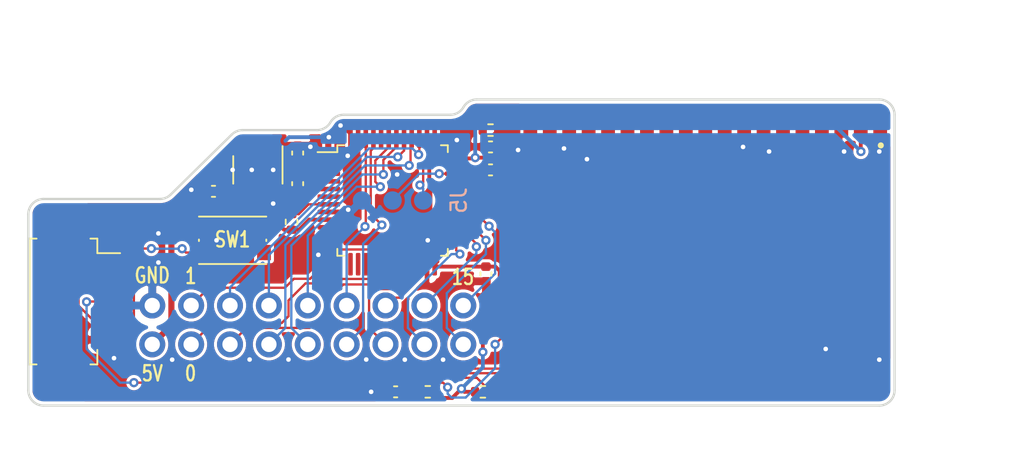
<source format=kicad_pcb>
(kicad_pcb (version 20171130) (host pcbnew 5.1.9+dfsg1-1+deb11u1)

  (general
    (thickness 1.6)
    (drawings 24)
    (tracks 386)
    (zones 0)
    (modules 18)
    (nets 76)
  )

  (page A4)
  (layers
    (0 F.Cu signal)
    (31 B.Cu signal)
    (32 B.Adhes user)
    (33 F.Adhes user)
    (34 B.Paste user)
    (35 F.Paste user)
    (36 B.SilkS user)
    (37 F.SilkS user)
    (38 B.Mask user)
    (39 F.Mask user)
    (40 Dwgs.User user)
    (41 Cmts.User user)
    (42 Eco1.User user)
    (43 Eco2.User user)
    (44 Edge.Cuts user)
    (45 Margin user)
    (46 B.CrtYd user)
    (47 F.CrtYd user)
    (48 B.Fab user)
    (49 F.Fab user)
  )

  (setup
    (last_trace_width 0.15)
    (trace_clearance 0.15)
    (zone_clearance 0.2)
    (zone_45_only no)
    (trace_min 0.15)
    (via_size 0.6)
    (via_drill 0.3)
    (via_min_size 0.4)
    (via_min_drill 0.2)
    (uvia_size 0.3)
    (uvia_drill 0.1)
    (uvias_allowed no)
    (uvia_min_size 0.2)
    (uvia_min_drill 0.1)
    (edge_width 0.15)
    (segment_width 0.2)
    (pcb_text_width 0.3)
    (pcb_text_size 1.5 1.5)
    (mod_edge_width 0.15)
    (mod_text_size 1 1)
    (mod_text_width 0.15)
    (pad_size 0.9 1)
    (pad_drill 0)
    (pad_to_mask_clearance 0)
    (aux_axis_origin 0 0)
    (visible_elements FFFFFF7F)
    (pcbplotparams
      (layerselection 0x010f8_ffffffff)
      (usegerberextensions true)
      (usegerberattributes false)
      (usegerberadvancedattributes false)
      (creategerberjobfile false)
      (excludeedgelayer true)
      (linewidth 0.100000)
      (plotframeref false)
      (viasonmask false)
      (mode 1)
      (useauxorigin false)
      (hpglpennumber 1)
      (hpglpenspeed 20)
      (hpglpendiameter 15.000000)
      (psnegative false)
      (psa4output false)
      (plotreference true)
      (plotvalue true)
      (plotinvisibletext false)
      (padsonsilk false)
      (subtractmaskfromsilk false)
      (outputformat 1)
      (mirror false)
      (drillshape 0)
      (scaleselection 1)
      (outputdirectory "gerb/"))
  )

  (net 0 "")
  (net 1 "Net-(U1-Pad4)")
  (net 2 "Net-(U1-Pad5)")
  (net 3 "Net-(U1-Pad6)")
  (net 4 "Net-(U1-Pad8)")
  (net 5 "Net-(U1-Pad9)")
  (net 6 "Net-(U1-Pad10)")
  (net 7 "Net-(U1-Pad11)")
  (net 8 "Net-(U1-Pad12)")
  (net 9 "Net-(U1-Pad13)")
  (net 10 "Net-(U1-Pad17)")
  (net 11 "Net-(U1-Pad18)")
  (net 12 "Net-(U1-Pad19)")
  (net 13 "Net-(U1-Pad20)")
  (net 14 "Net-(U1-Pad21)")
  (net 15 "Net-(U1-Pad22)")
  (net 16 "Net-(U1-Pad23)")
  (net 17 "Net-(U1-Pad24)")
  (net 18 "Net-(U1-Pad26)")
  (net 19 "Net-(U1-Pad27)")
  (net 20 "Net-(U1-Pad28)")
  (net 21 "Net-(U1-Pad29)")
  (net 22 "Net-(U1-Pad30)")
  (net 23 "Net-(U1-Pad31)")
  (net 24 "Net-(U1-Pad32)")
  (net 25 "Net-(U1-Pad33)")
  (net 26 "Net-(U1-Pad36)")
  (net 27 "Net-(U1-Pad37)")
  (net 28 GND)
  (net 29 3V3)
  (net 30 ESPEN)
  (net 31 ESPRST)
  (net 32 ESPRX)
  (net 33 "Net-(R6-Pad1)")
  (net 34 "Net-(R7-Pad1)")
  (net 35 ESPTX)
  (net 36 STMTX)
  (net 37 STMRX)
  (net 38 SWDIO)
  (net 39 SWDCLK)
  (net 40 "Net-(U1-Pad14)")
  (net 41 "Net-(U3-Pad2)")
  (net 42 "Net-(U3-Pad3)")
  (net 43 5V)
  (net 44 "Net-(U2-Pad4)")
  (net 45 "Net-(U3-Pad4)")
  (net 46 "Net-(U3-Pad5)")
  (net 47 "Net-(U3-Pad6)")
  (net 48 "Net-(U3-Pad29)")
  (net 49 "Net-(U3-Pad32)")
  (net 50 "Net-(U3-Pad33)")
  (net 51 "Net-(U3-Pad38)")
  (net 52 P0)
  (net 53 P1)
  (net 54 P2)
  (net 55 P3)
  (net 56 P4)
  (net 57 P5)
  (net 58 P6)
  (net 59 P7)
  (net 60 P8)
  (net 61 P9)
  (net 62 P10)
  (net 63 P11)
  (net 64 P12)
  (net 65 P13)
  (net 66 P14)
  (net 67 P15)
  (net 68 "Net-(U3-Pad17)")
  (net 69 "Net-(U3-Pad16)")
  (net 70 "Net-(U3-Pad15)")
  (net 71 "Net-(U3-Pad14)")
  (net 72 "Net-(U3-Pad13)")
  (net 73 "Net-(U3-Pad12)")
  (net 74 "Net-(U3-Pad11)")
  (net 75 "Net-(U3-Pad10)")

  (net_class Default "This is the default net class."
    (clearance 0.15)
    (trace_width 0.15)
    (via_dia 0.6)
    (via_drill 0.3)
    (uvia_dia 0.3)
    (uvia_drill 0.1)
    (add_net ESPEN)
    (add_net ESPRST)
    (add_net ESPRX)
    (add_net ESPTX)
    (add_net "Net-(R6-Pad1)")
    (add_net "Net-(R7-Pad1)")
    (add_net "Net-(U1-Pad10)")
    (add_net "Net-(U1-Pad11)")
    (add_net "Net-(U1-Pad12)")
    (add_net "Net-(U1-Pad13)")
    (add_net "Net-(U1-Pad14)")
    (add_net "Net-(U1-Pad17)")
    (add_net "Net-(U1-Pad18)")
    (add_net "Net-(U1-Pad19)")
    (add_net "Net-(U1-Pad20)")
    (add_net "Net-(U1-Pad21)")
    (add_net "Net-(U1-Pad22)")
    (add_net "Net-(U1-Pad23)")
    (add_net "Net-(U1-Pad24)")
    (add_net "Net-(U1-Pad26)")
    (add_net "Net-(U1-Pad27)")
    (add_net "Net-(U1-Pad28)")
    (add_net "Net-(U1-Pad29)")
    (add_net "Net-(U1-Pad30)")
    (add_net "Net-(U1-Pad31)")
    (add_net "Net-(U1-Pad32)")
    (add_net "Net-(U1-Pad33)")
    (add_net "Net-(U1-Pad36)")
    (add_net "Net-(U1-Pad37)")
    (add_net "Net-(U1-Pad4)")
    (add_net "Net-(U1-Pad5)")
    (add_net "Net-(U1-Pad6)")
    (add_net "Net-(U1-Pad8)")
    (add_net "Net-(U1-Pad9)")
    (add_net "Net-(U2-Pad4)")
    (add_net "Net-(U3-Pad10)")
    (add_net "Net-(U3-Pad11)")
    (add_net "Net-(U3-Pad12)")
    (add_net "Net-(U3-Pad13)")
    (add_net "Net-(U3-Pad14)")
    (add_net "Net-(U3-Pad15)")
    (add_net "Net-(U3-Pad16)")
    (add_net "Net-(U3-Pad17)")
    (add_net "Net-(U3-Pad2)")
    (add_net "Net-(U3-Pad29)")
    (add_net "Net-(U3-Pad3)")
    (add_net "Net-(U3-Pad32)")
    (add_net "Net-(U3-Pad33)")
    (add_net "Net-(U3-Pad38)")
    (add_net "Net-(U3-Pad4)")
    (add_net "Net-(U3-Pad5)")
    (add_net "Net-(U3-Pad6)")
    (add_net P0)
    (add_net P1)
    (add_net P10)
    (add_net P11)
    (add_net P12)
    (add_net P13)
    (add_net P14)
    (add_net P15)
    (add_net P2)
    (add_net P3)
    (add_net P4)
    (add_net P5)
    (add_net P6)
    (add_net P7)
    (add_net P8)
    (add_net P9)
    (add_net STMRX)
    (add_net STMTX)
    (add_net SWDCLK)
    (add_net SWDIO)
  )

  (net_class bigpower ""
    (clearance 0.15)
    (trace_width 0.75)
    (via_dia 0.6)
    (via_drill 0.3)
    (uvia_dia 0.3)
    (uvia_drill 0.1)
  )

  (net_class power ""
    (clearance 0.2)
    (trace_width 0.2)
    (via_dia 0.6)
    (via_drill 0.3)
    (uvia_dia 0.3)
    (uvia_drill 0.1)
    (add_net 3V3)
    (add_net 5V)
    (add_net GND)
  )

  (net_class smallpower ""
    (clearance 0.15)
    (trace_width 0.2)
    (via_dia 0.6)
    (via_drill 0.3)
    (uvia_dia 0.3)
    (uvia_drill 0.1)
  )

  (module Capacitor_SMD:C_0402_1005Metric (layer F.Cu) (tedit 5F68FEEE) (tstamp 64E1989A)
    (at -19.4 -4.4)
    (descr "Capacitor SMD 0402 (1005 Metric), square (rectangular) end terminal, IPC_7351 nominal, (Body size source: IPC-SM-782 page 76, https://www.pcb-3d.com/wordpress/wp-content/uploads/ipc-sm-782a_amendment_1_and_2.pdf), generated with kicad-footprint-generator")
    (tags capacitor)
    (path /5F011A6B)
    (attr smd)
    (fp_text reference C9 (at 0 -1.16) (layer F.SilkS) hide
      (effects (font (size 1 1) (thickness 0.15)))
    )
    (fp_text value 1uF (at 0 1.16) (layer F.Fab)
      (effects (font (size 1 1) (thickness 0.15)))
    )
    (fp_line (start 0.91 0.46) (end -0.91 0.46) (layer F.CrtYd) (width 0.05))
    (fp_line (start 0.91 -0.46) (end 0.91 0.46) (layer F.CrtYd) (width 0.05))
    (fp_line (start -0.91 -0.46) (end 0.91 -0.46) (layer F.CrtYd) (width 0.05))
    (fp_line (start -0.91 0.46) (end -0.91 -0.46) (layer F.CrtYd) (width 0.05))
    (fp_line (start -0.107836 0.36) (end 0.107836 0.36) (layer F.SilkS) (width 0.12))
    (fp_line (start -0.107836 -0.36) (end 0.107836 -0.36) (layer F.SilkS) (width 0.12))
    (fp_line (start 0.5 0.25) (end -0.5 0.25) (layer F.Fab) (width 0.1))
    (fp_line (start 0.5 -0.25) (end 0.5 0.25) (layer F.Fab) (width 0.1))
    (fp_line (start -0.5 -0.25) (end 0.5 -0.25) (layer F.Fab) (width 0.1))
    (fp_line (start -0.5 0.25) (end -0.5 -0.25) (layer F.Fab) (width 0.1))
    (fp_text user %R (at 0 0) (layer F.Fab)
      (effects (font (size 0.25 0.25) (thickness 0.04)))
    )
    (pad 2 smd roundrect (at 0.48 0) (size 0.56 0.62) (layers F.Cu F.Paste F.Mask) (roundrect_rratio 0.25)
      (net 28 GND))
    (pad 1 smd roundrect (at -0.48 0) (size 0.56 0.62) (layers F.Cu F.Paste F.Mask) (roundrect_rratio 0.25)
      (net 29 3V3))
    (model ${KISYS3DMOD}/Capacitor_SMD.3dshapes/C_0402_1005Metric.wrl
      (at (xyz 0 0 0))
      (scale (xyz 1 1 1))
      (rotate (xyz 0 0 0))
    )
  )

  (module Resistor_SMD:R_0402_1005Metric (layer F.Cu) (tedit 5F68FEEE) (tstamp 64E201D0)
    (at -19.4 -7)
    (descr "Resistor SMD 0402 (1005 Metric), square (rectangular) end terminal, IPC_7351 nominal, (Body size source: IPC-SM-782 page 72, https://www.pcb-3d.com/wordpress/wp-content/uploads/ipc-sm-782a_amendment_1_and_2.pdf), generated with kicad-footprint-generator")
    (tags resistor)
    (path /5EFE8183)
    (attr smd)
    (fp_text reference R7 (at 0 -1.17) (layer F.SilkS) hide
      (effects (font (size 1 1) (thickness 0.15)))
    )
    (fp_text value 10k (at 0 1.17) (layer F.Fab)
      (effects (font (size 1 1) (thickness 0.15)))
    )
    (fp_line (start -0.525 0.27) (end -0.525 -0.27) (layer F.Fab) (width 0.1))
    (fp_line (start -0.525 -0.27) (end 0.525 -0.27) (layer F.Fab) (width 0.1))
    (fp_line (start 0.525 -0.27) (end 0.525 0.27) (layer F.Fab) (width 0.1))
    (fp_line (start 0.525 0.27) (end -0.525 0.27) (layer F.Fab) (width 0.1))
    (fp_line (start -0.153641 -0.38) (end 0.153641 -0.38) (layer F.SilkS) (width 0.12))
    (fp_line (start -0.153641 0.38) (end 0.153641 0.38) (layer F.SilkS) (width 0.12))
    (fp_line (start -0.93 0.47) (end -0.93 -0.47) (layer F.CrtYd) (width 0.05))
    (fp_line (start -0.93 -0.47) (end 0.93 -0.47) (layer F.CrtYd) (width 0.05))
    (fp_line (start 0.93 -0.47) (end 0.93 0.47) (layer F.CrtYd) (width 0.05))
    (fp_line (start 0.93 0.47) (end -0.93 0.47) (layer F.CrtYd) (width 0.05))
    (fp_text user %R (at 0 0) (layer F.Fab)
      (effects (font (size 0.26 0.26) (thickness 0.04)))
    )
    (pad 1 smd roundrect (at -0.51 0) (size 0.54 0.64) (layers F.Cu F.Paste F.Mask) (roundrect_rratio 0.25)
      (net 34 "Net-(R7-Pad1)"))
    (pad 2 smd roundrect (at 0.51 0) (size 0.54 0.64) (layers F.Cu F.Paste F.Mask) (roundrect_rratio 0.25)
      (net 28 GND))
    (model ${KISYS3DMOD}/Resistor_SMD.3dshapes/R_0402_1005Metric.wrl
      (at (xyz 0 0 0))
      (scale (xyz 1 1 1))
      (rotate (xyz 0 0 0))
    )
  )

  (module Connector_PinHeader_2.54mm:PinHeader_2x09_P2.54mm_Vertical (layer F.Cu) (tedit 659349A8) (tstamp 6593A602)
    (at -41.5 7 90)
    (descr "Through hole straight pin header, 2x09, 2.54mm pitch, double rows")
    (tags "Through hole pin header THT 2x09 2.54mm double row")
    (path /659C40E8)
    (fp_text reference J1 (at 1.27 -2.33 90) (layer F.SilkS) hide
      (effects (font (size 1 1) (thickness 0.15)))
    )
    (fp_text value Conn_02x09_Odd_Even (at 1.27 22.65 90) (layer F.Fab)
      (effects (font (size 1 1) (thickness 0.15)))
    )
    (fp_text user %R (at 1.27 10.16) (layer F.Fab)
      (effects (font (size 1 1) (thickness 0.15)))
    )
    (pad 1 thru_hole circle (at 0 0 90) (size 1.7 1.7) (drill 1) (layers *.Cu *.Mask)
      (net 43 5V))
    (pad 2 thru_hole oval (at 2.54 0 90) (size 1.7 1.7) (drill 1) (layers *.Cu *.Mask)
      (net 28 GND))
    (pad 3 thru_hole oval (at 0 2.54 90) (size 1.7 1.7) (drill 1) (layers *.Cu *.Mask)
      (net 52 P0))
    (pad 4 thru_hole oval (at 2.54 2.54 90) (size 1.7 1.7) (drill 1) (layers *.Cu *.Mask)
      (net 53 P1))
    (pad 5 thru_hole oval (at 0 5.08 90) (size 1.7 1.7) (drill 1) (layers *.Cu *.Mask)
      (net 54 P2))
    (pad 6 thru_hole oval (at 2.54 5.08 90) (size 1.7 1.7) (drill 1) (layers *.Cu *.Mask)
      (net 55 P3))
    (pad 7 thru_hole oval (at 0 7.62 90) (size 1.7 1.7) (drill 1) (layers *.Cu *.Mask)
      (net 56 P4))
    (pad 8 thru_hole oval (at 2.54 7.62 90) (size 1.7 1.7) (drill 1) (layers *.Cu *.Mask)
      (net 57 P5))
    (pad 9 thru_hole oval (at 0 10.16 90) (size 1.7 1.7) (drill 1) (layers *.Cu *.Mask)
      (net 58 P6))
    (pad 10 thru_hole oval (at 2.54 10.16 90) (size 1.7 1.7) (drill 1) (layers *.Cu *.Mask)
      (net 59 P7))
    (pad 11 thru_hole oval (at 0 12.7 90) (size 1.7 1.7) (drill 1) (layers *.Cu *.Mask)
      (net 60 P8))
    (pad 12 thru_hole oval (at 2.54 12.7 90) (size 1.7 1.7) (drill 1) (layers *.Cu *.Mask)
      (net 61 P9))
    (pad 13 thru_hole oval (at 0 15.24 90) (size 1.7 1.7) (drill 1) (layers *.Cu *.Mask)
      (net 62 P10))
    (pad 14 thru_hole oval (at 2.54 15.24 90) (size 1.7 1.7) (drill 1) (layers *.Cu *.Mask)
      (net 63 P11))
    (pad 15 thru_hole oval (at 0 17.78 90) (size 1.7 1.7) (drill 1) (layers *.Cu *.Mask)
      (net 64 P12))
    (pad 16 thru_hole oval (at 2.54 17.78 90) (size 1.7 1.7) (drill 1) (layers *.Cu *.Mask)
      (net 65 P13))
    (pad 17 thru_hole oval (at 0 20.32 90) (size 1.7 1.7) (drill 1) (layers *.Cu *.Mask)
      (net 66 P14))
    (pad 18 thru_hole oval (at 2.54 20.32 90) (size 1.7 1.7) (drill 1) (layers *.Cu *.Mask)
      (net 67 P15))
  )

  (module esp32-wrover:XCVR_ESP32-WROVER (layer F.Cu) (tedit 64E13992) (tstamp 64E194D9)
    (at -2.2 1 270)
    (path /5EF3B8F9)
    (attr smd)
    (fp_text reference U1 (at -6.025 -17.135 90) (layer F.SilkS) hide
      (effects (font (size 1 1) (thickness 0.015)))
    )
    (fp_text value ESP32-WROVER (at 0.895 16.665 90) (layer F.Fab)
      (effects (font (size 1 1) (thickness 0.015)))
    )
    (fp_line (start -9 15.7) (end -9 -9.4) (layer F.Fab) (width 0.127))
    (fp_line (start -9 -9.4) (end -9 -15.7) (layer F.Fab) (width 0.127))
    (fp_line (start -9 -15.7) (end 9 -15.7) (layer F.Fab) (width 0.127))
    (fp_line (start 9 15.7) (end -9 15.7) (layer F.Fab) (width 0.127))
    (fp_line (start 9 -15.7) (end 9 -9.4) (layer F.Fab) (width 0.127))
    (fp_line (start 9 -9.4) (end 9 15.7) (layer F.Fab) (width 0.127))
    (fp_line (start -9 -9.4) (end 9 -9.4) (layer F.Fab) (width 0.127))
    (fp_line (start -9.75 -15.95) (end -9.75 15.95) (layer F.CrtYd) (width 0.05))
    (fp_line (start -9.75 15.95) (end 9.75 15.95) (layer F.CrtYd) (width 0.05))
    (fp_line (start 9.75 15.95) (end 9.75 -15.95) (layer F.CrtYd) (width 0.05))
    (fp_circle (center -7 -8.3) (end -6.9 -8.3) (layer F.SilkS) (width 0.2))
    (fp_circle (center -7.1 -8.3) (end -7 -8.3) (layer F.Fab) (width 0.2))
    (fp_line (start -9.75 -15.95) (end 9.75 -15.95) (layer F.CrtYd) (width 0.05))
    (fp_poly (pts (xy -1.665 -1.425) (xy -0.335 -1.425) (xy -0.335 -0.095) (xy -1.665 -0.095)) (layer F.Mask) (width 0.01))
    (fp_poly (pts (xy -3.5 -1.425) (xy -2.17 -1.425) (xy -2.17 -0.095) (xy -3.5 -0.095)) (layer F.Mask) (width 0.01))
    (fp_poly (pts (xy 0.17 -1.425) (xy 1.5 -1.425) (xy 1.5 -0.095) (xy 0.17 -0.095)) (layer F.Mask) (width 0.01))
    (fp_poly (pts (xy 0.17 -3.26) (xy 1.5 -3.26) (xy 1.5 -1.93) (xy 0.17 -1.93)) (layer F.Mask) (width 0.01))
    (fp_poly (pts (xy -1.665 -3.26) (xy -0.335 -3.26) (xy -0.335 -1.93) (xy -1.665 -1.93)) (layer F.Mask) (width 0.01))
    (fp_poly (pts (xy -3.5 -3.26) (xy -2.17 -3.26) (xy -2.17 -1.93) (xy -3.5 -1.93)) (layer F.Mask) (width 0.01))
    (fp_poly (pts (xy -3.5 0.41) (xy -2.17 0.41) (xy -2.17 1.74) (xy -3.5 1.74)) (layer F.Mask) (width 0.01))
    (fp_poly (pts (xy -1.665 0.41) (xy -0.335 0.41) (xy -0.335 1.74) (xy -1.665 1.74)) (layer F.Mask) (width 0.01))
    (fp_poly (pts (xy 0.17 0.41) (xy 1.5 0.41) (xy 1.5 1.74) (xy 0.17 1.74)) (layer F.Mask) (width 0.01))
    (fp_poly (pts (xy -1.665 -1.425) (xy -0.335 -1.425) (xy -0.335 -0.095) (xy -1.665 -0.095)) (layer F.Paste) (width 0.01))
    (fp_poly (pts (xy -3.5 -1.425) (xy -2.17 -1.425) (xy -2.17 -0.095) (xy -3.5 -0.095)) (layer F.Paste) (width 0.01))
    (fp_poly (pts (xy 0.17 -1.425) (xy 1.5 -1.425) (xy 1.5 -0.095) (xy 0.17 -0.095)) (layer F.Paste) (width 0.01))
    (fp_poly (pts (xy 0.17 -3.26) (xy 1.5 -3.26) (xy 1.5 -1.93) (xy 0.17 -1.93)) (layer F.Paste) (width 0.01))
    (fp_poly (pts (xy -1.665 -3.26) (xy -0.335 -3.26) (xy -0.335 -1.93) (xy -1.665 -1.93)) (layer F.Paste) (width 0.01))
    (fp_poly (pts (xy -3.5 -3.26) (xy -2.17 -3.26) (xy -2.17 -1.93) (xy -3.5 -1.93)) (layer F.Paste) (width 0.01))
    (fp_poly (pts (xy -3.5 0.41) (xy -2.17 0.41) (xy -2.17 1.74) (xy -3.5 1.74)) (layer F.Paste) (width 0.01))
    (fp_poly (pts (xy -1.665 0.41) (xy -0.335 0.41) (xy -0.335 1.74) (xy -1.665 1.74)) (layer F.Paste) (width 0.01))
    (fp_poly (pts (xy 0.17 0.41) (xy 1.5 0.41) (xy 1.5 1.74) (xy 0.17 1.74)) (layer F.Paste) (width 0.01))
    (fp_text user ANTENNA (at -3.7 -11.9 90) (layer F.Fab)
      (effects (font (size 1 1) (thickness 0.015)))
    )
    (pad 1 smd rect (at -8.500001 -8.26 270) (size 2 0.9) (layers F.Cu F.Paste F.Mask)
      (net 28 GND))
    (pad 2 smd rect (at -8.5 -6.99 270) (size 2 0.9) (layers F.Cu F.Paste F.Mask)
      (net 29 3V3))
    (pad 3 smd rect (at -8.5 -5.72 270) (size 2 0.9) (layers F.Cu F.Paste F.Mask)
      (net 30 ESPEN))
    (pad 4 smd rect (at -8.5 -4.45 270) (size 2 0.9) (layers F.Cu F.Paste F.Mask)
      (net 1 "Net-(U1-Pad4)"))
    (pad 5 smd rect (at -8.5 -3.18 270) (size 2 0.9) (layers F.Cu F.Paste F.Mask)
      (net 2 "Net-(U1-Pad5)"))
    (pad 6 smd rect (at -8.500001 -1.91 270) (size 2 0.9) (layers F.Cu F.Paste F.Mask)
      (net 3 "Net-(U1-Pad6)"))
    (pad 7 smd rect (at -8.5 -0.64 270) (size 2 0.9) (layers F.Cu F.Paste F.Mask)
      (net 36 STMTX))
    (pad 8 smd rect (at -8.5 0.63 270) (size 2 0.9) (layers F.Cu F.Paste F.Mask)
      (net 4 "Net-(U1-Pad8)"))
    (pad 9 smd rect (at -8.500001 1.9 270) (size 2 0.9) (layers F.Cu F.Paste F.Mask)
      (net 5 "Net-(U1-Pad9)"))
    (pad 10 smd rect (at -8.5 3.17 270) (size 2 0.9) (layers F.Cu F.Paste F.Mask)
      (net 6 "Net-(U1-Pad10)"))
    (pad 11 smd rect (at -8.500001 4.44 270) (size 2 0.9) (layers F.Cu F.Paste F.Mask)
      (net 7 "Net-(U1-Pad11)"))
    (pad 12 smd rect (at -8.5 5.71 270) (size 2 0.9) (layers F.Cu F.Paste F.Mask)
      (net 8 "Net-(U1-Pad12)"))
    (pad 13 smd rect (at -8.5 6.98 270) (size 2 0.9) (layers F.Cu F.Paste F.Mask)
      (net 9 "Net-(U1-Pad13)"))
    (pad 14 smd rect (at -8.500001 8.25 270) (size 2 0.9) (layers F.Cu F.Paste F.Mask)
      (net 40 "Net-(U1-Pad14)"))
    (pad 15 smd rect (at -8.5 9.52 270) (size 2 0.9) (layers F.Cu F.Paste F.Mask)
      (net 28 GND))
    (pad 16 smd rect (at -8.5 10.79 270) (size 2 0.9) (layers F.Cu F.Paste F.Mask)
      (net 37 STMRX))
    (pad 17 smd rect (at -8.5 12.06 270) (size 2 0.9) (layers F.Cu F.Paste F.Mask)
      (net 10 "Net-(U1-Pad17)"))
    (pad 18 smd rect (at -8.5 13.33 270) (size 2 0.9) (layers F.Cu F.Paste F.Mask)
      (net 11 "Net-(U1-Pad18)"))
    (pad 19 smd rect (at -8.500001 14.6 270) (size 2 0.9) (layers F.Cu F.Paste F.Mask)
      (net 12 "Net-(U1-Pad19)"))
    (pad 20 smd rect (at 8.5 14.600001 270) (size 2 0.9) (layers F.Cu F.Paste F.Mask)
      (net 13 "Net-(U1-Pad20)"))
    (pad 21 smd rect (at 8.499999 13.329999 270) (size 2 0.9) (layers F.Cu F.Paste F.Mask)
      (net 14 "Net-(U1-Pad21)"))
    (pad 22 smd rect (at 8.500001 12.059999 270) (size 2 0.9) (layers F.Cu F.Paste F.Mask)
      (net 15 "Net-(U1-Pad22)"))
    (pad 23 smd rect (at 8.5 10.79 270) (size 2 0.9) (layers F.Cu F.Paste F.Mask)
      (net 16 "Net-(U1-Pad23)"))
    (pad 24 smd rect (at 8.5 9.52 270) (size 2 0.9) (layers F.Cu F.Paste F.Mask)
      (net 17 "Net-(U1-Pad24)"))
    (pad 25 smd rect (at 8.500001 8.25 270) (size 2 0.9) (layers F.Cu F.Paste F.Mask)
      (net 31 ESPRST))
    (pad 26 smd rect (at 8.5 6.98 270) (size 2 0.9) (layers F.Cu F.Paste F.Mask)
      (net 18 "Net-(U1-Pad26)"))
    (pad 27 smd rect (at 8.5 5.71 270) (size 2 0.9) (layers F.Cu F.Paste F.Mask)
      (net 19 "Net-(U1-Pad27)"))
    (pad 28 smd rect (at 8.500001 4.44 270) (size 2 0.9) (layers F.Cu F.Paste F.Mask)
      (net 20 "Net-(U1-Pad28)"))
    (pad 29 smd rect (at 8.5 3.17 270) (size 2 0.9) (layers F.Cu F.Paste F.Mask)
      (net 21 "Net-(U1-Pad29)"))
    (pad 30 smd rect (at 8.500001 1.9 270) (size 2 0.9) (layers F.Cu F.Paste F.Mask)
      (net 22 "Net-(U1-Pad30)"))
    (pad 31 smd rect (at 8.5 0.63 270) (size 2 0.9) (layers F.Cu F.Paste F.Mask)
      (net 23 "Net-(U1-Pad31)"))
    (pad 32 smd rect (at 8.5 -0.64 270) (size 2 0.9) (layers F.Cu F.Paste F.Mask)
      (net 24 "Net-(U1-Pad32)"))
    (pad 33 smd rect (at 8.500001 -1.91 270) (size 2 0.9) (layers F.Cu F.Paste F.Mask)
      (net 25 "Net-(U1-Pad33)"))
    (pad 34 smd rect (at 8.5 -3.18 270) (size 2 0.9) (layers F.Cu F.Paste F.Mask)
      (net 32 ESPRX))
    (pad 35 smd rect (at 8.5 -4.45 270) (size 2 0.9) (layers F.Cu F.Paste F.Mask)
      (net 35 ESPTX))
    (pad 36 smd rect (at 8.5 -5.72 270) (size 2 0.9) (layers F.Cu F.Paste F.Mask)
      (net 26 "Net-(U1-Pad36)"))
    (pad 37 smd rect (at 8.5 -6.99 270) (size 2 0.9) (layers F.Cu F.Paste F.Mask)
      (net 27 "Net-(U1-Pad37)"))
    (pad 38 smd rect (at 8.500001 -8.26 270) (size 2 0.9) (layers F.Cu F.Paste F.Mask)
      (net 28 GND))
    (pad 39 smd rect (at -1 -0.76 270) (size 5 5) (layers F.Cu F.Mask)
      (net 28 GND))
  )

  (module Connector_Molex:Molex_PicoBlade_53261-0571_1x05-1MP_P1.25mm_Horizontal (layer F.Cu) (tedit 5B78AD89) (tstamp 65934450)
    (at -46.8 4.2 270)
    (descr "Molex PicoBlade series connector, 53261-0571 (http://www.molex.com/pdm_docs/sd/532610271_sd.pdf), generated with kicad-footprint-generator")
    (tags "connector Molex PicoBlade top entry")
    (path /64FD1AF7)
    (attr smd)
    (fp_text reference J2 (at 0 -4.4 90) (layer F.SilkS) hide
      (effects (font (size 1 1) (thickness 0.15)))
    )
    (fp_text value Conn_01x05_Male (at 0 3.8 90) (layer F.Fab)
      (effects (font (size 1 1) (thickness 0.15)))
    )
    (fp_line (start -4 -1.6) (end 4 -1.6) (layer F.Fab) (width 0.1))
    (fp_line (start -4.11 -1.26) (end -4.11 -1.71) (layer F.SilkS) (width 0.12))
    (fp_line (start -4.11 -1.71) (end -3.16 -1.71) (layer F.SilkS) (width 0.12))
    (fp_line (start -3.16 -1.71) (end -3.16 -3.2) (layer F.SilkS) (width 0.12))
    (fp_line (start 4.11 -1.26) (end 4.11 -1.71) (layer F.SilkS) (width 0.12))
    (fp_line (start 4.11 -1.71) (end 3.16 -1.71) (layer F.SilkS) (width 0.12))
    (fp_line (start -4.11 2.26) (end -4.11 2.71) (layer F.SilkS) (width 0.12))
    (fp_line (start -4.11 2.71) (end 4.11 2.71) (layer F.SilkS) (width 0.12))
    (fp_line (start 4.11 2.71) (end 4.11 2.26) (layer F.SilkS) (width 0.12))
    (fp_line (start -4 2.6) (end 4 2.6) (layer F.Fab) (width 0.1))
    (fp_line (start -4 -1.6) (end -4 2.6) (layer F.Fab) (width 0.1))
    (fp_line (start 4 -1.6) (end 4 2.6) (layer F.Fab) (width 0.1))
    (fp_line (start -4 -0.6) (end -5.5 -0.6) (layer F.Fab) (width 0.1))
    (fp_line (start -5.5 -0.6) (end -5.7 -0.4) (layer F.Fab) (width 0.1))
    (fp_line (start -5.7 -0.4) (end -5.7 1.4) (layer F.Fab) (width 0.1))
    (fp_line (start -5.7 1.4) (end -5.5 1.6) (layer F.Fab) (width 0.1))
    (fp_line (start -5.5 1.6) (end -5.5 2.2) (layer F.Fab) (width 0.1))
    (fp_line (start -5.5 2.2) (end -4 2.2) (layer F.Fab) (width 0.1))
    (fp_line (start 4 -0.6) (end 5.5 -0.6) (layer F.Fab) (width 0.1))
    (fp_line (start 5.5 -0.6) (end 5.7 -0.4) (layer F.Fab) (width 0.1))
    (fp_line (start 5.7 -0.4) (end 5.7 1.4) (layer F.Fab) (width 0.1))
    (fp_line (start 5.7 1.4) (end 5.5 1.6) (layer F.Fab) (width 0.1))
    (fp_line (start 5.5 1.6) (end 5.5 2.2) (layer F.Fab) (width 0.1))
    (fp_line (start 5.5 2.2) (end 4 2.2) (layer F.Fab) (width 0.1))
    (fp_line (start -6.6 -3.7) (end -6.6 3.1) (layer F.CrtYd) (width 0.05))
    (fp_line (start -6.6 3.1) (end 6.6 3.1) (layer F.CrtYd) (width 0.05))
    (fp_line (start 6.6 3.1) (end 6.6 -3.7) (layer F.CrtYd) (width 0.05))
    (fp_line (start 6.6 -3.7) (end -6.6 -3.7) (layer F.CrtYd) (width 0.05))
    (fp_line (start -3 -1.6) (end -2.5 -0.892893) (layer F.Fab) (width 0.1))
    (fp_line (start -2.5 -0.892893) (end -2 -1.6) (layer F.Fab) (width 0.1))
    (fp_text user %R (at 0 1.9 90) (layer F.Fab)
      (effects (font (size 1 1) (thickness 0.15)))
    )
    (pad MP smd roundrect (at 5.05 0.5 270) (size 2.1 3) (layers F.Cu F.Paste F.Mask) (roundrect_rratio 0.119047619047619))
    (pad MP smd roundrect (at -5.05 0.5 270) (size 2.1 3) (layers F.Cu F.Paste F.Mask) (roundrect_rratio 0.119047619047619))
    (pad 5 smd roundrect (at 2.5 -2.4 270) (size 0.8 1.6) (layers F.Cu F.Paste F.Mask) (roundrect_rratio 0.25)
      (net 28 GND))
    (pad 4 smd roundrect (at 1.25 -2.4 270) (size 0.8 1.6) (layers F.Cu F.Paste F.Mask) (roundrect_rratio 0.25)
      (net 31 ESPRST))
    (pad 3 smd roundrect (at 0 -2.4 270) (size 0.8 1.6) (layers F.Cu F.Paste F.Mask) (roundrect_rratio 0.25)
      (net 30 ESPEN))
    (pad 2 smd roundrect (at -1.25 -2.4 270) (size 0.8 1.6) (layers F.Cu F.Paste F.Mask) (roundrect_rratio 0.25)
      (net 32 ESPRX))
    (pad 1 smd roundrect (at -2.5 -2.4 270) (size 0.8 1.6) (layers F.Cu F.Paste F.Mask) (roundrect_rratio 0.25)
      (net 35 ESPTX))
    (model ${KISYS3DMOD}/Connector_Molex.3dshapes/Molex_PicoBlade_53261-0571_1x05-1MP_P1.25mm_Horizontal.wrl
      (at (xyz 0 0 0))
      (scale (xyz 1 1 1))
      (rotate (xyz 0 0 0))
    )
  )

  (module Connector_PinHeader_2.54mm:PinHeader_1x03_P2.54mm_Vertical (layer B.Cu) (tedit 64E12E38) (tstamp 64E28DB5)
    (at -23.8 -2.4 90)
    (descr "Through hole straight pin header, 1x03, 2.54mm pitch, single row")
    (tags "Through hole pin header THT 1x03 2.54mm single row")
    (path /6142A2C3)
    (fp_text reference J5 (at 0 2.33 90) (layer B.SilkS)
      (effects (font (size 1 1) (thickness 0.15)) (justify mirror))
    )
    (fp_text value Conn_01x03_Male (at 0 -7.41 90) (layer B.Fab)
      (effects (font (size 1 1) (thickness 0.15)) (justify mirror))
    )
    (pad 1 smd circle (at 0 0 90) (size 1.2 1.2) (layers B.Cu B.Paste B.Mask)
      (net 39 SWDCLK))
    (pad 2 smd circle (at 0 -2 90) (size 1.2 1.2) (layers B.Cu B.Paste B.Mask)
      (net 38 SWDIO))
    (pad 3 smd circle (at 0 -4 90) (size 1.2 1.2) (layers B.Cu B.Paste B.Mask)
      (net 28 GND))
  )

  (module Capacitor_SMD:C_0402_1005Metric (layer F.Cu) (tedit 5F68FEEE) (tstamp 64E18CEF)
    (at -37.5 -3)
    (descr "Capacitor SMD 0402 (1005 Metric), square (rectangular) end terminal, IPC_7351 nominal, (Body size source: IPC-SM-782 page 76, https://www.pcb-3d.com/wordpress/wp-content/uploads/ipc-sm-782a_amendment_1_and_2.pdf), generated with kicad-footprint-generator")
    (tags capacitor)
    (path /64F4E33A)
    (attr smd)
    (fp_text reference C2 (at 0 -1.16) (layer F.SilkS) hide
      (effects (font (size 1 1) (thickness 0.15)))
    )
    (fp_text value 1uF (at 0 1.16) (layer F.Fab)
      (effects (font (size 1 1) (thickness 0.15)))
    )
    (fp_line (start 0.91 0.46) (end -0.91 0.46) (layer F.CrtYd) (width 0.05))
    (fp_line (start 0.91 -0.46) (end 0.91 0.46) (layer F.CrtYd) (width 0.05))
    (fp_line (start -0.91 -0.46) (end 0.91 -0.46) (layer F.CrtYd) (width 0.05))
    (fp_line (start -0.91 0.46) (end -0.91 -0.46) (layer F.CrtYd) (width 0.05))
    (fp_line (start -0.107836 0.36) (end 0.107836 0.36) (layer F.SilkS) (width 0.12))
    (fp_line (start -0.107836 -0.36) (end 0.107836 -0.36) (layer F.SilkS) (width 0.12))
    (fp_line (start 0.5 0.25) (end -0.5 0.25) (layer F.Fab) (width 0.1))
    (fp_line (start 0.5 -0.25) (end 0.5 0.25) (layer F.Fab) (width 0.1))
    (fp_line (start -0.5 -0.25) (end 0.5 -0.25) (layer F.Fab) (width 0.1))
    (fp_line (start -0.5 0.25) (end -0.5 -0.25) (layer F.Fab) (width 0.1))
    (fp_text user %R (at 0 0) (layer F.Fab)
      (effects (font (size 0.25 0.25) (thickness 0.04)))
    )
    (pad 2 smd roundrect (at 0.48 0) (size 0.56 0.62) (layers F.Cu F.Paste F.Mask) (roundrect_rratio 0.25)
      (net 28 GND))
    (pad 1 smd roundrect (at -0.48 0) (size 0.56 0.62) (layers F.Cu F.Paste F.Mask) (roundrect_rratio 0.25)
      (net 43 5V))
    (model ${KISYS3DMOD}/Capacitor_SMD.3dshapes/C_0402_1005Metric.wrl
      (at (xyz 0 0 0))
      (scale (xyz 1 1 1))
      (rotate (xyz 0 0 0))
    )
  )

  (module Capacitor_SMD:C_0402_1005Metric (layer F.Cu) (tedit 5F68FEEE) (tstamp 64E18D00)
    (at -32 -3.5 270)
    (descr "Capacitor SMD 0402 (1005 Metric), square (rectangular) end terminal, IPC_7351 nominal, (Body size source: IPC-SM-782 page 76, https://www.pcb-3d.com/wordpress/wp-content/uploads/ipc-sm-782a_amendment_1_and_2.pdf), generated with kicad-footprint-generator")
    (tags capacitor)
    (path /64F5F0FA)
    (attr smd)
    (fp_text reference C3 (at 0 -1.16 90) (layer F.SilkS) hide
      (effects (font (size 1 1) (thickness 0.15)))
    )
    (fp_text value 1uF (at 0 1.16 90) (layer F.Fab)
      (effects (font (size 1 1) (thickness 0.15)))
    )
    (fp_line (start -0.5 0.25) (end -0.5 -0.25) (layer F.Fab) (width 0.1))
    (fp_line (start -0.5 -0.25) (end 0.5 -0.25) (layer F.Fab) (width 0.1))
    (fp_line (start 0.5 -0.25) (end 0.5 0.25) (layer F.Fab) (width 0.1))
    (fp_line (start 0.5 0.25) (end -0.5 0.25) (layer F.Fab) (width 0.1))
    (fp_line (start -0.107836 -0.36) (end 0.107836 -0.36) (layer F.SilkS) (width 0.12))
    (fp_line (start -0.107836 0.36) (end 0.107836 0.36) (layer F.SilkS) (width 0.12))
    (fp_line (start -0.91 0.46) (end -0.91 -0.46) (layer F.CrtYd) (width 0.05))
    (fp_line (start -0.91 -0.46) (end 0.91 -0.46) (layer F.CrtYd) (width 0.05))
    (fp_line (start 0.91 -0.46) (end 0.91 0.46) (layer F.CrtYd) (width 0.05))
    (fp_line (start 0.91 0.46) (end -0.91 0.46) (layer F.CrtYd) (width 0.05))
    (fp_text user %R (at 0 0 90) (layer F.Fab)
      (effects (font (size 0.25 0.25) (thickness 0.04)))
    )
    (pad 1 smd roundrect (at -0.48 0 270) (size 0.56 0.62) (layers F.Cu F.Paste F.Mask) (roundrect_rratio 0.25)
      (net 29 3V3))
    (pad 2 smd roundrect (at 0.48 0 270) (size 0.56 0.62) (layers F.Cu F.Paste F.Mask) (roundrect_rratio 0.25)
      (net 28 GND))
    (model ${KISYS3DMOD}/Capacitor_SMD.3dshapes/C_0402_1005Metric.wrl
      (at (xyz 0 0 0))
      (scale (xyz 1 1 1))
      (rotate (xyz 0 0 0))
    )
  )

  (module Capacitor_SMD:C_0402_1005Metric (layer F.Cu) (tedit 5F68FEEE) (tstamp 64E18D11)
    (at -19.7 2.4 270)
    (descr "Capacitor SMD 0402 (1005 Metric), square (rectangular) end terminal, IPC_7351 nominal, (Body size source: IPC-SM-782 page 76, https://www.pcb-3d.com/wordpress/wp-content/uploads/ipc-sm-782a_amendment_1_and_2.pdf), generated with kicad-footprint-generator")
    (tags capacitor)
    (path /5EFF7578)
    (attr smd)
    (fp_text reference C5 (at 0 -1.16 90) (layer F.SilkS) hide
      (effects (font (size 1 1) (thickness 0.15)))
    )
    (fp_text value 100nF (at 0 1.16 90) (layer F.Fab)
      (effects (font (size 1 1) (thickness 0.15)))
    )
    (fp_line (start -0.5 0.25) (end -0.5 -0.25) (layer F.Fab) (width 0.1))
    (fp_line (start -0.5 -0.25) (end 0.5 -0.25) (layer F.Fab) (width 0.1))
    (fp_line (start 0.5 -0.25) (end 0.5 0.25) (layer F.Fab) (width 0.1))
    (fp_line (start 0.5 0.25) (end -0.5 0.25) (layer F.Fab) (width 0.1))
    (fp_line (start -0.107836 -0.36) (end 0.107836 -0.36) (layer F.SilkS) (width 0.12))
    (fp_line (start -0.107836 0.36) (end 0.107836 0.36) (layer F.SilkS) (width 0.12))
    (fp_line (start -0.91 0.46) (end -0.91 -0.46) (layer F.CrtYd) (width 0.05))
    (fp_line (start -0.91 -0.46) (end 0.91 -0.46) (layer F.CrtYd) (width 0.05))
    (fp_line (start 0.91 -0.46) (end 0.91 0.46) (layer F.CrtYd) (width 0.05))
    (fp_line (start 0.91 0.46) (end -0.91 0.46) (layer F.CrtYd) (width 0.05))
    (fp_text user %R (at 0 0 90) (layer F.Fab)
      (effects (font (size 0.25 0.25) (thickness 0.04)))
    )
    (pad 1 smd roundrect (at -0.48 0 270) (size 0.56 0.62) (layers F.Cu F.Paste F.Mask) (roundrect_rratio 0.25)
      (net 29 3V3))
    (pad 2 smd roundrect (at 0.48 0 270) (size 0.56 0.62) (layers F.Cu F.Paste F.Mask) (roundrect_rratio 0.25)
      (net 28 GND))
    (model ${KISYS3DMOD}/Capacitor_SMD.3dshapes/C_0402_1005Metric.wrl
      (at (xyz 0 0 0))
      (scale (xyz 1 1 1))
      (rotate (xyz 0 0 0))
    )
  )

  (module Capacitor_SMD:C_0402_1005Metric (layer F.Cu) (tedit 5F68FEEE) (tstamp 64E1DD37)
    (at -25.6 10.1 180)
    (descr "Capacitor SMD 0402 (1005 Metric), square (rectangular) end terminal, IPC_7351 nominal, (Body size source: IPC-SM-782 page 76, https://www.pcb-3d.com/wordpress/wp-content/uploads/ipc-sm-782a_amendment_1_and_2.pdf), generated with kicad-footprint-generator")
    (tags capacitor)
    (path /5EFEC07D)
    (attr smd)
    (fp_text reference C7 (at 0 -1.16) (layer F.SilkS) hide
      (effects (font (size 1 1) (thickness 0.15)))
    )
    (fp_text value 1uF (at 0 1.16) (layer F.Fab)
      (effects (font (size 1 1) (thickness 0.15)))
    )
    (fp_line (start 0.91 0.46) (end -0.91 0.46) (layer F.CrtYd) (width 0.05))
    (fp_line (start 0.91 -0.46) (end 0.91 0.46) (layer F.CrtYd) (width 0.05))
    (fp_line (start -0.91 -0.46) (end 0.91 -0.46) (layer F.CrtYd) (width 0.05))
    (fp_line (start -0.91 0.46) (end -0.91 -0.46) (layer F.CrtYd) (width 0.05))
    (fp_line (start -0.107836 0.36) (end 0.107836 0.36) (layer F.SilkS) (width 0.12))
    (fp_line (start -0.107836 -0.36) (end 0.107836 -0.36) (layer F.SilkS) (width 0.12))
    (fp_line (start 0.5 0.25) (end -0.5 0.25) (layer F.Fab) (width 0.1))
    (fp_line (start 0.5 -0.25) (end 0.5 0.25) (layer F.Fab) (width 0.1))
    (fp_line (start -0.5 -0.25) (end 0.5 -0.25) (layer F.Fab) (width 0.1))
    (fp_line (start -0.5 0.25) (end -0.5 -0.25) (layer F.Fab) (width 0.1))
    (fp_text user %R (at 0 0) (layer F.Fab)
      (effects (font (size 0.25 0.25) (thickness 0.04)))
    )
    (pad 2 smd roundrect (at 0.48 0 180) (size 0.56 0.62) (layers F.Cu F.Paste F.Mask) (roundrect_rratio 0.25)
      (net 28 GND))
    (pad 1 smd roundrect (at -0.48 0 180) (size 0.56 0.62) (layers F.Cu F.Paste F.Mask) (roundrect_rratio 0.25)
      (net 30 ESPEN))
    (model ${KISYS3DMOD}/Capacitor_SMD.3dshapes/C_0402_1005Metric.wrl
      (at (xyz 0 0 0))
      (scale (xyz 1 1 1))
      (rotate (xyz 0 0 0))
    )
  )

  (module Capacitor_SMD:C_0402_1005Metric (layer F.Cu) (tedit 5F68FEEE) (tstamp 64E18D33)
    (at -32 -5.5 90)
    (descr "Capacitor SMD 0402 (1005 Metric), square (rectangular) end terminal, IPC_7351 nominal, (Body size source: IPC-SM-782 page 76, https://www.pcb-3d.com/wordpress/wp-content/uploads/ipc-sm-782a_amendment_1_and_2.pdf), generated with kicad-footprint-generator")
    (tags capacitor)
    (path /5EFEF351)
    (attr smd)
    (fp_text reference C8 (at 0 -1.16 90) (layer F.SilkS) hide
      (effects (font (size 1 1) (thickness 0.15)))
    )
    (fp_text value 100nF (at 0 1.16 90) (layer F.Fab)
      (effects (font (size 1 1) (thickness 0.15)))
    )
    (fp_line (start -0.5 0.25) (end -0.5 -0.25) (layer F.Fab) (width 0.1))
    (fp_line (start -0.5 -0.25) (end 0.5 -0.25) (layer F.Fab) (width 0.1))
    (fp_line (start 0.5 -0.25) (end 0.5 0.25) (layer F.Fab) (width 0.1))
    (fp_line (start 0.5 0.25) (end -0.5 0.25) (layer F.Fab) (width 0.1))
    (fp_line (start -0.107836 -0.36) (end 0.107836 -0.36) (layer F.SilkS) (width 0.12))
    (fp_line (start -0.107836 0.36) (end 0.107836 0.36) (layer F.SilkS) (width 0.12))
    (fp_line (start -0.91 0.46) (end -0.91 -0.46) (layer F.CrtYd) (width 0.05))
    (fp_line (start -0.91 -0.46) (end 0.91 -0.46) (layer F.CrtYd) (width 0.05))
    (fp_line (start 0.91 -0.46) (end 0.91 0.46) (layer F.CrtYd) (width 0.05))
    (fp_line (start 0.91 0.46) (end -0.91 0.46) (layer F.CrtYd) (width 0.05))
    (fp_text user %R (at 0 0 90) (layer F.Fab)
      (effects (font (size 0.25 0.25) (thickness 0.04)))
    )
    (pad 1 smd roundrect (at -0.48 0 90) (size 0.56 0.62) (layers F.Cu F.Paste F.Mask) (roundrect_rratio 0.25)
      (net 29 3V3))
    (pad 2 smd roundrect (at 0.48 0 90) (size 0.56 0.62) (layers F.Cu F.Paste F.Mask) (roundrect_rratio 0.25)
      (net 28 GND))
    (model ${KISYS3DMOD}/Capacitor_SMD.3dshapes/C_0402_1005Metric.wrl
      (at (xyz 0 0 0))
      (scale (xyz 1 1 1))
      (rotate (xyz 0 0 0))
    )
  )

  (module Resistor_SMD:R_0402_1005Metric (layer F.Cu) (tedit 5F68FEEE) (tstamp 64E18D9D)
    (at -23.5 10.1 180)
    (descr "Resistor SMD 0402 (1005 Metric), square (rectangular) end terminal, IPC_7351 nominal, (Body size source: IPC-SM-782 page 72, https://www.pcb-3d.com/wordpress/wp-content/uploads/ipc-sm-782a_amendment_1_and_2.pdf), generated with kicad-footprint-generator")
    (tags resistor)
    (path /5F05100B)
    (attr smd)
    (fp_text reference R5 (at 0 -1.17) (layer F.SilkS) hide
      (effects (font (size 1 1) (thickness 0.15)))
    )
    (fp_text value 10k (at 0 1.17) (layer F.Fab)
      (effects (font (size 1 1) (thickness 0.15)))
    )
    (fp_line (start -0.525 0.27) (end -0.525 -0.27) (layer F.Fab) (width 0.1))
    (fp_line (start -0.525 -0.27) (end 0.525 -0.27) (layer F.Fab) (width 0.1))
    (fp_line (start 0.525 -0.27) (end 0.525 0.27) (layer F.Fab) (width 0.1))
    (fp_line (start 0.525 0.27) (end -0.525 0.27) (layer F.Fab) (width 0.1))
    (fp_line (start -0.153641 -0.38) (end 0.153641 -0.38) (layer F.SilkS) (width 0.12))
    (fp_line (start -0.153641 0.38) (end 0.153641 0.38) (layer F.SilkS) (width 0.12))
    (fp_line (start -0.93 0.47) (end -0.93 -0.47) (layer F.CrtYd) (width 0.05))
    (fp_line (start -0.93 -0.47) (end 0.93 -0.47) (layer F.CrtYd) (width 0.05))
    (fp_line (start 0.93 -0.47) (end 0.93 0.47) (layer F.CrtYd) (width 0.05))
    (fp_line (start 0.93 0.47) (end -0.93 0.47) (layer F.CrtYd) (width 0.05))
    (fp_text user %R (at 0 0) (layer F.Fab)
      (effects (font (size 0.26 0.26) (thickness 0.04)))
    )
    (pad 1 smd roundrect (at -0.51 0 180) (size 0.54 0.64) (layers F.Cu F.Paste F.Mask) (roundrect_rratio 0.25)
      (net 29 3V3))
    (pad 2 smd roundrect (at 0.51 0 180) (size 0.54 0.64) (layers F.Cu F.Paste F.Mask) (roundrect_rratio 0.25)
      (net 30 ESPEN))
    (model ${KISYS3DMOD}/Resistor_SMD.3dshapes/R_0402_1005Metric.wrl
      (at (xyz 0 0 0))
      (scale (xyz 1 1 1))
      (rotate (xyz 0 0 0))
    )
  )

  (module Resistor_SMD:R_0402_1005Metric (layer F.Cu) (tedit 5F68FEEE) (tstamp 64E18DAE)
    (at -32.4 -1 270)
    (descr "Resistor SMD 0402 (1005 Metric), square (rectangular) end terminal, IPC_7351 nominal, (Body size source: IPC-SM-782 page 72, https://www.pcb-3d.com/wordpress/wp-content/uploads/ipc-sm-782a_amendment_1_and_2.pdf), generated with kicad-footprint-generator")
    (tags resistor)
    (path /5EFE5F67)
    (attr smd)
    (fp_text reference R6 (at 0 -1.17 90) (layer F.SilkS) hide
      (effects (font (size 1 1) (thickness 0.15)))
    )
    (fp_text value 10k (at 0 1.17 90) (layer F.Fab)
      (effects (font (size 1 1) (thickness 0.15)))
    )
    (fp_line (start -0.525 0.27) (end -0.525 -0.27) (layer F.Fab) (width 0.1))
    (fp_line (start -0.525 -0.27) (end 0.525 -0.27) (layer F.Fab) (width 0.1))
    (fp_line (start 0.525 -0.27) (end 0.525 0.27) (layer F.Fab) (width 0.1))
    (fp_line (start 0.525 0.27) (end -0.525 0.27) (layer F.Fab) (width 0.1))
    (fp_line (start -0.153641 -0.38) (end 0.153641 -0.38) (layer F.SilkS) (width 0.12))
    (fp_line (start -0.153641 0.38) (end 0.153641 0.38) (layer F.SilkS) (width 0.12))
    (fp_line (start -0.93 0.47) (end -0.93 -0.47) (layer F.CrtYd) (width 0.05))
    (fp_line (start -0.93 -0.47) (end 0.93 -0.47) (layer F.CrtYd) (width 0.05))
    (fp_line (start 0.93 -0.47) (end 0.93 0.47) (layer F.CrtYd) (width 0.05))
    (fp_line (start 0.93 0.47) (end -0.93 0.47) (layer F.CrtYd) (width 0.05))
    (fp_text user %R (at 0 0 90) (layer F.Fab)
      (effects (font (size 0.26 0.26) (thickness 0.04)))
    )
    (pad 1 smd roundrect (at -0.51 0 270) (size 0.54 0.64) (layers F.Cu F.Paste F.Mask) (roundrect_rratio 0.25)
      (net 33 "Net-(R6-Pad1)"))
    (pad 2 smd roundrect (at 0.51 0 270) (size 0.54 0.64) (layers F.Cu F.Paste F.Mask) (roundrect_rratio 0.25)
      (net 29 3V3))
    (model ${KISYS3DMOD}/Resistor_SMD.3dshapes/R_0402_1005Metric.wrl
      (at (xyz 0 0 0))
      (scale (xyz 1 1 1))
      (rotate (xyz 0 0 0))
    )
  )

  (module Resistor_SMD:R_0402_1005Metric (layer F.Cu) (tedit 5F68FEEE) (tstamp 64E18DD0)
    (at -19.9 10.1)
    (descr "Resistor SMD 0402 (1005 Metric), square (rectangular) end terminal, IPC_7351 nominal, (Body size source: IPC-SM-782 page 72, https://www.pcb-3d.com/wordpress/wp-content/uploads/ipc-sm-782a_amendment_1_and_2.pdf), generated with kicad-footprint-generator")
    (tags resistor)
    (path /5FF95363)
    (attr smd)
    (fp_text reference R11 (at 0 -1.17) (layer F.SilkS) hide
      (effects (font (size 1 1) (thickness 0.15)))
    )
    (fp_text value 10k (at 0 1.17) (layer F.Fab)
      (effects (font (size 1 1) (thickness 0.15)))
    )
    (fp_line (start 0.93 0.47) (end -0.93 0.47) (layer F.CrtYd) (width 0.05))
    (fp_line (start 0.93 -0.47) (end 0.93 0.47) (layer F.CrtYd) (width 0.05))
    (fp_line (start -0.93 -0.47) (end 0.93 -0.47) (layer F.CrtYd) (width 0.05))
    (fp_line (start -0.93 0.47) (end -0.93 -0.47) (layer F.CrtYd) (width 0.05))
    (fp_line (start -0.153641 0.38) (end 0.153641 0.38) (layer F.SilkS) (width 0.12))
    (fp_line (start -0.153641 -0.38) (end 0.153641 -0.38) (layer F.SilkS) (width 0.12))
    (fp_line (start 0.525 0.27) (end -0.525 0.27) (layer F.Fab) (width 0.1))
    (fp_line (start 0.525 -0.27) (end 0.525 0.27) (layer F.Fab) (width 0.1))
    (fp_line (start -0.525 -0.27) (end 0.525 -0.27) (layer F.Fab) (width 0.1))
    (fp_line (start -0.525 0.27) (end -0.525 -0.27) (layer F.Fab) (width 0.1))
    (fp_text user %R (at 0 0) (layer F.Fab)
      (effects (font (size 0.26 0.26) (thickness 0.04)))
    )
    (pad 2 smd roundrect (at 0.51 0) (size 0.54 0.64) (layers F.Cu F.Paste F.Mask) (roundrect_rratio 0.25)
      (net 31 ESPRST))
    (pad 1 smd roundrect (at -0.51 0) (size 0.54 0.64) (layers F.Cu F.Paste F.Mask) (roundrect_rratio 0.25)
      (net 29 3V3))
    (model ${KISYS3DMOD}/Resistor_SMD.3dshapes/R_0402_1005Metric.wrl
      (at (xyz 0 0 0))
      (scale (xyz 1 1 1))
      (rotate (xyz 0 0 0))
    )
  )

  (module Package_TO_SOT_SMD:SOT-23-5 (layer F.Cu) (tedit 5A02FF57) (tstamp 64E18DE5)
    (at -34.6 -4.4 270)
    (descr "5-pin SOT23 package")
    (tags SOT-23-5)
    (path /64F3757C)
    (attr smd)
    (fp_text reference U2 (at 0 -2.9 90) (layer F.SilkS) hide
      (effects (font (size 1 1) (thickness 0.15)))
    )
    (fp_text value AP2112K-3.3 (at 0 2.9 90) (layer F.Fab)
      (effects (font (size 1 1) (thickness 0.15)))
    )
    (fp_line (start -0.9 1.61) (end 0.9 1.61) (layer F.SilkS) (width 0.12))
    (fp_line (start 0.9 -1.61) (end -1.55 -1.61) (layer F.SilkS) (width 0.12))
    (fp_line (start -1.9 -1.8) (end 1.9 -1.8) (layer F.CrtYd) (width 0.05))
    (fp_line (start 1.9 -1.8) (end 1.9 1.8) (layer F.CrtYd) (width 0.05))
    (fp_line (start 1.9 1.8) (end -1.9 1.8) (layer F.CrtYd) (width 0.05))
    (fp_line (start -1.9 1.8) (end -1.9 -1.8) (layer F.CrtYd) (width 0.05))
    (fp_line (start -0.9 -0.9) (end -0.25 -1.55) (layer F.Fab) (width 0.1))
    (fp_line (start 0.9 -1.55) (end -0.25 -1.55) (layer F.Fab) (width 0.1))
    (fp_line (start -0.9 -0.9) (end -0.9 1.55) (layer F.Fab) (width 0.1))
    (fp_line (start 0.9 1.55) (end -0.9 1.55) (layer F.Fab) (width 0.1))
    (fp_line (start 0.9 -1.55) (end 0.9 1.55) (layer F.Fab) (width 0.1))
    (fp_text user %R (at 0 0) (layer F.Fab)
      (effects (font (size 0.5 0.5) (thickness 0.075)))
    )
    (pad 1 smd rect (at -1.1 -0.95 270) (size 1.06 0.65) (layers F.Cu F.Paste F.Mask)
      (net 43 5V))
    (pad 2 smd rect (at -1.1 0 270) (size 1.06 0.65) (layers F.Cu F.Paste F.Mask)
      (net 28 GND))
    (pad 3 smd rect (at -1.1 0.95 270) (size 1.06 0.65) (layers F.Cu F.Paste F.Mask)
      (net 43 5V))
    (pad 4 smd rect (at 1.1 0.95 270) (size 1.06 0.65) (layers F.Cu F.Paste F.Mask)
      (net 44 "Net-(U2-Pad4)"))
    (pad 5 smd rect (at 1.1 -0.95 270) (size 1.06 0.65) (layers F.Cu F.Paste F.Mask)
      (net 29 3V3))
    (model ${KISYS3DMOD}/Package_TO_SOT_SMD.3dshapes/SOT-23-5.wrl
      (at (xyz 0 0 0))
      (scale (xyz 1 1 1))
      (rotate (xyz 0 0 0))
    )
  )

  (module Package_QFP:LQFP-48_7x7mm_P0.5mm (layer F.Cu) (tedit 5D9F72AF) (tstamp 64E28E57)
    (at -25.8 -2.4)
    (descr "LQFP, 48 Pin (https://www.analog.com/media/en/technical-documentation/data-sheets/ltc2358-16.pdf), generated with kicad-footprint-generator ipc_gullwing_generator.py")
    (tags "LQFP QFP")
    (path /64E2C13C)
    (attr smd)
    (fp_text reference U3 (at 0 -5.85) (layer F.SilkS) hide
      (effects (font (size 1 1) (thickness 0.15)))
    )
    (fp_text value STM32F030C8Tx (at 0 5.85) (layer F.Fab)
      (effects (font (size 1 1) (thickness 0.15)))
    )
    (fp_line (start 5.15 3.15) (end 5.15 0) (layer F.CrtYd) (width 0.05))
    (fp_line (start 3.75 3.15) (end 5.15 3.15) (layer F.CrtYd) (width 0.05))
    (fp_line (start 3.75 3.75) (end 3.75 3.15) (layer F.CrtYd) (width 0.05))
    (fp_line (start 3.15 3.75) (end 3.75 3.75) (layer F.CrtYd) (width 0.05))
    (fp_line (start 3.15 5.15) (end 3.15 3.75) (layer F.CrtYd) (width 0.05))
    (fp_line (start 0 5.15) (end 3.15 5.15) (layer F.CrtYd) (width 0.05))
    (fp_line (start -5.15 3.15) (end -5.15 0) (layer F.CrtYd) (width 0.05))
    (fp_line (start -3.75 3.15) (end -5.15 3.15) (layer F.CrtYd) (width 0.05))
    (fp_line (start -3.75 3.75) (end -3.75 3.15) (layer F.CrtYd) (width 0.05))
    (fp_line (start -3.15 3.75) (end -3.75 3.75) (layer F.CrtYd) (width 0.05))
    (fp_line (start -3.15 5.15) (end -3.15 3.75) (layer F.CrtYd) (width 0.05))
    (fp_line (start 0 5.15) (end -3.15 5.15) (layer F.CrtYd) (width 0.05))
    (fp_line (start 5.15 -3.15) (end 5.15 0) (layer F.CrtYd) (width 0.05))
    (fp_line (start 3.75 -3.15) (end 5.15 -3.15) (layer F.CrtYd) (width 0.05))
    (fp_line (start 3.75 -3.75) (end 3.75 -3.15) (layer F.CrtYd) (width 0.05))
    (fp_line (start 3.15 -3.75) (end 3.75 -3.75) (layer F.CrtYd) (width 0.05))
    (fp_line (start 3.15 -5.15) (end 3.15 -3.75) (layer F.CrtYd) (width 0.05))
    (fp_line (start 0 -5.15) (end 3.15 -5.15) (layer F.CrtYd) (width 0.05))
    (fp_line (start -5.15 -3.15) (end -5.15 0) (layer F.CrtYd) (width 0.05))
    (fp_line (start -3.75 -3.15) (end -5.15 -3.15) (layer F.CrtYd) (width 0.05))
    (fp_line (start -3.75 -3.75) (end -3.75 -3.15) (layer F.CrtYd) (width 0.05))
    (fp_line (start -3.15 -3.75) (end -3.75 -3.75) (layer F.CrtYd) (width 0.05))
    (fp_line (start -3.15 -5.15) (end -3.15 -3.75) (layer F.CrtYd) (width 0.05))
    (fp_line (start 0 -5.15) (end -3.15 -5.15) (layer F.CrtYd) (width 0.05))
    (fp_line (start -3.5 -2.5) (end -2.5 -3.5) (layer F.Fab) (width 0.1))
    (fp_line (start -3.5 3.5) (end -3.5 -2.5) (layer F.Fab) (width 0.1))
    (fp_line (start 3.5 3.5) (end -3.5 3.5) (layer F.Fab) (width 0.1))
    (fp_line (start 3.5 -3.5) (end 3.5 3.5) (layer F.Fab) (width 0.1))
    (fp_line (start -2.5 -3.5) (end 3.5 -3.5) (layer F.Fab) (width 0.1))
    (fp_line (start -3.61 -3.16) (end -4.9 -3.16) (layer F.SilkS) (width 0.12))
    (fp_line (start -3.61 -3.61) (end -3.61 -3.16) (layer F.SilkS) (width 0.12))
    (fp_line (start -3.16 -3.61) (end -3.61 -3.61) (layer F.SilkS) (width 0.12))
    (fp_line (start 3.61 -3.61) (end 3.61 -3.16) (layer F.SilkS) (width 0.12))
    (fp_line (start 3.16 -3.61) (end 3.61 -3.61) (layer F.SilkS) (width 0.12))
    (fp_line (start -3.61 3.61) (end -3.61 3.16) (layer F.SilkS) (width 0.12))
    (fp_line (start -3.16 3.61) (end -3.61 3.61) (layer F.SilkS) (width 0.12))
    (fp_line (start 3.61 3.61) (end 3.61 3.16) (layer F.SilkS) (width 0.12))
    (fp_line (start 3.16 3.61) (end 3.61 3.61) (layer F.SilkS) (width 0.12))
    (fp_text user %R (at 0 0) (layer F.Fab)
      (effects (font (size 1 1) (thickness 0.15)))
    )
    (pad 48 smd roundrect (at -2.75 -4.1625) (size 0.3 1.475) (layers F.Cu F.Paste F.Mask) (roundrect_rratio 0.25)
      (net 29 3V3))
    (pad 47 smd roundrect (at -2.25 -4.1625) (size 0.3 1.475) (layers F.Cu F.Paste F.Mask) (roundrect_rratio 0.25)
      (net 28 GND))
    (pad 46 smd roundrect (at -1.75 -4.1625) (size 0.3 1.475) (layers F.Cu F.Paste F.Mask) (roundrect_rratio 0.25)
      (net 61 P9))
    (pad 45 smd roundrect (at -1.25 -4.1625) (size 0.3 1.475) (layers F.Cu F.Paste F.Mask) (roundrect_rratio 0.25)
      (net 60 P8))
    (pad 44 smd roundrect (at -0.75 -4.1625) (size 0.3 1.475) (layers F.Cu F.Paste F.Mask) (roundrect_rratio 0.25)
      (net 34 "Net-(R7-Pad1)"))
    (pad 43 smd roundrect (at -0.25 -4.1625) (size 0.3 1.475) (layers F.Cu F.Paste F.Mask) (roundrect_rratio 0.25)
      (net 59 P7))
    (pad 42 smd roundrect (at 0.25 -4.1625) (size 0.3 1.475) (layers F.Cu F.Paste F.Mask) (roundrect_rratio 0.25)
      (net 58 P6))
    (pad 41 smd roundrect (at 0.75 -4.1625) (size 0.3 1.475) (layers F.Cu F.Paste F.Mask) (roundrect_rratio 0.25)
      (net 57 P5))
    (pad 40 smd roundrect (at 1.25 -4.1625) (size 0.3 1.475) (layers F.Cu F.Paste F.Mask) (roundrect_rratio 0.25)
      (net 56 P4))
    (pad 39 smd roundrect (at 1.75 -4.1625) (size 0.3 1.475) (layers F.Cu F.Paste F.Mask) (roundrect_rratio 0.25)
      (net 55 P3))
    (pad 38 smd roundrect (at 2.25 -4.1625) (size 0.3 1.475) (layers F.Cu F.Paste F.Mask) (roundrect_rratio 0.25)
      (net 51 "Net-(U3-Pad38)"))
    (pad 37 smd roundrect (at 2.75 -4.1625) (size 0.3 1.475) (layers F.Cu F.Paste F.Mask) (roundrect_rratio 0.25)
      (net 39 SWDCLK))
    (pad 36 smd roundrect (at 4.1625 -2.75) (size 1.475 0.3) (layers F.Cu F.Paste F.Mask) (roundrect_rratio 0.25)
      (net 29 3V3))
    (pad 35 smd roundrect (at 4.1625 -2.25) (size 1.475 0.3) (layers F.Cu F.Paste F.Mask) (roundrect_rratio 0.25)
      (net 28 GND))
    (pad 34 smd roundrect (at 4.1625 -1.75) (size 1.475 0.3) (layers F.Cu F.Paste F.Mask) (roundrect_rratio 0.25)
      (net 38 SWDIO))
    (pad 33 smd roundrect (at 4.1625 -1.25) (size 1.475 0.3) (layers F.Cu F.Paste F.Mask) (roundrect_rratio 0.25)
      (net 50 "Net-(U3-Pad33)"))
    (pad 32 smd roundrect (at 4.1625 -0.75) (size 1.475 0.3) (layers F.Cu F.Paste F.Mask) (roundrect_rratio 0.25)
      (net 49 "Net-(U3-Pad32)"))
    (pad 31 smd roundrect (at 4.1625 -0.25) (size 1.475 0.3) (layers F.Cu F.Paste F.Mask) (roundrect_rratio 0.25)
      (net 37 STMRX))
    (pad 30 smd roundrect (at 4.1625 0.25) (size 1.475 0.3) (layers F.Cu F.Paste F.Mask) (roundrect_rratio 0.25)
      (net 36 STMTX))
    (pad 29 smd roundrect (at 4.1625 0.75) (size 1.475 0.3) (layers F.Cu F.Paste F.Mask) (roundrect_rratio 0.25)
      (net 48 "Net-(U3-Pad29)"))
    (pad 28 smd roundrect (at 4.1625 1.25) (size 1.475 0.3) (layers F.Cu F.Paste F.Mask) (roundrect_rratio 0.25)
      (net 67 P15))
    (pad 27 smd roundrect (at 4.1625 1.75) (size 1.475 0.3) (layers F.Cu F.Paste F.Mask) (roundrect_rratio 0.25)
      (net 66 P14))
    (pad 26 smd roundrect (at 4.1625 2.25) (size 1.475 0.3) (layers F.Cu F.Paste F.Mask) (roundrect_rratio 0.25)
      (net 65 P13))
    (pad 25 smd roundrect (at 4.1625 2.75) (size 1.475 0.3) (layers F.Cu F.Paste F.Mask) (roundrect_rratio 0.25)
      (net 64 P12))
    (pad 24 smd roundrect (at 2.75 4.1625) (size 0.3 1.475) (layers F.Cu F.Paste F.Mask) (roundrect_rratio 0.25)
      (net 29 3V3))
    (pad 23 smd roundrect (at 2.25 4.1625) (size 0.3 1.475) (layers F.Cu F.Paste F.Mask) (roundrect_rratio 0.25)
      (net 28 GND))
    (pad 22 smd roundrect (at 1.75 4.1625) (size 0.3 1.475) (layers F.Cu F.Paste F.Mask) (roundrect_rratio 0.25)
      (net 63 P11))
    (pad 21 smd roundrect (at 1.25 4.1625) (size 0.3 1.475) (layers F.Cu F.Paste F.Mask) (roundrect_rratio 0.25)
      (net 62 P10))
    (pad 20 smd roundrect (at 0.75 4.1625) (size 0.3 1.475) (layers F.Cu F.Paste F.Mask) (roundrect_rratio 0.25)
      (net 54 P2))
    (pad 19 smd roundrect (at 0.25 4.1625) (size 0.3 1.475) (layers F.Cu F.Paste F.Mask) (roundrect_rratio 0.25)
      (net 53 P1))
    (pad 18 smd roundrect (at -0.25 4.1625) (size 0.3 1.475) (layers F.Cu F.Paste F.Mask) (roundrect_rratio 0.25)
      (net 52 P0))
    (pad 17 smd roundrect (at -0.75 4.1625) (size 0.3 1.475) (layers F.Cu F.Paste F.Mask) (roundrect_rratio 0.25)
      (net 68 "Net-(U3-Pad17)"))
    (pad 16 smd roundrect (at -1.25 4.1625) (size 0.3 1.475) (layers F.Cu F.Paste F.Mask) (roundrect_rratio 0.25)
      (net 69 "Net-(U3-Pad16)"))
    (pad 15 smd roundrect (at -1.75 4.1625) (size 0.3 1.475) (layers F.Cu F.Paste F.Mask) (roundrect_rratio 0.25)
      (net 70 "Net-(U3-Pad15)"))
    (pad 14 smd roundrect (at -2.25 4.1625) (size 0.3 1.475) (layers F.Cu F.Paste F.Mask) (roundrect_rratio 0.25)
      (net 71 "Net-(U3-Pad14)"))
    (pad 13 smd roundrect (at -2.75 4.1625) (size 0.3 1.475) (layers F.Cu F.Paste F.Mask) (roundrect_rratio 0.25)
      (net 72 "Net-(U3-Pad13)"))
    (pad 12 smd roundrect (at -4.1625 2.75) (size 1.475 0.3) (layers F.Cu F.Paste F.Mask) (roundrect_rratio 0.25)
      (net 73 "Net-(U3-Pad12)"))
    (pad 11 smd roundrect (at -4.1625 2.25) (size 1.475 0.3) (layers F.Cu F.Paste F.Mask) (roundrect_rratio 0.25)
      (net 74 "Net-(U3-Pad11)"))
    (pad 10 smd roundrect (at -4.1625 1.75) (size 1.475 0.3) (layers F.Cu F.Paste F.Mask) (roundrect_rratio 0.25)
      (net 75 "Net-(U3-Pad10)"))
    (pad 9 smd roundrect (at -4.1625 1.25) (size 1.475 0.3) (layers F.Cu F.Paste F.Mask) (roundrect_rratio 0.25)
      (net 29 3V3))
    (pad 8 smd roundrect (at -4.1625 0.75) (size 1.475 0.3) (layers F.Cu F.Paste F.Mask) (roundrect_rratio 0.25)
      (net 28 GND))
    (pad 7 smd roundrect (at -4.1625 0.25) (size 1.475 0.3) (layers F.Cu F.Paste F.Mask) (roundrect_rratio 0.25)
      (net 33 "Net-(R6-Pad1)"))
    (pad 6 smd roundrect (at -4.1625 -0.25) (size 1.475 0.3) (layers F.Cu F.Paste F.Mask) (roundrect_rratio 0.25)
      (net 47 "Net-(U3-Pad6)"))
    (pad 5 smd roundrect (at -4.1625 -0.75) (size 1.475 0.3) (layers F.Cu F.Paste F.Mask) (roundrect_rratio 0.25)
      (net 46 "Net-(U3-Pad5)"))
    (pad 4 smd roundrect (at -4.1625 -1.25) (size 1.475 0.3) (layers F.Cu F.Paste F.Mask) (roundrect_rratio 0.25)
      (net 45 "Net-(U3-Pad4)"))
    (pad 3 smd roundrect (at -4.1625 -1.75) (size 1.475 0.3) (layers F.Cu F.Paste F.Mask) (roundrect_rratio 0.25)
      (net 42 "Net-(U3-Pad3)"))
    (pad 2 smd roundrect (at -4.1625 -2.25) (size 1.475 0.3) (layers F.Cu F.Paste F.Mask) (roundrect_rratio 0.25)
      (net 41 "Net-(U3-Pad2)"))
    (pad 1 smd roundrect (at -4.1625 -2.75) (size 1.475 0.3) (layers F.Cu F.Paste F.Mask) (roundrect_rratio 0.25)
      (net 29 3V3))
    (model ${KISYS3DMOD}/Package_QFP.3dshapes/LQFP-48_7x7mm_P0.5mm.wrl
      (at (xyz 0 0 0))
      (scale (xyz 1 1 1))
      (rotate (xyz 0 0 0))
    )
  )

  (module Capacitor_SMD:C_0402_1005Metric (layer F.Cu) (tedit 5F68FEEE) (tstamp 64E198AB)
    (at -19.4 -5.9 180)
    (descr "Capacitor SMD 0402 (1005 Metric), square (rectangular) end terminal, IPC_7351 nominal, (Body size source: IPC-SM-782 page 76, https://www.pcb-3d.com/wordpress/wp-content/uploads/ipc-sm-782a_amendment_1_and_2.pdf), generated with kicad-footprint-generator")
    (tags capacitor)
    (path /600892EE)
    (attr smd)
    (fp_text reference C10 (at 0 -1.16) (layer F.SilkS) hide
      (effects (font (size 1 1) (thickness 0.15)))
    )
    (fp_text value 1uF (at 0 1.16) (layer F.Fab)
      (effects (font (size 1 1) (thickness 0.15)))
    )
    (fp_line (start -0.5 0.25) (end -0.5 -0.25) (layer F.Fab) (width 0.1))
    (fp_line (start -0.5 -0.25) (end 0.5 -0.25) (layer F.Fab) (width 0.1))
    (fp_line (start 0.5 -0.25) (end 0.5 0.25) (layer F.Fab) (width 0.1))
    (fp_line (start 0.5 0.25) (end -0.5 0.25) (layer F.Fab) (width 0.1))
    (fp_line (start -0.107836 -0.36) (end 0.107836 -0.36) (layer F.SilkS) (width 0.12))
    (fp_line (start -0.107836 0.36) (end 0.107836 0.36) (layer F.SilkS) (width 0.12))
    (fp_line (start -0.91 0.46) (end -0.91 -0.46) (layer F.CrtYd) (width 0.05))
    (fp_line (start -0.91 -0.46) (end 0.91 -0.46) (layer F.CrtYd) (width 0.05))
    (fp_line (start 0.91 -0.46) (end 0.91 0.46) (layer F.CrtYd) (width 0.05))
    (fp_line (start 0.91 0.46) (end -0.91 0.46) (layer F.CrtYd) (width 0.05))
    (fp_text user %R (at 0 0) (layer F.Fab)
      (effects (font (size 0.25 0.25) (thickness 0.04)))
    )
    (pad 1 smd roundrect (at -0.48 0 180) (size 0.56 0.62) (layers F.Cu F.Paste F.Mask) (roundrect_rratio 0.25)
      (net 29 3V3))
    (pad 2 smd roundrect (at 0.48 0 180) (size 0.56 0.62) (layers F.Cu F.Paste F.Mask) (roundrect_rratio 0.25)
      (net 28 GND))
    (model ${KISYS3DMOD}/Capacitor_SMD.3dshapes/C_0402_1005Metric.wrl
      (at (xyz 0 0 0))
      (scale (xyz 1 1 1))
      (rotate (xyz 0 0 0))
    )
  )

  (module Button_Switch_SMD:SW_Push_1P1T_NO_CK_KMR2 (layer F.Cu) (tedit 659A9992) (tstamp 659AFC05)
    (at -36.25 0.2 180)
    (descr "CK components KMR2 tactile switch http://www.ckswitches.com/media/1479/kmr2.pdf")
    (tags "tactile switch kmr2")
    (path /659B7526)
    (attr smd)
    (fp_text reference SW1 (at 0 0.05) (layer F.SilkS)
      (effects (font (size 1 0.75) (thickness 0.15)))
    )
    (fp_text value SW_Push (at 0 2.55) (layer F.Fab)
      (effects (font (size 1 1) (thickness 0.15)))
    )
    (fp_line (start -2.2 0.05) (end -2.2 -0.05) (layer F.SilkS) (width 0.12))
    (fp_line (start 2.2 -1.55) (end -2.2 -1.55) (layer F.SilkS) (width 0.12))
    (fp_line (start -2.2 1.55) (end 2.2 1.55) (layer F.SilkS) (width 0.12))
    (fp_circle (center 0 0) (end 0 0.8) (layer F.Fab) (width 0.1))
    (fp_line (start -2.8 1.8) (end -2.8 -1.8) (layer F.CrtYd) (width 0.05))
    (fp_line (start 2.8 1.8) (end -2.8 1.8) (layer F.CrtYd) (width 0.05))
    (fp_line (start 2.8 -1.8) (end 2.8 1.8) (layer F.CrtYd) (width 0.05))
    (fp_line (start -2.8 -1.8) (end 2.8 -1.8) (layer F.CrtYd) (width 0.05))
    (fp_line (start 2.2 0.05) (end 2.2 -0.05) (layer F.SilkS) (width 0.12))
    (fp_line (start -2.1 1.4) (end -2.1 -1.4) (layer F.Fab) (width 0.1))
    (fp_line (start 2.1 1.4) (end -2.1 1.4) (layer F.Fab) (width 0.1))
    (fp_line (start 2.1 -1.4) (end 2.1 1.4) (layer F.Fab) (width 0.1))
    (fp_line (start -2.1 -1.4) (end 2.1 -1.4) (layer F.Fab) (width 0.1))
    (fp_text user %R (at 0 -2.45) (layer F.Fab)
      (effects (font (size 1 1) (thickness 0.15)))
    )
    (pad NC smd rect (at -2.05 -0.8 180) (size 0.9 1) (layers F.Cu F.Paste F.Mask))
    (pad 2 smd rect (at -2.05 0.8 180) (size 0.9 1) (layers F.Cu F.Paste F.Mask)
      (net 28 GND))
    (pad 1 smd rect (at 2.05 -0.8 180) (size 0.9 1) (layers F.Cu F.Paste F.Mask)
      (net 31 ESPRST))
    (pad 2 smd rect (at 2.05 0.8 180) (size 0.9 1) (layers F.Cu F.Paste F.Mask)
      (net 28 GND))
    (model ${KISYS3DMOD}/Button_Switch_SMD.3dshapes/SW_Push_1P1T_NO_CK_KMR2.wrl
      (at (xyz 0 0 0))
      (scale (xyz 1 1 1))
      (rotate (xyz 0 0 0))
    )
  )

  (gr_text 1 (at -38.98 2.54) (layer F.SilkS) (tstamp 659381E2)
    (effects (font (size 1 0.75) (thickness 0.15)))
  )
  (gr_text 15 (at -21.2 2.6) (layer F.SilkS) (tstamp 6593519D)
    (effects (font (size 1 0.75) (thickness 0.15)))
  )
  (gr_text 0 (at -39 8.9) (layer F.SilkS) (tstamp 6593519A)
    (effects (font (size 1 0.75) (thickness 0.15)))
  )
  (gr_text 5V (at -41.5 8.9) (layer F.SilkS) (tstamp 65935196)
    (effects (font (size 1 0.75) (thickness 0.15)))
  )
  (gr_text GND (at -41.5 2.5) (layer F.SilkS)
    (effects (font (size 1 0.75) (thickness 0.15)))
  )
  (gr_line (start -48.6 -2.5) (end -41 -2.5) (layer Edge.Cuts) (width 0.15))
  (gr_arc (start -41 -3.5) (end -40.292893 -2.792893) (angle 45) (layer Edge.Cuts) (width 0.15) (tstamp 65934C90))
  (gr_line (start -36.307107 -6.707107) (end -40.292893 -2.792893) (layer Edge.Cuts) (width 0.15))
  (gr_arc (start -48.6 -1.5) (end -49.6 -1.5) (angle 90) (layer Edge.Cuts) (width 0.15) (tstamp 65935BD6))
  (gr_arc (start -35.6 -6) (end -35.6 -7) (angle -45) (layer Edge.Cuts) (width 0.15) (tstamp 64E2C46A))
  (gr_line (start -30.73205 -7) (end -35.6 -7) (layer Edge.Cuts) (width 0.15))
  (gr_arc (start -30.73205 -8) (end -30.73205 -7) (angle -60) (layer Edge.Cuts) (width 0.15) (tstamp 64E29F01))
  (gr_arc (start -29 -7) (end -29 -8) (angle -60) (layer Edge.Cuts) (width 0.15) (tstamp 64E29F00))
  (gr_line (start -22.03205 -8) (end -29 -8) (layer Edge.Cuts) (width 0.15))
  (gr_arc (start -22.03205 -9) (end -22.03205 -8) (angle -60) (layer Edge.Cuts) (width 0.15) (tstamp 64E28D9B))
  (gr_arc (start -48.6 10) (end -49.6 10) (angle -90) (layer Edge.Cuts) (width 0.15) (tstamp 65935BE8))
  (gr_arc (start -20.3 -8) (end -20.3 -9) (angle -60) (layer Edge.Cuts) (width 0.15) (tstamp 64E1D4D0))
  (gr_arc (start 6 -8) (end 7 -8) (angle -90) (layer Edge.Cuts) (width 0.15) (tstamp 64E1D122))
  (gr_arc (start 6 10) (end 6 11) (angle -90) (layer Edge.Cuts) (width 0.15))
  (dimension 20 (width 0.15) (layer Cmts.User)
    (gr_text "20.000 mm" (at 14.1 1 90) (layer Cmts.User)
      (effects (font (size 1 1) (thickness 0.15)))
    )
    (feature1 (pts (xy 9.8 -9) (xy 13.386421 -9)))
    (feature2 (pts (xy 9.8 11) (xy 13.386421 11)))
    (crossbar (pts (xy 12.8 11) (xy 12.8 -9)))
    (arrow1a (pts (xy 12.8 -9) (xy 13.386421 -7.873496)))
    (arrow1b (pts (xy 12.8 -9) (xy 12.213579 -7.873496)))
    (arrow2a (pts (xy 12.8 11) (xy 13.386421 9.873496)))
    (arrow2b (pts (xy 12.8 11) (xy 12.213579 9.873496)))
  )
  (gr_line (start 7 -8) (end 7 10) (layer Edge.Cuts) (width 0.15) (tstamp 64E1F84F))
  (gr_line (start -20.3 -9) (end 6 -9) (layer Edge.Cuts) (width 0.15))
  (gr_line (start -49.6 10) (end -49.6 -1.5) (layer Edge.Cuts) (width 0.15) (tstamp 65935BEE))
  (gr_line (start 6 11) (end -48.6 11) (layer Edge.Cuts) (width 0.15) (tstamp 64E1CFE0))

  (via (at 6 8) (size 0.6) (drill 0.3) (layers F.Cu B.Cu) (net 28))
  (segment (start 6.06 8.06) (end 6 8) (width 0.25) (layer F.Cu) (net 28))
  (segment (start 6.06 9.500001) (end 6.06 8.06) (width 0.25) (layer F.Cu) (net 28))
  (via (at 2.5 7.3) (size 0.6) (drill 0.3) (layers F.Cu B.Cu) (net 28) (tstamp 64E20B52))
  (via (at 3.7 -5.6) (size 0.6) (drill 0.3) (layers F.Cu B.Cu) (net 28) (tstamp 64E20B54))
  (via (at 6 -5.6) (size 0.6) (drill 0.3) (layers F.Cu B.Cu) (net 28) (tstamp 64E20B56))
  (via (at -1.2 -5.6) (size 0.6) (drill 0.3) (layers F.Cu B.Cu) (net 28) (tstamp 64E20B58))
  (via (at -2.9 -5.9) (size 0.6) (drill 0.3) (layers F.Cu B.Cu) (net 28) (tstamp 64E20C42))
  (via (at -14.6 -5.8) (size 0.6) (drill 0.3) (layers F.Cu B.Cu) (net 28) (tstamp 64E20E1F))
  (via (at -13.1 -5.1) (size 0.6) (drill 0.3) (layers F.Cu B.Cu) (net 28) (tstamp 64E20F58))
  (via (at -22.5 8) (size 0.6) (drill 0.3) (layers F.Cu B.Cu) (net 28) (tstamp 64E20F5A))
  (via (at -44 7.9) (size 0.6) (drill 0.3) (layers F.Cu B.Cu) (net 28) (tstamp 65935BE5))
  (segment (start -44.4 7.5) (end -44 7.9) (width 0.25) (layer F.Cu) (net 28) (tstamp 65935BE2))
  (segment (start -44.4 6.8) (end -44.4 7.5) (width 0.25) (layer F.Cu) (net 28) (tstamp 65935BDF))
  (via (at -23.5 0.2) (size 0.6) (drill 0.3) (layers F.Cu B.Cu) (net 28) (tstamp 64E28F1E))
  (segment (start -26.1 10.1) (end -27.2 10.1) (width 0.25) (layer F.Cu) (net 28))
  (via (at -27.2 10.1) (size 0.6) (drill 0.3) (layers F.Cu B.Cu) (net 28))
  (via (at -33.6 -2.2) (size 0.6) (drill 0.3) (layers F.Cu B.Cu) (net 28) (tstamp 64E23B39))
  (via (at -31.17 -5.91) (size 0.6) (drill 0.3) (layers F.Cu B.Cu) (net 28) (tstamp 64E296CC))
  (segment (start -32 -3.02) (end -32.496964 -3.02) (width 0.25) (layer F.Cu) (net 28))
  (segment (start -33.316964 -2.2) (end -33.6 -2.2) (width 0.25) (layer F.Cu) (net 28))
  (segment (start -32.496964 -3.02) (end -33.316964 -2.2) (width 0.25) (layer F.Cu) (net 28))
  (via (at -17.6 -5.7) (size 0.6) (drill 0.3) (layers F.Cu B.Cu) (net 28))
  (segment (start -17.8 -5.9) (end -17.6 -5.7) (width 0.25) (layer F.Cu) (net 28))
  (segment (start -37.02 -3) (end -37.02 -3.31) (width 0.25) (layer F.Cu) (net 28))
  (segment (start -36.365 -2.674998) (end -36.365 -3.965) (width 0.25) (layer F.Cu) (net 28))
  (segment (start -35.890002 -2.2) (end -36.365 -2.674998) (width 0.25) (layer F.Cu) (net 28))
  (segment (start -33.6 -2.2) (end -35.890002 -2.2) (width 0.25) (layer F.Cu) (net 28))
  (segment (start -37.02 -3.31) (end -36.365 -3.965) (width 0.25) (layer F.Cu) (net 28))
  (segment (start -35.93 -4.4) (end -35 -4.4) (width 0.25) (layer F.Cu) (net 28))
  (segment (start -36.365 -3.965) (end -35.93 -4.4) (width 0.25) (layer F.Cu) (net 28))
  (via (at -35 -4.4) (size 0.6) (drill 0.3) (layers F.Cu B.Cu) (net 28) (tstamp 64E20F5C))
  (segment (start -20.82998 -6.35002) (end -21.6 -6.35002) (width 0.25) (layer F.Cu) (net 28))
  (via (at -21.6 -6.35002) (size 0.6) (drill 0.3) (layers F.Cu B.Cu) (net 28))
  (segment (start -23.55 0.25) (end -23.5 0.2) (width 0.25) (layer F.Cu) (net 28))
  (segment (start -23.55 1.5625) (end -23.55 0.25) (width 0.25) (layer F.Cu) (net 28))
  (via (at -28.699997 -1.800003) (size 0.6) (drill 0.3) (layers F.Cu B.Cu) (net 28))
  (segment (start -28.85 -1.85) (end -28.699997 -2.000003) (width 0.25) (layer F.Cu) (net 28))
  (segment (start -27.8 -2.4) (end -28.399997 -1.800003) (width 0.25) (layer B.Cu) (net 28))
  (segment (start -28.399997 -1.800003) (end -28.699997 -1.800003) (width 0.25) (layer B.Cu) (net 28))
  (segment (start -27.2 10.1) (end -25.1 8) (width 0.25) (layer B.Cu) (net 28))
  (via (at -25 8) (size 0.6) (drill 0.3) (layers F.Cu B.Cu) (net 28))
  (segment (start -25.1 8) (end -25 8) (width 0.25) (layer B.Cu) (net 28))
  (segment (start -28.85 -1.65) (end -29.9625 -1.65) (width 0.25) (layer F.Cu) (net 28))
  (segment (start -28.699997 -1.800003) (end -28.85 -1.65) (width 0.25) (layer F.Cu) (net 28))
  (segment (start -19.88 -6.01) (end -18.89 -7) (width 0.25) (layer F.Cu) (net 28))
  (segment (start -19.88 -5.9) (end -19.88 -6.01) (width 0.25) (layer F.Cu) (net 28))
  (segment (start -18.92 -4.09) (end -18.92 -4.4) (width 0.25) (layer F.Cu) (net 28))
  (segment (start -19.24501 -3.76499) (end -18.92 -4.09) (width 0.25) (layer F.Cu) (net 28))
  (segment (start -20.212616 -3.76499) (end -19.24501 -3.76499) (width 0.25) (layer F.Cu) (net 28))
  (segment (start -20.48501 -4.037384) (end -20.212616 -3.76499) (width 0.25) (layer F.Cu) (net 28))
  (segment (start -20.48501 -4.360008) (end -20.48501 -4.037384) (width 0.25) (layer F.Cu) (net 28))
  (segment (start -20.775002 -4.65) (end -20.48501 -4.360008) (width 0.25) (layer F.Cu) (net 28))
  (segment (start -21.6375 -4.65) (end -20.775002 -4.65) (width 0.25) (layer F.Cu) (net 28))
  (segment (start -21.740682 -6.35002) (end -21.6 -6.35002) (width 0.25) (layer F.Cu) (net 28))
  (via (at -28.73 -5.32) (size 0.6) (drill 0.3) (layers F.Cu B.Cu) (net 28))
  (segment (start -28.05 -6.5625) (end -28.05 -5.432318) (width 0.25) (layer F.Cu) (net 28))
  (segment (start -28.05 -5.432318) (end -28.182318 -5.3) (width 0.25) (layer F.Cu) (net 28))
  (segment (start -28.182318 -5.3) (end -28.700001 -5.3) (width 0.25) (layer F.Cu) (net 28))
  (via (at -25.5 -4.1) (size 0.6) (drill 0.3) (layers F.Cu B.Cu) (net 28) (tstamp 65937DB2))
  (via (at -40.2 8) (size 0.6) (drill 0.3) (layers F.Cu B.Cu) (net 28) (tstamp 659A93B6))
  (via (at -27.52 7.99) (size 0.6) (drill 0.3) (layers F.Cu B.Cu) (net 28) (tstamp 659A93B8))
  (via (at -35.14 7.99) (size 0.6) (drill 0.3) (layers F.Cu B.Cu) (net 28) (tstamp 659A93BA))
  (via (at -32.6 7.99) (size 0.6) (drill 0.3) (layers F.Cu B.Cu) (net 28) (tstamp 659A93BC))
  (segment (start -22.71 8.21) (end -22.5 8) (width 0.2) (layer F.Cu) (net 28))
  (segment (start -39.452002 8.21) (end -22.71 8.21) (width 0.2) (layer F.Cu) (net 28))
  (segment (start -39.662002 8) (end -39.452002 8.21) (width 0.2) (layer F.Cu) (net 28))
  (segment (start -40.2 8) (end -39.662002 8) (width 0.2) (layer F.Cu) (net 28))
  (segment (start -19.33 8.2) (end -18.93 7.8) (width 0.2) (layer F.Cu) (net 28))
  (segment (start -21.682002 8.2) (end -19.33 8.2) (width 0.2) (layer F.Cu) (net 28))
  (segment (start -21.882002 8) (end -21.682002 8.2) (width 0.2) (layer F.Cu) (net 28))
  (segment (start -22.5 8) (end -21.882002 8) (width 0.2) (layer F.Cu) (net 28))
  (via (at -37.3 0.2) (size 0.6) (drill 0.3) (layers F.Cu B.Cu) (net 28) (tstamp 659AFCD3))
  (via (at -41.1 1.65) (size 0.6) (drill 0.3) (layers F.Cu B.Cu) (net 28) (tstamp 659B04A2))
  (via (at -41.1 -0.25) (size 0.6) (drill 0.3) (layers F.Cu B.Cu) (net 28) (tstamp 659B04A4))
  (via (at -30.65 1.15) (size 0.6) (drill 0.3) (layers F.Cu B.Cu) (net 28) (tstamp 659B081E))
  (via (at -38.95 -3.1) (size 0.6) (drill 0.3) (layers F.Cu B.Cu) (net 28) (tstamp 659B107A))
  (via (at -33.6 -4.4) (size 0.6) (drill 0.3) (layers F.Cu B.Cu) (net 28) (tstamp 659B1091))
  (via (at -36.25 -4.4) (size 0.6) (drill 0.3) (layers F.Cu B.Cu) (net 28) (tstamp 659B1093))
  (via (at -21.3 9.900002) (size 0.6) (drill 0.3) (layers F.Cu B.Cu) (net 29))
  (segment (start -22.59 10.5) (end -21.899998 10.5) (width 0.25) (layer F.Cu) (net 29))
  (segment (start -21.899998 10.5) (end -21.3 9.900002) (width 0.25) (layer F.Cu) (net 29))
  (segment (start -22.99 10.1) (end -22.59 10.5) (width 0.25) (layer F.Cu) (net 29))
  (segment (start -21.100002 10.1) (end -21.3 9.900002) (width 0.25) (layer F.Cu) (net 29))
  (segment (start -20.41 10.1) (end -21.100002 10.1) (width 0.25) (layer F.Cu) (net 29))
  (segment (start -32.399976 -0.49) (end -32.4 -0.49) (width 0.25) (layer F.Cu) (net 29))
  (via (at -29.2 -7.3) (size 0.6) (drill 0.3) (layers F.Cu B.Cu) (net 29))
  (segment (start 4.8 -5.6) (end 3.25 -7.15) (width 0.25) (layer B.Cu) (net 29))
  (segment (start 4.79 -7.5) (end 4.79 -5.61) (width 0.25) (layer F.Cu) (net 29))
  (via (at 4.8 -5.6) (size 0.6) (drill 0.3) (layers F.Cu B.Cu) (net 29))
  (segment (start 4.79 -5.61) (end 4.8 -5.6) (width 0.25) (layer F.Cu) (net 29))
  (segment (start -29.0875 -7.3) (end -28.55 -6.7625) (width 0.25) (layer F.Cu) (net 29))
  (segment (start -29.2 -7.3) (end -29.0875 -7.3) (width 0.25) (layer F.Cu) (net 29))
  (segment (start -31.89499 -2.10501) (end -31.1 -2.9) (width 0.25) (layer F.Cu) (net 29))
  (segment (start -32.775544 -2.10501) (end -31.89499 -2.10501) (width 0.25) (layer F.Cu) (net 29))
  (segment (start -33.2 -1.680554) (end -32.775544 -2.10501) (width 0.25) (layer F.Cu) (net 29))
  (segment (start -33.2 -0.8) (end -33.2 -1.680554) (width 0.25) (layer F.Cu) (net 29))
  (segment (start -32.89 -0.49) (end -33.2 -0.8) (width 0.25) (layer F.Cu) (net 29))
  (segment (start -32.4 -0.49) (end -32.89 -0.49) (width 0.25) (layer F.Cu) (net 29))
  (segment (start -29.1 -7.3) (end -28.95 -7.15) (width 0.25) (layer B.Cu) (net 29))
  (segment (start -29.2 -7.3) (end -29.1 -7.3) (width 0.25) (layer B.Cu) (net 29))
  (segment (start -32.1 -3.88) (end -32 -3.98) (width 0.25) (layer F.Cu) (net 29))
  (segment (start -32.2 -3.88) (end -32.1 -3.88) (width 0.25) (layer F.Cu) (net 29))
  (segment (start -31.18 -3.98) (end -31.1 -3.9) (width 0.25) (layer F.Cu) (net 29))
  (segment (start -32 -3.98) (end -31.18 -3.98) (width 0.25) (layer F.Cu) (net 29))
  (segment (start -31.1 -2.9) (end -31.1 -3.9) (width 0.25) (layer F.Cu) (net 29))
  (segment (start -31.12 -5.02) (end -31.1 -5) (width 0.25) (layer F.Cu) (net 29))
  (segment (start -32 -5.02) (end -31.12 -5.02) (width 0.25) (layer F.Cu) (net 29))
  (segment (start -31.1 -3.9) (end -31.1 -5) (width 0.25) (layer F.Cu) (net 29))
  (via (at -29.9625 -6.5375) (size 0.6) (drill 0.3) (layers F.Cu B.Cu) (net 29))
  (segment (start -32.5625 -6.5375) (end -32.8 -6.3) (width 0.25) (layer B.Cu) (net 29))
  (segment (start -29.9625 -6.5375) (end -32.5625 -6.5375) (width 0.25) (layer B.Cu) (net 29))
  (segment (start -32.4 -0.49) (end -31.91 -0.49) (width 0.25) (layer F.Cu) (net 29))
  (segment (start -31.25 -1.15) (end -29.9625 -1.15) (width 0.25) (layer F.Cu) (net 29))
  (segment (start -31.91 -0.49) (end -31.25 -1.15) (width 0.25) (layer F.Cu) (net 29))
  (via (at -20.4 -5.2) (size 0.6) (drill 0.3) (layers F.Cu B.Cu) (net 29))
  (segment (start -20.45 -5.15) (end -20.4 -5.2) (width 0.25) (layer F.Cu) (net 29))
  (segment (start -20.45 -5.15) (end -21.6375 -5.15) (width 0.25) (layer F.Cu) (net 29))
  (segment (start -20.4 -7.1) (end -20.35 -7.15) (width 0.25) (layer B.Cu) (net 29))
  (segment (start -20.4 -5.2) (end -20.4 -7.1) (width 0.25) (layer B.Cu) (net 29))
  (segment (start -20.35 -7.15) (end -28.95 -7.15) (width 0.25) (layer B.Cu) (net 29))
  (segment (start 3.25 -7.15) (end -20.35 -7.15) (width 0.25) (layer B.Cu) (net 29))
  (segment (start -19.88 -4.407626) (end -19.88 -4.4) (width 0.25) (layer F.Cu) (net 29))
  (segment (start -18.92 -5.9) (end -18.92 -5.367626) (width 0.25) (layer F.Cu) (net 29))
  (segment (start -20.4 -5.2) (end -19.5 -5.2) (width 0.25) (layer F.Cu) (net 29))
  (segment (start -19.293813 -4.993813) (end -19.88 -4.407626) (width 0.25) (layer F.Cu) (net 29))
  (segment (start -19.5 -5.2) (end -19.293813 -4.993813) (width 0.25) (layer F.Cu) (net 29))
  (segment (start -18.92 -5.367626) (end -19.293813 -4.993813) (width 0.25) (layer F.Cu) (net 29))
  (segment (start -22.8925 1.92) (end -23.0125 1.8) (width 0.25) (layer F.Cu) (net 29))
  (segment (start -19.7 1.92) (end -22.8925 1.92) (width 0.25) (layer F.Cu) (net 29))
  (segment (start -22.9 1.6125) (end -23.05 1.7625) (width 0.25) (layer F.Cu) (net 29))
  (segment (start -22.874999 1.587499) (end -22.9 1.6125) (width 0.25) (layer F.Cu) (net 29))
  (segment (start -22.874999 -3.174993) (end -22.874999 1.587499) (width 0.25) (layer F.Cu) (net 29))
  (segment (start -23.4 -3.699994) (end -22.874999 -3.174993) (width 0.25) (layer F.Cu) (net 29))
  (segment (start -23.4 -4.525002) (end -23.4 -3.699994) (width 0.25) (layer F.Cu) (net 29))
  (segment (start -22.775002 -5.15) (end -23.4 -4.525002) (width 0.25) (layer F.Cu) (net 29))
  (segment (start -21.6375 -5.15) (end -22.775002 -5.15) (width 0.25) (layer F.Cu) (net 29))
  (segment (start -29.9625 -6.373502) (end -29.9625 -6.5375) (width 0.4) (layer F.Cu) (net 29))
  (segment (start -30.000001 -6.336001) (end -29.9625 -6.373502) (width 0.4) (layer F.Cu) (net 29))
  (segment (start -30.000001 -5.663999) (end -30.000001 -6.336001) (width 0.4) (layer F.Cu) (net 29))
  (segment (start -30 -5.3) (end -30 -5.626498) (width 0.4) (layer F.Cu) (net 29))
  (segment (start -30.95 -5.15) (end -31.1 -5) (width 0.3) (layer F.Cu) (net 29))
  (segment (start -29.9625 -5.15) (end -30.95 -5.15) (width 0.3) (layer F.Cu) (net 29))
  (segment (start -33 -3.3) (end -32.32 -3.98) (width 0.3) (layer F.Cu) (net 29))
  (segment (start -33.65 -3.3) (end -33 -3.3) (width 0.3) (layer F.Cu) (net 29))
  (segment (start -32 -3.98) (end -32.32 -3.98) (width 0.25) (layer F.Cu) (net 29))
  (segment (start -33.65 -3.3) (end -33.2 -3.3) (width 0.4) (layer F.Cu) (net 29))
  (segment (start -32.52 -3.98) (end -32 -3.98) (width 0.4) (layer F.Cu) (net 29))
  (segment (start -33.2 -3.3) (end -32.52 -3.98) (width 0.4) (layer F.Cu) (net 29))
  (segment (start -30.426488 -5.20001) (end -30 -5.626498) (width 0.4) (layer F.Cu) (net 29))
  (segment (start -31.81999 -5.20001) (end -30.426488 -5.20001) (width 0.4) (layer F.Cu) (net 29))
  (segment (start -32 -5.02) (end -31.81999 -5.20001) (width 0.4) (layer F.Cu) (net 29))
  (segment (start -29.9625 -6.5375) (end -29.2 -7.3) (width 0.4) (layer F.Cu) (net 29))
  (via (at -19.9 7.5) (size 0.6) (drill 0.3) (layers F.Cu B.Cu) (net 29))
  (segment (start -19.08 1.92) (end -18.8 2.2) (width 0.25) (layer F.Cu) (net 29))
  (segment (start -19.7 1.92) (end -19.08 1.92) (width 0.25) (layer F.Cu) (net 29))
  (segment (start -19.9 4.7) (end -19.9 7.5) (width 0.25) (layer F.Cu) (net 29))
  (segment (start -18.8 2.2) (end -18.8 3.6) (width 0.25) (layer F.Cu) (net 29))
  (segment (start -19.9 8.500002) (end -19.9 7.5) (width 0.25) (layer B.Cu) (net 29))
  (segment (start -18.8 3.6) (end -19.9 4.7) (width 0.25) (layer F.Cu) (net 29))
  (segment (start -21.3 9.900002) (end -19.9 8.500002) (width 0.25) (layer B.Cu) (net 29))
  (via (at -19.1 7) (size 0.6) (drill 0.3) (layers F.Cu B.Cu) (net 30))
  (via (at -22.2 9.799996) (size 0.6) (drill 0.3) (layers F.Cu B.Cu) (net 30))
  (segment (start -22.499999 9.499997) (end -22.2 9.799996) (width 0.15) (layer F.Cu) (net 30))
  (segment (start -24.01 10.1) (end -23.409997 9.499997) (width 0.15) (layer F.Cu) (net 30))
  (segment (start -23.409997 9.499997) (end -22.499999 9.499997) (width 0.15) (layer F.Cu) (net 30))
  (segment (start -19.1 8.551004) (end -21.023999 10.475003) (width 0.15) (layer B.Cu) (net 30))
  (segment (start -19.1 7) (end -19.1 8.551004) (width 0.15) (layer B.Cu) (net 30))
  (segment (start -21.023999 10.475003) (end -21.949257 10.475003) (width 0.15) (layer B.Cu) (net 30))
  (segment (start -21.949257 10.475003) (end -22.2 10.22426) (width 0.15) (layer B.Cu) (net 30))
  (segment (start -22.2 10.22426) (end -22.2 9.799996) (width 0.15) (layer B.Cu) (net 30))
  (segment (start 3.52 -6.35) (end 3.52 -7.5) (width 0.15) (layer F.Cu) (net 30))
  (segment (start 0.84 -3.67) (end 3.52 -6.35) (width 0.15) (layer F.Cu) (net 30))
  (segment (start -8.43 -3.67) (end 0.84 -3.67) (width 0.15) (layer F.Cu) (net 30))
  (segment (start -19.1 7) (end -8.43 -3.67) (width 0.15) (layer F.Cu) (net 30))
  (via (at -45.79 4.22) (size 0.6) (drill 0.3) (layers F.Cu B.Cu) (net 30))
  (segment (start -45.77 4.2) (end -45.79 4.22) (width 0.15) (layer F.Cu) (net 30))
  (segment (start -44.4 4.2) (end -45.77 4.2) (width 0.15) (layer F.Cu) (net 30))
  (segment (start -45.79 4.22) (end -45.79 7.3) (width 0.15) (layer B.Cu) (net 30))
  (segment (start -45.79 7.3) (end -45.68 7.41) (width 0.15) (layer B.Cu) (net 30))
  (via (at -42.7 9.5) (size 0.6) (drill 0.3) (layers F.Cu B.Cu) (net 30))
  (segment (start -42.6 9.5) (end -42.7 9.5) (width 0.15) (layer F.Cu) (net 30))
  (segment (start -43.59 9.5) (end -45.68 7.41) (width 0.15) (layer B.Cu) (net 30))
  (segment (start -42.7 9.5) (end -43.59 9.5) (width 0.15) (layer B.Cu) (net 30))
  (segment (start -25.183086 10.1) (end -25.783086 9.5) (width 0.15) (layer F.Cu) (net 30))
  (segment (start -25.12 10.1) (end -25.183086 10.1) (width 0.15) (layer F.Cu) (net 30))
  (segment (start -25.783086 9.5) (end -25.8 9.5) (width 0.15) (layer F.Cu) (net 30))
  (segment (start -25.8 9.5) (end -42.6 9.5) (width 0.15) (layer F.Cu) (net 30))
  (segment (start -25.12 10.1) (end -24.01 10.1) (width 0.15) (layer F.Cu) (net 30))
  (segment (start -10.599979 8.200022) (end -10.45 8.350001) (width 0.15) (layer F.Cu) (net 31))
  (segment (start -10.45 8.350001) (end -10.45 9.500001) (width 0.15) (layer F.Cu) (net 31))
  (segment (start -17.541465 8.200022) (end -10.599979 8.200022) (width 0.15) (layer F.Cu) (net 31))
  (segment (start -19.39 10.048558) (end -18.600721 9.259279) (width 0.15) (layer F.Cu) (net 31))
  (segment (start -19.39 10.1) (end -19.39 10.048558) (width 0.15) (layer F.Cu) (net 31))
  (segment (start -18.600721 9.259279) (end -17.541465 8.200022) (width 0.15) (layer F.Cu) (net 31))
  (segment (start -19.39 10.09) (end -19.39 10.1) (width 0.15) (layer F.Cu) (net 31))
  (segment (start -20.294967 9.185033) (end -19.39 10.09) (width 0.15) (layer F.Cu) (net 31))
  (segment (start -42.114967 9.185033) (end -20.294967 9.185033) (width 0.15) (layer F.Cu) (net 31))
  (segment (start -43.300022 7.999978) (end -42.114967 9.185033) (width 0.15) (layer F.Cu) (net 31))
  (segment (start -43.300022 5.749978) (end -43.300022 7.999978) (width 0.15) (layer F.Cu) (net 31))
  (segment (start -43.6 5.45) (end -43.300022 5.749978) (width 0.15) (layer F.Cu) (net 31))
  (segment (start -44.4 5.45) (end -43.6 5.45) (width 0.15) (layer F.Cu) (net 31))
  (via (at -39.549999 0.75) (size 0.6) (drill 0.3) (layers F.Cu B.Cu) (net 31))
  (via (at -41.560002 0.74) (size 0.6) (drill 0.3) (layers F.Cu B.Cu) (net 31))
  (segment (start -45.337002 5.45) (end -46.315001 4.472001) (width 0.15) (layer F.Cu) (net 31))
  (segment (start -39.549999 0.75) (end -41.550002 0.75) (width 0.15) (layer B.Cu) (net 31))
  (segment (start -41.550002 0.75) (end -41.560002 0.74) (width 0.15) (layer B.Cu) (net 31))
  (segment (start -44.4 5.45) (end -45.337002 5.45) (width 0.15) (layer F.Cu) (net 31))
  (segment (start -46.315001 4.472001) (end -46.315001 2.213945) (width 0.15) (layer F.Cu) (net 31))
  (segment (start -46.315001 2.213945) (end -44.841056 0.74) (width 0.15) (layer F.Cu) (net 31))
  (segment (start -44.841056 0.74) (end -41.560002 0.74) (width 0.15) (layer F.Cu) (net 31))
  (segment (start -39.299999 1) (end -39.549999 0.75) (width 0.15) (layer F.Cu) (net 31))
  (segment (start -38.3 1) (end -39.299999 1) (width 0.15) (layer F.Cu) (net 31))
  (segment (start -41.839257 8.885022) (end -18.650743 8.885022) (width 0.15) (layer F.Cu) (net 32))
  (segment (start -18.650743 8.885022) (end -17.665733 7.900011) (width 0.15) (layer F.Cu) (net 32))
  (segment (start -43.45 2.95) (end -43.000011 3.399989) (width 0.15) (layer F.Cu) (net 32))
  (segment (start 0.98 8.35) (end 0.98 9.5) (width 0.15) (layer F.Cu) (net 32))
  (segment (start -44.4 2.95) (end -43.45 2.95) (width 0.15) (layer F.Cu) (net 32))
  (segment (start -43.000011 7.724268) (end -41.839257 8.885022) (width 0.15) (layer F.Cu) (net 32))
  (segment (start -43.000011 3.399989) (end -43.000011 7.724268) (width 0.15) (layer F.Cu) (net 32))
  (segment (start 0.530011 7.900011) (end 0.98 8.35) (width 0.15) (layer F.Cu) (net 32))
  (segment (start -17.665733 7.900011) (end 0.530011 7.900011) (width 0.15) (layer F.Cu) (net 32))
  (segment (start -32.24 -1.51) (end -32.4 -1.51) (width 0.15) (layer F.Cu) (net 33))
  (segment (start -31.924301 -1.51) (end -32.4 -1.51) (width 0.15) (layer F.Cu) (net 33))
  (segment (start -31.284301 -2.15) (end -31.924301 -1.51) (width 0.15) (layer F.Cu) (net 33))
  (segment (start -29.9625 -2.15) (end -31.284301 -2.15) (width 0.15) (layer F.Cu) (net 33))
  (segment (start -26.55 -7.35) (end -26.3 -7.6) (width 0.15) (layer F.Cu) (net 34))
  (segment (start -26.55 -6.5625) (end -26.55 -7.35) (width 0.15) (layer F.Cu) (net 34))
  (segment (start -20.51 -7.6) (end -19.91 -7) (width 0.15) (layer F.Cu) (net 34))
  (segment (start -26.3 -7.6) (end -20.51 -7.6) (width 0.15) (layer F.Cu) (net 34))
  (segment (start 2.25 8.35) (end 2.25 9.5) (width 0.15) (layer F.Cu) (net 35))
  (segment (start -41.714989 8.585011) (end -18.775011 8.585011) (width 0.15) (layer F.Cu) (net 35))
  (segment (start -17.79 7.6) (end 1.5 7.6) (width 0.15) (layer F.Cu) (net 35))
  (segment (start -42.7 2.4) (end -42.7 7.6) (width 0.15) (layer F.Cu) (net 35))
  (segment (start -43.4 1.7) (end -42.7 2.4) (width 0.15) (layer F.Cu) (net 35))
  (segment (start -44.4 1.7) (end -43.4 1.7) (width 0.15) (layer F.Cu) (net 35))
  (segment (start 1.5 7.6) (end 2.25 8.35) (width 0.15) (layer F.Cu) (net 35))
  (segment (start -42.7 7.6) (end -41.714989 8.585011) (width 0.15) (layer F.Cu) (net 35))
  (segment (start -18.775011 8.585011) (end -17.79 7.6) (width 0.15) (layer F.Cu) (net 35))
  (segment (start -1.56 -6.24) (end -1.56 -7.5) (width 0.15) (layer F.Cu) (net 36))
  (segment (start -2.5 -5.3) (end -1.56 -6.24) (width 0.15) (layer F.Cu) (net 36))
  (segment (start -11.9 -5.3) (end -2.5 -5.3) (width 0.15) (layer F.Cu) (net 36))
  (segment (start -15.05 -2.15) (end -11.9 -5.3) (width 0.15) (layer F.Cu) (net 36))
  (segment (start -21.6375 -2.15) (end -15.05 -2.15) (width 0.15) (layer F.Cu) (net 36))
  (segment (start -12.99 -6.35) (end -12.99 -7.5) (width 0.15) (layer F.Cu) (net 37))
  (segment (start -16.69 -2.65) (end -12.99 -6.35) (width 0.15) (layer F.Cu) (net 37))
  (segment (start -21.6375 -2.65) (end -16.69 -2.65) (width 0.15) (layer F.Cu) (net 37))
  (segment (start -21.6375 -4.15) (end -22.754533 -4.15) (width 0.15) (layer F.Cu) (net 38))
  (segment (start -22.754533 -4.15) (end -22.754541 -4.150008) (width 0.15) (layer F.Cu) (net 38))
  (segment (start -24.049992 -4.150008) (end -22.754541 -4.150008) (width 0.15) (layer B.Cu) (net 38))
  (segment (start -25.8 -2.4) (end -24.049992 -4.150008) (width 0.15) (layer B.Cu) (net 38))
  (via (at -22.754541 -4.150008) (size 0.6) (drill 0.3) (layers F.Cu B.Cu) (net 38))
  (via (at -24.013055 -3.409561) (size 0.6) (drill 0.3) (layers F.Cu B.Cu) (net 39))
  (segment (start -23.8 -2.4) (end -23.8 -3.196506) (width 0.15) (layer B.Cu) (net 39))
  (segment (start -23.8 -3.196506) (end -24.013055 -3.409561) (width 0.15) (layer B.Cu) (net 39))
  (segment (start -23.05 -5.75) (end -23.05 -6.5625) (width 0.15) (layer F.Cu) (net 39))
  (segment (start -23.05 -5.4407) (end -23.05 -5.75) (width 0.15) (layer F.Cu) (net 39))
  (segment (start -23.80001 -4.69069) (end -23.05 -5.4407) (width 0.15) (layer F.Cu) (net 39))
  (segment (start -23.80001 -3.59999) (end -23.80001 -4.69069) (width 0.15) (layer F.Cu) (net 39))
  (segment (start -23.990439 -3.409561) (end -23.80001 -3.59999) (width 0.15) (layer F.Cu) (net 39))
  (segment (start -24.013055 -3.409561) (end -23.990439 -3.409561) (width 0.15) (layer F.Cu) (net 39))
  (segment (start -33.65 -5.990002) (end -34.014999 -6.355001) (width 0.25) (layer F.Cu) (net 43))
  (segment (start -33.65 -5.5) (end -33.65 -5.990002) (width 0.25) (layer F.Cu) (net 43))
  (segment (start -35.55 -5.990002) (end -35.55 -5.5) (width 0.25) (layer F.Cu) (net 43))
  (segment (start -35.185001 -6.355001) (end -35.55 -5.990002) (width 0.25) (layer F.Cu) (net 43))
  (segment (start -34.014999 -6.355001) (end -35.185001 -6.355001) (width 0.25) (layer F.Cu) (net 43))
  (segment (start -36.8 -5.5) (end -35.55 -5.5) (width 0.4) (layer F.Cu) (net 43))
  (segment (start -37.98 -4.32) (end -36.8 -5.5) (width 0.4) (layer F.Cu) (net 43))
  (segment (start -37.98 -3) (end -37.98 -4.32) (width 0.4) (layer F.Cu) (net 43))
  (segment (start -37.98 -2.47) (end -37.98 -3) (width 0.4) (layer F.Cu) (net 43))
  (segment (start -40.249999 -0.200001) (end -37.98 -2.47) (width 0.4) (layer F.Cu) (net 43))
  (segment (start -40.249999 5.749999) (end -40.249999 -0.200001) (width 0.4) (layer F.Cu) (net 43))
  (segment (start -41.5 7) (end -40.249999 5.749999) (width 0.4) (layer F.Cu) (net 43))
  (segment (start -26.05 2.42428) (end -26.05 1.7625) (width 0.15) (layer F.Cu) (net 52))
  (segment (start -29.369789 3.014509) (end -29.08029 2.72501) (width 0.15) (layer F.Cu) (net 52))
  (segment (start -31.485511 3.014509) (end -29.369789 3.014509) (width 0.15) (layer F.Cu) (net 52))
  (segment (start -32.6 5.161) (end -32.6 4.128998) (width 0.15) (layer F.Cu) (net 52))
  (segment (start -29.08029 2.72501) (end -26.35073 2.72501) (width 0.15) (layer F.Cu) (net 52))
  (segment (start -33.039 5.6) (end -32.6 5.161) (width 0.15) (layer F.Cu) (net 52))
  (segment (start -37.56 5.6) (end -33.039 5.6) (width 0.15) (layer F.Cu) (net 52))
  (segment (start -26.35073 2.72501) (end -26.05 2.42428) (width 0.15) (layer F.Cu) (net 52))
  (segment (start -32.6 4.128998) (end -31.485511 3.014509) (width 0.15) (layer F.Cu) (net 52))
  (segment (start -38.96 7) (end -37.56 5.6) (width 0.15) (layer F.Cu) (net 52))
  (segment (start -25.55 1.10072) (end -25.55 1.7625) (width 0.15) (layer F.Cu) (net 53))
  (segment (start -25.85073 0.79999) (end -25.55 1.10072) (width 0.15) (layer F.Cu) (net 53))
  (segment (start -31.185501 2.714499) (end -29.270992 0.79999) (width 0.15) (layer F.Cu) (net 53))
  (segment (start -32.244501 2.714499) (end -31.185501 2.714499) (width 0.15) (layer F.Cu) (net 53))
  (segment (start -32.830002 3.3) (end -32.244501 2.714499) (width 0.15) (layer F.Cu) (net 53))
  (segment (start -29.270992 0.79999) (end -25.85073 0.79999) (width 0.15) (layer F.Cu) (net 53))
  (segment (start -37.8 3.3) (end -32.830002 3.3) (width 0.15) (layer F.Cu) (net 53))
  (segment (start -38.96 4.46) (end -37.8 3.3) (width 0.15) (layer F.Cu) (net 53))
  (segment (start -35.344999 5.924999) (end -36.42 7) (width 0.15) (layer F.Cu) (net 54))
  (segment (start -31.213997 5.924999) (end -35.344999 5.924999) (width 0.15) (layer F.Cu) (net 54))
  (segment (start -30.1 4.811002) (end -31.213997 5.924999) (width 0.15) (layer F.Cu) (net 54))
  (segment (start -30.1 4.168998) (end -30.1 4.811002) (width 0.15) (layer F.Cu) (net 54))
  (segment (start -29.015991 3.084989) (end -30.1 4.168998) (width 0.15) (layer F.Cu) (net 54))
  (segment (start -25.634989 3.084989) (end -29.015991 3.084989) (width 0.15) (layer F.Cu) (net 54))
  (segment (start -25.05 2.5) (end -25.634989 3.084989) (width 0.15) (layer F.Cu) (net 54))
  (segment (start -25.05 1.7625) (end -25.05 2.5) (width 0.15) (layer F.Cu) (net 54))
  (via (at -24.099999 -5.4) (size 0.6) (drill 0.3) (layers F.Cu B.Cu) (net 55))
  (segment (start -24.05 -5.449999) (end -24.099999 -5.4) (width 0.15) (layer F.Cu) (net 55))
  (segment (start -24.05 -6.5625) (end -24.05 -5.449999) (width 0.15) (layer F.Cu) (net 55))
  (segment (start -36.42 3.28) (end -36.42 4.46) (width 0.15) (layer B.Cu) (net 55))
  (segment (start -27.34 -5.8) (end -36.42 3.28) (width 0.15) (layer B.Cu) (net 55))
  (segment (start -24.499999 -5.8) (end -27.34 -5.8) (width 0.15) (layer B.Cu) (net 55))
  (segment (start -24.099999 -5.4) (end -24.499999 -5.8) (width 0.15) (layer B.Cu) (net 55))
  (via (at -24.713434 -4.690579) (size 0.6) (drill 0.3) (layers F.Cu B.Cu) (net 56))
  (segment (start -24.624999 -4.779014) (end -24.713434 -4.690579) (width 0.15) (layer F.Cu) (net 56))
  (segment (start -24.624999 -6.487501) (end -24.624999 -4.779014) (width 0.15) (layer F.Cu) (net 56))
  (segment (start -24.55 -6.5625) (end -24.624999 -6.487501) (width 0.15) (layer F.Cu) (net 56))
  (segment (start -24.713434 -4.690579) (end -27.600865 -4.690579) (width 0.15) (layer B.Cu) (net 56))
  (segment (start -27.600865 -4.690579) (end -32.804999 0.513555) (width 0.15) (layer B.Cu) (net 56))
  (segment (start -32.804999 5.924999) (end -33.88 7) (width 0.15) (layer B.Cu) (net 56))
  (segment (start -32.804999 0.513555) (end -32.804999 5.924999) (width 0.15) (layer B.Cu) (net 56))
  (segment (start -25.05 -6.5625) (end -25.05 -5.658243) (width 0.15) (layer F.Cu) (net 57))
  (segment (start -25.05 -5.658243) (end -25.459499 -5.248744) (width 0.15) (layer F.Cu) (net 57))
  (via (at -25.459499 -5.248744) (size 0.6) (drill 0.3) (layers F.Cu B.Cu) (net 57))
  (segment (start -33.88 4.46) (end -33.88 1.164278) (width 0.15) (layer B.Cu) (net 57))
  (segment (start -27.466978 -5.248744) (end -25.459499 -5.248744) (width 0.15) (layer B.Cu) (net 57))
  (segment (start -33.88 1.164278) (end -27.466978 -5.248744) (width 0.15) (layer B.Cu) (net 57))
  (segment (start -25.55 -5.90072) (end -26.4 -5.05072) (width 0.15) (layer F.Cu) (net 58))
  (via (at -26.4 -4.1) (size 0.6) (drill 0.3) (layers F.Cu B.Cu) (net 58))
  (segment (start -26.4 -5.05072) (end -26.4 -4.1) (width 0.15) (layer F.Cu) (net 58))
  (segment (start -25.55 -6.5625) (end -25.55 -5.90072) (width 0.15) (layer F.Cu) (net 58))
  (segment (start -27.767166 -4.1) (end -26.4 -4.1) (width 0.15) (layer B.Cu) (net 58))
  (segment (start -32.415001 0.547835) (end -27.767166 -4.1) (width 0.15) (layer B.Cu) (net 58))
  (segment (start -32.415001 5.924999) (end -32.415001 0.547835) (width 0.15) (layer B.Cu) (net 58))
  (segment (start -31.34 7) (end -32.415001 5.924999) (width 0.15) (layer B.Cu) (net 58))
  (via (at -26.6 -3.3) (size 0.6) (drill 0.3) (layers F.Cu B.Cu) (net 59))
  (segment (start -26.925002 -3.625002) (end -26.6 -3.3) (width 0.15) (layer F.Cu) (net 59))
  (segment (start -26.925002 -5.012498) (end -26.925002 -3.625002) (width 0.15) (layer F.Cu) (net 59))
  (segment (start -26.05 -5.8875) (end -26.925002 -5.012498) (width 0.15) (layer F.Cu) (net 59))
  (segment (start -26.05 -6.5625) (end -26.05 -5.8875) (width 0.15) (layer F.Cu) (net 59))
  (segment (start -31.34 -0.102888) (end -28.142888 -3.3) (width 0.15) (layer B.Cu) (net 59))
  (segment (start -31.34 4.46) (end -31.34 -0.102888) (width 0.15) (layer B.Cu) (net 59))
  (segment (start -28.142888 -3.3) (end -26.6 -3.3) (width 0.15) (layer B.Cu) (net 59))
  (segment (start -27.724999 0.424999) (end -26.5 -0.8) (width 0.15) (layer B.Cu) (net 60))
  (segment (start -27.724999 5.924999) (end -27.724999 0.424999) (width 0.15) (layer B.Cu) (net 60))
  (via (at -26.5 -0.8) (size 0.6) (drill 0.3) (layers F.Cu B.Cu) (net 60))
  (segment (start -28.8 7) (end -27.724999 5.924999) (width 0.15) (layer B.Cu) (net 60))
  (segment (start -27.225013 -1.525013) (end -27.225013 -5.649987) (width 0.15) (layer F.Cu) (net 60))
  (segment (start -26.5 -0.8) (end -27.225013 -1.525013) (width 0.15) (layer F.Cu) (net 60))
  (segment (start -27.05 -5.825) (end -27.05 -6.5625) (width 0.15) (layer F.Cu) (net 60))
  (segment (start -27.225013 -5.649987) (end -27.05 -5.825) (width 0.15) (layer F.Cu) (net 60))
  (via (at -27.6 -0.7) (size 0.6) (drill 0.3) (layers F.Cu B.Cu) (net 61))
  (segment (start -27.55 -0.75) (end -27.6 -0.7) (width 0.15) (layer F.Cu) (net 61))
  (segment (start -27.55 -6.5625) (end -27.55 -0.75) (width 0.15) (layer F.Cu) (net 61))
  (segment (start -28.8 0.5) (end -28.8 4.46) (width 0.15) (layer B.Cu) (net 61))
  (segment (start -27.6 -0.7) (end -28.8 0.5) (width 0.15) (layer B.Cu) (net 61))
  (segment (start -27.335001 3.835001) (end -27.335001 5.924999) (width 0.15) (layer F.Cu) (net 62))
  (segment (start -26.884999 3.384999) (end -27.335001 3.835001) (width 0.15) (layer F.Cu) (net 62))
  (segment (start -27.335001 5.924999) (end -26.26 7) (width 0.15) (layer F.Cu) (net 62))
  (segment (start -25.384999 3.384999) (end -26.884999 3.384999) (width 0.15) (layer F.Cu) (net 62))
  (segment (start -24.55 2.55) (end -25.384999 3.384999) (width 0.15) (layer F.Cu) (net 62))
  (segment (start -24.55 1.5625) (end -24.55 2.55) (width 0.15) (layer F.Cu) (net 62))
  (segment (start -26.21 4.46) (end -26.26 4.46) (width 0.15) (layer F.Cu) (net 63))
  (segment (start -25.7 3.95) (end -26.21 4.46) (width 0.15) (layer F.Cu) (net 63))
  (segment (start -25.31 3.95) (end -25.7 3.95) (width 0.15) (layer F.Cu) (net 63))
  (segment (start -24.05 2.69) (end -25.31 3.95) (width 0.15) (layer F.Cu) (net 63))
  (segment (start -24.05 1.5625) (end -24.05 2.69) (width 0.15) (layer F.Cu) (net 63))
  (via (at -21.4 1.1) (size 0.6) (drill 0.3) (layers F.Cu B.Cu) (net 64))
  (segment (start -21.6375 0.8625) (end -21.4 1.1) (width 0.15) (layer F.Cu) (net 64))
  (segment (start -21.6375 0.35) (end -21.6375 0.8625) (width 0.15) (layer F.Cu) (net 64))
  (segment (start -24.795001 5.924999) (end -23.72 7) (width 0.15) (layer B.Cu) (net 64))
  (segment (start -24.795001 3.943999) (end -24.795001 5.924999) (width 0.15) (layer B.Cu) (net 64))
  (segment (start -21.951002 1.1) (end -24.795001 3.943999) (width 0.15) (layer B.Cu) (net 64))
  (segment (start -21.4 1.1) (end -21.951002 1.1) (width 0.15) (layer B.Cu) (net 64))
  (via (at -20.324039 0.616026) (size 0.6) (drill 0.3) (layers F.Cu B.Cu) (net 65))
  (segment (start -20.324039 0.425961) (end -20.324039 0.616026) (width 0.15) (layer F.Cu) (net 65))
  (segment (start -20.9 -0.15) (end -20.324039 0.425961) (width 0.15) (layer F.Cu) (net 65))
  (segment (start -21.6375 -0.15) (end -20.9 -0.15) (width 0.15) (layer F.Cu) (net 65))
  (segment (start -20.324039 1.064039) (end -23.72 4.46) (width 0.15) (layer B.Cu) (net 65))
  (segment (start -20.324039 0.616026) (end -20.324039 1.064039) (width 0.15) (layer B.Cu) (net 65))
  (via (at -19.7 0.2) (size 0.6) (drill 0.3) (layers F.Cu B.Cu) (net 66))
  (segment (start -20.55 -0.65) (end -19.7 0.2) (width 0.15) (layer F.Cu) (net 66))
  (segment (start -21.6375 -0.65) (end -20.55 -0.65) (width 0.15) (layer F.Cu) (net 66))
  (segment (start -19.7 1.1) (end -19.7 0.2) (width 0.15) (layer B.Cu) (net 66))
  (segment (start -22.255001 3.655001) (end -19.7 1.1) (width 0.15) (layer B.Cu) (net 66))
  (segment (start -22.255001 5.924999) (end -22.255001 3.655001) (width 0.15) (layer B.Cu) (net 66))
  (segment (start -21.18 7) (end -22.255001 5.924999) (width 0.15) (layer B.Cu) (net 66))
  (via (at -19.493956 -0.721155) (size 0.6) (drill 0.3) (layers F.Cu B.Cu) (net 67))
  (segment (start -21.6375 -1.15) (end -19.922801 -1.15) (width 0.15) (layer F.Cu) (net 67))
  (segment (start -21.18 4.46) (end -19.1 2.38) (width 0.15) (layer B.Cu) (net 67))
  (segment (start -19.1 2.38) (end -19.1 -0.327199) (width 0.15) (layer B.Cu) (net 67))
  (segment (start -19.1 -0.327199) (end -19.493956 -0.721155) (width 0.15) (layer B.Cu) (net 67))
  (segment (start -19.922801 -1.15) (end -19.493956 -0.721155) (width 0.15) (layer F.Cu) (net 67))

  (zone (net 28) (net_name GND) (layer F.Cu) (tstamp 659B10A7) (hatch edge 0.508)
    (connect_pads (clearance 0.2))
    (min_thickness 0.254)
    (fill yes (arc_segments 32) (thermal_gap 0.508) (thermal_bridge_width 0.508))
    (polygon
      (pts
        (xy 10 14.5) (xy -51 14.5) (xy -51 -15.5) (xy 10 -15.5)
      )
    )
    (filled_polygon
      (pts
        (xy -38.507 -3.433513) (xy -38.509612 -3.43033) (xy -38.552913 -3.349319) (xy -38.579578 -3.261416) (xy -38.588582 -3.17)
        (xy -38.588582 -2.83) (xy -38.579578 -2.738584) (xy -38.552913 -2.650681) (xy -38.55002 -2.645269) (xy -40.604337 -0.590952)
        (xy -40.624446 -0.574449) (xy -40.666507 -0.523197) (xy -40.690303 -0.494202) (xy -40.739238 -0.40265) (xy -40.769373 -0.30331)
        (xy -40.779548 -0.200001) (xy -40.776998 -0.17411) (xy -40.776999 3.16744) (xy -40.995901 3.063175) (xy -41.14311 3.018524)
        (xy -41.373 3.139845) (xy -41.373 4.333) (xy -41.353 4.333) (xy -41.353 4.587) (xy -41.373 4.587)
        (xy -41.373 4.607) (xy -41.627 4.607) (xy -41.627 4.587) (xy -41.647 4.587) (xy -41.647 4.333)
        (xy -41.627 4.333) (xy -41.627 3.139845) (xy -41.85689 3.018524) (xy -42.004099 3.063175) (xy -42.26692 3.188359)
        (xy -42.298 3.211541) (xy -42.298 2.419739) (xy -42.296056 2.399999) (xy -42.298 2.38026) (xy -42.298 2.380253)
        (xy -42.303817 2.321194) (xy -42.326803 2.245417) (xy -42.364132 2.17558) (xy -42.414368 2.114368) (xy -42.429704 2.101783)
        (xy -43.101777 1.42971) (xy -43.114368 1.414368) (xy -43.17558 1.364132) (xy -43.245417 1.326803) (xy -43.30865 1.307622)
        (xy -43.311654 1.29772) (xy -43.3605 1.206336) (xy -43.413299 1.142) (xy -42.044714 1.142) (xy -41.959691 1.227023)
        (xy -41.856998 1.29564) (xy -41.742891 1.342905) (xy -41.621756 1.367) (xy -41.498248 1.367) (xy -41.377113 1.342905)
        (xy -41.263006 1.29564) (xy -41.160313 1.227023) (xy -41.072979 1.139689) (xy -41.004362 1.036996) (xy -40.957097 0.922889)
        (xy -40.933002 0.801754) (xy -40.933002 0.678246) (xy -40.957097 0.557111) (xy -41.004362 0.443004) (xy -41.072979 0.340311)
        (xy -41.160313 0.252977) (xy -41.263006 0.18436) (xy -41.377113 0.137095) (xy -41.498248 0.113) (xy -41.621756 0.113)
        (xy -41.742891 0.137095) (xy -41.856998 0.18436) (xy -41.959691 0.252977) (xy -42.044714 0.338) (xy -44.821317 0.338)
        (xy -44.841057 0.336056) (xy -44.860796 0.338) (xy -44.860803 0.338) (xy -44.919862 0.343817) (xy -44.995639 0.366803)
        (xy -45.065476 0.404132) (xy -45.100818 0.433137) (xy -45.108253 0.439239) (xy -45.126688 0.454368) (xy -45.139275 0.469705)
        (xy -46.585296 1.915727) (xy -46.600632 1.928313) (xy -46.613218 1.943649) (xy -46.613221 1.943652) (xy -46.626652 1.960019)
        (xy -46.650868 1.989525) (xy -46.674084 2.032959) (xy -46.688197 2.059362) (xy -46.711184 2.13514) (xy -46.718945 2.213945)
        (xy -46.717 2.233694) (xy -46.717001 4.452261) (xy -46.718945 4.472001) (xy -46.717001 4.49174) (xy -46.717001 4.491747)
        (xy -46.711184 4.550806) (xy -46.688198 4.626583) (xy -46.650869 4.69642) (xy -46.600633 4.757633) (xy -46.585291 4.770224)
        (xy -45.635223 5.720293) (xy -45.622634 5.735632) (xy -45.567953 5.780508) (xy -45.651185 5.848815) (xy -45.730537 5.945506)
        (xy -45.789502 6.05582) (xy -45.825812 6.175518) (xy -45.838072 6.3) (xy -45.835 6.41425) (xy -45.67625 6.573)
        (xy -44.527 6.573) (xy -44.527 6.553) (xy -44.273 6.553) (xy -44.273 6.573) (xy -44.253 6.573)
        (xy -44.253 6.827) (xy -44.273 6.827) (xy -44.273 7.57625) (xy -44.11425 7.735) (xy -43.702021 7.737463)
        (xy -43.702021 7.980229) (xy -43.703966 7.999978) (xy -43.696205 8.078783) (xy -43.673218 8.154561) (xy -43.635889 8.224398)
        (xy -43.615581 8.249143) (xy -43.6101 8.255821) (xy -43.585653 8.28561) (xy -43.570317 8.298196) (xy -42.945489 8.923025)
        (xy -42.996996 8.94436) (xy -43.099689 9.012977) (xy -43.187023 9.100311) (xy -43.25564 9.203004) (xy -43.302905 9.317111)
        (xy -43.327 9.438246) (xy -43.327 9.561754) (xy -43.302905 9.682889) (xy -43.25564 9.796996) (xy -43.187023 9.899689)
        (xy -43.099689 9.987023) (xy -42.996996 10.05564) (xy -42.882889 10.102905) (xy -42.761754 10.127) (xy -42.638246 10.127)
        (xy -42.517111 10.102905) (xy -42.403004 10.05564) (xy -42.300311 9.987023) (xy -42.215288 9.902) (xy -26.90725 9.902)
        (xy -26.83625 9.973) (xy -26.207 9.973) (xy -26.207 9.953) (xy -25.953 9.953) (xy -25.953 9.973)
        (xy -25.933 9.973) (xy -25.933 10.227) (xy -25.953 10.227) (xy -25.953 10.247) (xy -26.207 10.247)
        (xy -26.207 10.227) (xy -26.83625 10.227) (xy -26.995 10.38575) (xy -26.998065 10.407077) (xy -26.986375 10.531613)
        (xy -26.966569 10.598) (xy -45.872957 10.598) (xy -45.828586 10.58454) (xy -45.728557 10.531074) (xy -45.64088 10.45912)
        (xy -45.568926 10.371443) (xy -45.51546 10.271414) (xy -45.482535 10.162877) (xy -45.471418 10.050001) (xy -45.471418 8.449999)
        (xy -45.482535 8.337123) (xy -45.51546 8.228586) (xy -45.568926 8.128557) (xy -45.64088 8.04088) (xy -45.728557 7.968926)
        (xy -45.828586 7.91546) (xy -45.937123 7.882535) (xy -46.049999 7.871418) (xy -48.550001 7.871418) (xy -48.662877 7.882535)
        (xy -48.771414 7.91546) (xy -48.871443 7.968926) (xy -48.95912 8.04088) (xy -49.031074 8.128557) (xy -49.08454 8.228586)
        (xy -49.117465 8.337123) (xy -49.128582 8.449999) (xy -49.128582 10.050001) (xy -49.117465 10.162877) (xy -49.08454 10.271414)
        (xy -49.031074 10.371443) (xy -48.95912 10.45912) (xy -48.883664 10.521045) (xy -48.92986 10.496482) (xy -49.020014 10.422954)
        (xy -49.094168 10.333318) (xy -49.149497 10.230989) (xy -49.183897 10.119859) (xy -49.198 9.985681) (xy -49.198 7.1)
        (xy -45.838072 7.1) (xy -45.825812 7.224482) (xy -45.789502 7.34418) (xy -45.730537 7.454494) (xy -45.651185 7.551185)
        (xy -45.554494 7.630537) (xy -45.44418 7.689502) (xy -45.324482 7.725812) (xy -45.2 7.738072) (xy -44.68575 7.735)
        (xy -44.527 7.57625) (xy -44.527 6.827) (xy -45.67625 6.827) (xy -45.835 6.98575) (xy -45.838072 7.1)
        (xy -49.198 7.1) (xy -49.198 -1.480342) (xy -49.184721 -1.615773) (xy -49.151095 -1.727148) (xy -49.098027 -1.826955)
        (xy -49.117465 -1.762877) (xy -49.128582 -1.650001) (xy -49.128582 -0.049999) (xy -49.117465 0.062877) (xy -49.08454 0.171414)
        (xy -49.031074 0.271443) (xy -48.95912 0.35912) (xy -48.871443 0.431074) (xy -48.771414 0.48454) (xy -48.662877 0.517465)
        (xy -48.550001 0.528582) (xy -46.049999 0.528582) (xy -45.937123 0.517465) (xy -45.828586 0.48454) (xy -45.728557 0.431074)
        (xy -45.64088 0.35912) (xy -45.568926 0.271443) (xy -45.51546 0.171414) (xy -45.482535 0.062877) (xy -45.471418 -0.049999)
        (xy -45.471418 -1.650001) (xy -45.482535 -1.762877) (xy -45.51546 -1.871414) (xy -45.568926 -1.971443) (xy -45.64088 -2.05912)
        (xy -45.688256 -2.098) (xy -40.980253 -2.098) (xy -40.964352 -2.099566) (xy -40.961472 -2.099536) (xy -40.955884 -2.100064)
        (xy -40.761718 -2.119787) (xy -40.726013 -2.126987) (xy -40.690191 -2.13369) (xy -40.684811 -2.135294) (xy -40.498173 -2.192354)
        (xy -40.464522 -2.206361) (xy -40.430705 -2.219887) (xy -40.425745 -2.222502) (xy -40.425741 -2.222504) (xy -40.425738 -2.222506)
        (xy -40.253738 -2.314731) (xy -40.223436 -2.335016) (xy -40.192904 -2.354844) (xy -40.188549 -2.358371) (xy -40.188542 -2.358376)
        (xy -40.188536 -2.358382) (xy -40.039153 -2.481087) (xy -40.025313 -2.492237) (xy -38.506999 -3.983286)
      )
    )
    (filled_polygon
      (pts
        (xy 6.187 -7.627001) (xy 6.207 -7.627001) (xy 6.207 -7.373001) (xy 6.187 -7.373001) (xy 6.187 -6.023751)
        (xy 6.34575 -5.865001) (xy 6.51 -5.861929) (xy 6.598 -5.870596) (xy 6.598001 7.870596) (xy 6.51 7.861929)
        (xy 6.34575 7.865001) (xy 6.187 8.023751) (xy 6.187 9.373001) (xy 6.207 9.373001) (xy 6.207 9.627001)
        (xy 6.187 9.627001) (xy 6.187 9.647001) (xy 5.933 9.647001) (xy 5.933 9.627001) (xy 5.913 9.627001)
        (xy 5.913 9.373001) (xy 5.933 9.373001) (xy 5.933 8.023751) (xy 5.77425 7.865001) (xy 5.61 7.861929)
        (xy 5.485518 7.874189) (xy 5.36582 7.910499) (xy 5.255506 7.969464) (xy 5.158815 8.048816) (xy 5.079463 8.145507)
        (xy 5.065613 8.171418) (xy 4.34 8.171418) (xy 4.275897 8.177732) (xy 4.214257 8.19643) (xy 4.15745 8.226794)
        (xy 4.155 8.228805) (xy 4.15255 8.226794) (xy 4.095743 8.19643) (xy 4.034103 8.177732) (xy 3.97 8.171418)
        (xy 3.07 8.171418) (xy 3.005897 8.177732) (xy 2.944257 8.19643) (xy 2.88745 8.226794) (xy 2.885 8.228805)
        (xy 2.88255 8.226794) (xy 2.825743 8.19643) (xy 2.764103 8.177732) (xy 2.7 8.171418) (xy 2.610369 8.171418)
        (xy 2.585868 8.12558) (xy 2.556361 8.089626) (xy 2.54822 8.079706) (xy 2.548218 8.079704) (xy 2.535632 8.064368)
        (xy 2.520296 8.051783) (xy 1.798223 7.32971) (xy 1.785632 7.314368) (xy 1.72442 7.264132) (xy 1.654583 7.226803)
        (xy 1.578806 7.203817) (xy 1.519747 7.198) (xy 1.519739 7.198) (xy 1.5 7.196056) (xy 1.480261 7.198)
        (xy -17.770261 7.198) (xy -17.79 7.196056) (xy -17.80974 7.198) (xy -17.809747 7.198) (xy -17.868806 7.203817)
        (xy -17.944583 7.226803) (xy -18.01442 7.264132) (xy -18.054464 7.296996) (xy -18.075632 7.314368) (xy -18.088219 7.329705)
        (xy -18.941524 8.183011) (xy -41.548475 8.183011) (xy -41.554486 8.177) (xy -41.384076 8.177) (xy -41.156682 8.131769)
        (xy -40.942481 8.043044) (xy -40.749706 7.914236) (xy -40.585764 7.750294) (xy -40.456956 7.557519) (xy -40.368231 7.343318)
        (xy -40.323 7.115924) (xy -40.323 6.884076) (xy -40.368231 6.656682) (xy -40.380873 6.626162) (xy -39.89566 6.14095)
        (xy -39.875551 6.124447) (xy -39.809695 6.044201) (xy -39.76076 5.952649) (xy -39.730625 5.853309) (xy -39.722999 5.77588)
        (xy -39.722999 5.775878) (xy -39.72045 5.75) (xy -39.722999 5.724122) (xy -39.722999 5.361531) (xy -39.710294 5.374236)
        (xy -39.517519 5.503044) (xy -39.303318 5.591769) (xy -39.075924 5.637) (xy -38.844076 5.637) (xy -38.616682 5.591769)
        (xy -38.402481 5.503044) (xy -38.209706 5.374236) (xy -38.045764 5.210294) (xy -37.916956 5.017519) (xy -37.828231 4.803318)
        (xy -37.783 4.575924) (xy -37.783 4.344076) (xy -37.828231 4.116682) (xy -37.892649 3.961163) (xy -37.633486 3.702)
        (xy -37.32653 3.702) (xy -37.334236 3.709706) (xy -37.463044 3.902481) (xy -37.551769 4.116682) (xy -37.597 4.344076)
        (xy -37.597 4.575924) (xy -37.551769 4.803318) (xy -37.463044 5.017519) (xy -37.342451 5.198) (xy -37.540261 5.198)
        (xy -37.56 5.196056) (xy -37.57974 5.198) (xy -37.579747 5.198) (xy -37.638806 5.203817) (xy -37.714583 5.226803)
        (xy -37.78442 5.264132) (xy -37.845632 5.314368) (xy -37.858219 5.329705) (xy -38.461163 5.932649) (xy -38.616682 5.868231)
        (xy -38.844076 5.823) (xy -39.075924 5.823) (xy -39.303318 5.868231) (xy -39.517519 5.956956) (xy -39.710294 6.085764)
        (xy -39.874236 6.249706) (xy -40.003044 6.442481) (xy -40.091769 6.656682) (xy -40.137 6.884076) (xy -40.137 7.115924)
        (xy -40.091769 7.343318) (xy -40.003044 7.557519) (xy -39.874236 7.750294) (xy -39.710294 7.914236) (xy -39.517519 8.043044)
        (xy -39.303318 8.131769) (xy -39.075924 8.177) (xy -38.844076 8.177) (xy -38.616682 8.131769) (xy -38.402481 8.043044)
        (xy -38.209706 7.914236) (xy -38.045764 7.750294) (xy -37.916956 7.557519) (xy -37.828231 7.343318) (xy -37.783 7.115924)
        (xy -37.783 6.884076) (xy -37.828231 6.656682) (xy -37.892649 6.501163) (xy -37.393486 6.002) (xy -37.044932 6.002)
        (xy -37.170294 6.085764) (xy -37.334236 6.249706) (xy -37.463044 6.442481) (xy -37.551769 6.656682) (xy -37.597 6.884076)
        (xy -37.597 7.115924) (xy -37.551769 7.343318) (xy -37.463044 7.557519) (xy -37.334236 7.750294) (xy -37.170294 7.914236)
        (xy -36.977519 8.043044) (xy -36.763318 8.131769) (xy -36.535924 8.177) (xy -36.304076 8.177) (xy -36.076682 8.131769)
        (xy -35.862481 8.043044) (xy -35.669706 7.914236) (xy -35.505764 7.750294) (xy -35.376956 7.557519) (xy -35.288231 7.343318)
        (xy -35.243 7.115924) (xy -35.243 6.884076) (xy -35.288231 6.656682) (xy -35.352649 6.501163) (xy -35.178485 6.326999)
        (xy -34.845881 6.326999) (xy -34.923044 6.442481) (xy -35.011769 6.656682) (xy -35.057 6.884076) (xy -35.057 7.115924)
        (xy -35.011769 7.343318) (xy -34.923044 7.557519) (xy -34.794236 7.750294) (xy -34.630294 7.914236) (xy -34.437519 8.043044)
        (xy -34.223318 8.131769) (xy -33.995924 8.177) (xy -33.764076 8.177) (xy -33.536682 8.131769) (xy -33.322481 8.043044)
        (xy -33.129706 7.914236) (xy -32.965764 7.750294) (xy -32.836956 7.557519) (xy -32.748231 7.343318) (xy -32.703 7.115924)
        (xy -32.703 6.884076) (xy -32.748231 6.656682) (xy -32.836956 6.442481) (xy -32.914119 6.326999) (xy -32.305881 6.326999)
        (xy -32.383044 6.442481) (xy -32.471769 6.656682) (xy -32.517 6.884076) (xy -32.517 7.115924) (xy -32.471769 7.343318)
        (xy -32.383044 7.557519) (xy -32.254236 7.750294) (xy -32.090294 7.914236) (xy -31.897519 8.043044) (xy -31.683318 8.131769)
        (xy -31.455924 8.177) (xy -31.224076 8.177) (xy -30.996682 8.131769) (xy -30.782481 8.043044) (xy -30.589706 7.914236)
        (xy -30.425764 7.750294) (xy -30.296956 7.557519) (xy -30.208231 7.343318) (xy -30.163 7.115924) (xy -30.163 6.884076)
        (xy -29.977 6.884076) (xy -29.977 7.115924) (xy -29.931769 7.343318) (xy -29.843044 7.557519) (xy -29.714236 7.750294)
        (xy -29.550294 7.914236) (xy -29.357519 8.043044) (xy -29.143318 8.131769) (xy -28.915924 8.177) (xy -28.684076 8.177)
        (xy -28.456682 8.131769) (xy -28.242481 8.043044) (xy -28.049706 7.914236) (xy -27.885764 7.750294) (xy -27.756956 7.557519)
        (xy -27.668231 7.343318) (xy -27.623 7.115924) (xy -27.623 6.884076) (xy -27.668231 6.656682) (xy -27.756956 6.442481)
        (xy -27.885764 6.249706) (xy -28.049706 6.085764) (xy -28.242481 5.956956) (xy -28.456682 5.868231) (xy -28.684076 5.823)
        (xy -28.915924 5.823) (xy -29.143318 5.868231) (xy -29.357519 5.956956) (xy -29.550294 6.085764) (xy -29.714236 6.249706)
        (xy -29.843044 6.442481) (xy -29.931769 6.656682) (xy -29.977 6.884076) (xy -30.163 6.884076) (xy -30.208231 6.656682)
        (xy -30.296956 6.442481) (xy -30.425764 6.249706) (xy -30.589706 6.085764) (xy -30.719514 5.999029) (xy -29.829705 5.109221)
        (xy -29.814368 5.096634) (xy -29.801036 5.080389) (xy -29.714236 5.210294) (xy -29.550294 5.374236) (xy -29.357519 5.503044)
        (xy -29.143318 5.591769) (xy -28.915924 5.637) (xy -28.684076 5.637) (xy -28.456682 5.591769) (xy -28.242481 5.503044)
        (xy -28.049706 5.374236) (xy -27.885764 5.210294) (xy -27.756956 5.017519) (xy -27.737 4.969342) (xy -27.737 5.90525)
        (xy -27.738945 5.924999) (xy -27.731184 6.003804) (xy -27.717717 6.048198) (xy -27.708197 6.079582) (xy -27.670868 6.149419)
        (xy -27.620632 6.210631) (xy -27.605296 6.223217) (xy -27.327351 6.501163) (xy -27.391769 6.656682) (xy -27.437 6.884076)
        (xy -27.437 7.115924) (xy -27.391769 7.343318) (xy -27.303044 7.557519) (xy -27.174236 7.750294) (xy -27.010294 7.914236)
        (xy -26.817519 8.043044) (xy -26.603318 8.131769) (xy -26.375924 8.177) (xy -26.144076 8.177) (xy -25.916682 8.131769)
        (xy -25.702481 8.043044) (xy -25.509706 7.914236) (xy -25.345764 7.750294) (xy -25.216956 7.557519) (xy -25.128231 7.343318)
        (xy -25.083 7.115924) (xy -25.083 6.884076) (xy -24.897 6.884076) (xy -24.897 7.115924) (xy -24.851769 7.343318)
        (xy -24.763044 7.557519) (xy -24.634236 7.750294) (xy -24.470294 7.914236) (xy -24.277519 8.043044) (xy -24.063318 8.131769)
        (xy -23.835924 8.177) (xy -23.604076 8.177) (xy -23.376682 8.131769) (xy -23.162481 8.043044) (xy -22.969706 7.914236)
        (xy -22.805764 7.750294) (xy -22.676956 7.557519) (xy -22.588231 7.343318) (xy -22.543 7.115924) (xy -22.543 6.884076)
        (xy -22.588231 6.656682) (xy -22.676956 6.442481) (xy -22.805764 6.249706) (xy -22.969706 6.085764) (xy -23.162481 5.956956)
        (xy -23.376682 5.868231) (xy -23.604076 5.823) (xy -23.835924 5.823) (xy -24.063318 5.868231) (xy -24.277519 5.956956)
        (xy -24.470294 6.085764) (xy -24.634236 6.249706) (xy -24.763044 6.442481) (xy -24.851769 6.656682) (xy -24.897 6.884076)
        (xy -25.083 6.884076) (xy -25.128231 6.656682) (xy -25.216956 6.442481) (xy -25.345764 6.249706) (xy -25.509706 6.085764)
        (xy -25.702481 5.956956) (xy -25.916682 5.868231) (xy -26.144076 5.823) (xy -26.375924 5.823) (xy -26.603318 5.868231)
        (xy -26.758837 5.932649) (xy -26.933001 5.758486) (xy -26.933001 5.425881) (xy -26.817519 5.503044) (xy -26.603318 5.591769)
        (xy -26.375924 5.637) (xy -26.144076 5.637) (xy -25.916682 5.591769) (xy -25.702481 5.503044) (xy -25.509706 5.374236)
        (xy -25.345764 5.210294) (xy -25.216956 5.017519) (xy -25.128231 4.803318) (xy -25.083 4.575924) (xy -25.083 4.344076)
        (xy -25.093713 4.290215) (xy -25.08558 4.285868) (xy -25.024368 4.235632) (xy -25.011777 4.22029) (xy -24.811888 4.020401)
        (xy -24.851769 4.116682) (xy -24.897 4.344076) (xy -24.897 4.575924) (xy -24.851769 4.803318) (xy -24.763044 5.017519)
        (xy -24.634236 5.210294) (xy -24.470294 5.374236) (xy -24.277519 5.503044) (xy -24.063318 5.591769) (xy -23.835924 5.637)
        (xy -23.604076 5.637) (xy -23.376682 5.591769) (xy -23.162481 5.503044) (xy -22.969706 5.374236) (xy -22.805764 5.210294)
        (xy -22.676956 5.017519) (xy -22.588231 4.803318) (xy -22.543 4.575924) (xy -22.543 4.344076) (xy -22.588231 4.116682)
        (xy -22.676956 3.902481) (xy -22.805764 3.709706) (xy -22.969706 3.545764) (xy -23.162481 3.416956) (xy -23.376682 3.328231)
        (xy -23.604076 3.283) (xy -23.835924 3.283) (xy -24.063318 3.328231) (xy -24.159598 3.368111) (xy -23.89561 3.104124)
        (xy -23.833883 3.123868) (xy -23.73175 3.135) (xy -23.573 2.97625) (xy -23.573 2.441062) (xy -23.571418 2.425)
        (xy -23.571418 1.1) (xy -23.573 1.083938) (xy -23.573 0.54875) (xy -23.73175 0.39) (xy -23.833883 0.401132)
        (xy -23.953021 0.439239) (xy -24.062436 0.499856) (xy -24.157922 0.580654) (xy -24.235811 0.678529) (xy -24.257418 0.720457)
        (xy -24.279444 0.727139) (xy -24.3 0.738126) (xy -24.320556 0.727139) (xy -24.396265 0.704173) (xy -24.475 0.696418)
        (xy -24.625 0.696418) (xy -24.703735 0.704173) (xy -24.779444 0.727139) (xy -24.8 0.738126) (xy -24.820556 0.727139)
        (xy -24.896265 0.704173) (xy -24.975 0.696418) (xy -25.125 0.696418) (xy -25.203735 0.704173) (xy -25.279444 0.727139)
        (xy -25.3 0.738126) (xy -25.320556 0.727139) (xy -25.370095 0.712112) (xy -25.552507 0.5297) (xy -25.565098 0.514358)
        (xy -25.62631 0.464122) (xy -25.696147 0.426793) (xy -25.771924 0.403807) (xy -25.830983 0.39799) (xy -25.830991 0.39799)
        (xy -25.85073 0.396046) (xy -25.870469 0.39799) (xy -28.896418 0.39799) (xy -28.896418 0.275) (xy -28.904173 0.196265)
        (xy -28.927139 0.120556) (xy -28.938126 0.1) (xy -28.927139 0.079444) (xy -28.904173 0.003735) (xy -28.896418 -0.075)
        (xy -28.896418 -0.225) (xy -28.904173 -0.303735) (xy -28.927139 -0.379444) (xy -28.938126 -0.4) (xy -28.927139 -0.420556)
        (xy -28.904173 -0.496265) (xy -28.896418 -0.575) (xy -28.896418 -0.725) (xy -28.904173 -0.803735) (xy -28.927139 -0.879444)
        (xy -28.938126 -0.9) (xy -28.927139 -0.920556) (xy -28.920457 -0.942582) (xy -28.878529 -0.964189) (xy -28.780654 -1.042078)
        (xy -28.699856 -1.137564) (xy -28.639239 -1.246979) (xy -28.601132 -1.366117) (xy -28.59 -1.46825) (xy -28.74875 -1.627)
        (xy -29.283938 -1.627) (xy -29.3 -1.628582) (xy -30.1095 -1.628582) (xy -30.1095 -1.671418) (xy -29.3 -1.671418)
        (xy -29.283938 -1.673) (xy -28.74875 -1.673) (xy -28.59 -1.83175) (xy -28.601132 -1.933883) (xy -28.639239 -2.053021)
        (xy -28.699856 -2.162436) (xy -28.780654 -2.257922) (xy -28.878529 -2.335811) (xy -28.920457 -2.357418) (xy -28.927139 -2.379444)
        (xy -28.938126 -2.4) (xy -28.927139 -2.420556) (xy -28.904173 -2.496265) (xy -28.896418 -2.575) (xy -28.896418 -2.725)
        (xy -28.904173 -2.803735) (xy -28.927139 -2.879444) (xy -28.938126 -2.9) (xy -28.927139 -2.920556) (xy -28.904173 -2.996265)
        (xy -28.896418 -3.075) (xy -28.896418 -3.225) (xy -28.904173 -3.303735) (xy -28.927139 -3.379444) (xy -28.938126 -3.4)
        (xy -28.927139 -3.420556) (xy -28.904173 -3.496265) (xy -28.896418 -3.575) (xy -28.896418 -3.725) (xy -28.904173 -3.803735)
        (xy -28.927139 -3.879444) (xy -28.938126 -3.9) (xy -28.927139 -3.920556) (xy -28.904173 -3.996265) (xy -28.896418 -4.075)
        (xy -28.896418 -4.225) (xy -28.904173 -4.303735) (xy -28.927139 -4.379444) (xy -28.938126 -4.4) (xy -28.927139 -4.420556)
        (xy -28.904173 -4.496265) (xy -28.896418 -4.575) (xy -28.896418 -4.725) (xy -28.904173 -4.803735) (xy -28.927139 -4.879444)
        (xy -28.938126 -4.9) (xy -28.927139 -4.920556) (xy -28.904173 -4.996265) (xy -28.896418 -5.075) (xy -28.896418 -5.225)
        (xy -28.904173 -5.303735) (xy -28.927139 -5.379444) (xy -28.964434 -5.449218) (xy -29.014624 -5.510376) (xy -29.075782 -5.560566)
        (xy -29.145556 -5.597861) (xy -29.221265 -5.620827) (xy -29.3 -5.628582) (xy -29.470656 -5.628582) (xy -29.473001 -5.652388)
        (xy -29.473001 -6.141517) (xy -29.40686 -6.240504) (xy -29.359595 -6.354611) (xy -29.349538 -6.405173) (xy -29.090717 -6.663993)
        (xy -29.028582 -6.601858) (xy -29.028582 -5.9) (xy -29.020827 -5.821265) (xy -28.997861 -5.745556) (xy -28.960566 -5.675782)
        (xy -28.910376 -5.614624) (xy -28.849218 -5.564434) (xy -28.779444 -5.527139) (xy -28.757418 -5.520457) (xy -28.735811 -5.478529)
        (xy -28.657922 -5.380654) (xy -28.562436 -5.299856) (xy -28.453021 -5.239239) (xy -28.333883 -5.201132) (xy -28.23175 -5.19)
        (xy -28.073 -5.34875) (xy -28.073 -5.883938) (xy -28.071418 -5.9) (xy -28.071418 -6.7095) (xy -28.028582 -6.7095)
        (xy -28.028582 -5.9) (xy -28.027 -5.883938) (xy -28.027 -5.34875) (xy -27.952 -5.27375) (xy -27.951999 -1.218888)
        (xy -27.999689 -1.187023) (xy -28.087023 -1.099689) (xy -28.15564 -0.996996) (xy -28.202905 -0.882889) (xy -28.227 -0.761754)
        (xy -28.227 -0.638246) (xy -28.202905 -0.517111) (xy -28.15564 -0.403004) (xy -28.087023 -0.300311) (xy -27.999689 -0.212977)
        (xy -27.896996 -0.14436) (xy -27.782889 -0.097095) (xy -27.661754 -0.073) (xy -27.538246 -0.073) (xy -27.417111 -0.097095)
        (xy -27.303004 -0.14436) (xy -27.200311 -0.212977) (xy -27.112977 -0.300311) (xy -27.04436 -0.403004) (xy -27.023107 -0.454314)
        (xy -26.987023 -0.400311) (xy -26.899689 -0.312977) (xy -26.796996 -0.24436) (xy -26.682889 -0.197095) (xy -26.561754 -0.173)
        (xy -26.438246 -0.173) (xy -26.317111 -0.197095) (xy -26.203004 -0.24436) (xy -26.100311 -0.312977) (xy -26.012977 -0.400311)
        (xy -25.94436 -0.503004) (xy -25.897095 -0.617111) (xy -25.873 -0.738246) (xy -25.873 -0.861754) (xy -25.897095 -0.982889)
        (xy -25.94436 -1.096996) (xy -26.012977 -1.199689) (xy -26.100311 -1.287023) (xy -26.203004 -1.35564) (xy -26.317111 -1.402905)
        (xy -26.438246 -1.427) (xy -26.558486 -1.427) (xy -26.823013 -1.691526) (xy -26.823013 -2.713715) (xy -26.782889 -2.697095)
        (xy -26.661754 -2.673) (xy -26.538246 -2.673) (xy -26.417111 -2.697095) (xy -26.303004 -2.74436) (xy -26.200311 -2.812977)
        (xy -26.112977 -2.900311) (xy -26.04436 -3.003004) (xy -25.997095 -3.117111) (xy -25.973 -3.238246) (xy -25.973 -3.361754)
        (xy -25.997095 -3.482889) (xy -26.039996 -3.58646) (xy -26.000311 -3.612977) (xy -25.912977 -3.700311) (xy -25.84436 -3.803004)
        (xy -25.797095 -3.917111) (xy -25.773 -4.038246) (xy -25.773 -4.161754) (xy -25.797095 -4.282889) (xy -25.84436 -4.396996)
        (xy -25.912977 -4.499689) (xy -25.998 -4.584712) (xy -25.998 -4.884207) (xy -25.981221 -4.900986) (xy -25.946522 -4.849055)
        (xy -25.859188 -4.761721) (xy -25.756495 -4.693104) (xy -25.642388 -4.645839) (xy -25.521253 -4.621744) (xy -25.397745 -4.621744)
        (xy -25.340434 -4.633144) (xy -25.340434 -4.628825) (xy -25.316339 -4.50769) (xy -25.269074 -4.393583) (xy -25.200457 -4.29089)
        (xy -25.113123 -4.203556) (xy -25.01043 -4.134939) (xy -24.896323 -4.087674) (xy -24.775188 -4.063579) (xy -24.65168 -4.063579)
        (xy -24.530545 -4.087674) (xy -24.416438 -4.134939) (xy -24.313745 -4.203556) (xy -24.226411 -4.29089) (xy -24.202009 -4.32741)
        (xy -24.20201 -4.009954) (xy -24.310051 -3.965201) (xy -24.412744 -3.896584) (xy -24.500078 -3.80925) (xy -24.568695 -3.706557)
        (xy -24.61596 -3.59245) (xy -24.640055 -3.471315) (xy -24.640055 -3.347807) (xy -24.61596 -3.226672) (xy -24.568695 -3.112565)
        (xy -24.500078 -3.009872) (xy -24.412744 -2.922538) (xy -24.310051 -2.853921) (xy -24.195944 -2.806656) (xy -24.074809 -2.782561)
        (xy -23.951301 -2.782561) (xy -23.830166 -2.806656) (xy -23.716059 -2.853921) (xy -23.613366 -2.922538) (xy -23.526032 -3.009872)
        (xy -23.457415 -3.112565) (xy -23.455769 -3.116539) (xy -23.326999 -2.987769) (xy -23.326998 0.394496) (xy -23.36825 0.39)
        (xy -23.527 0.54875) (xy -23.527 1.083938) (xy -23.528582 1.1) (xy -23.528582 2.425) (xy -23.527 2.441062)
        (xy -23.527 2.97625) (xy -23.36825 3.135) (xy -23.266117 3.123868) (xy -23.146979 3.085761) (xy -23.037564 3.025144)
        (xy -22.942078 2.944346) (xy -22.864189 2.846471) (xy -22.842582 2.804543) (xy -22.820556 2.797861) (xy -22.750782 2.760566)
        (xy -22.689624 2.710376) (xy -22.639434 2.649218) (xy -22.602139 2.579444) (xy -22.579173 2.503735) (xy -22.571418 2.425)
        (xy -22.571418 2.372) (xy -20.604198 2.372) (xy -20.635235 2.472652) (xy -20.645 2.59425) (xy -20.48625 2.753)
        (xy -19.827 2.753) (xy -19.827 2.733) (xy -19.573 2.733) (xy -19.573 2.753) (xy -19.553 2.753)
        (xy -19.553 3.007) (xy -19.573 3.007) (xy -19.573 3.63625) (xy -19.524237 3.685013) (xy -20.032913 4.19369)
        (xy -20.048231 4.116682) (xy -20.136956 3.902481) (xy -20.235182 3.755475) (xy -20.131613 3.786375) (xy -20.007077 3.798065)
        (xy -19.98575 3.795) (xy -19.827 3.63625) (xy -19.827 3.007) (xy -20.48625 3.007) (xy -20.645 3.16575)
        (xy -20.635235 3.287348) (xy -20.598377 3.406878) (xy -20.57623 3.44786) (xy -20.622481 3.416956) (xy -20.836682 3.328231)
        (xy -21.064076 3.283) (xy -21.295924 3.283) (xy -21.523318 3.328231) (xy -21.737519 3.416956) (xy -21.930294 3.545764)
        (xy -22.094236 3.709706) (xy -22.223044 3.902481) (xy -22.311769 4.116682) (xy -22.357 4.344076) (xy -22.357 4.575924)
        (xy -22.311769 4.803318) (xy -22.223044 5.017519) (xy -22.094236 5.210294) (xy -21.930294 5.374236) (xy -21.737519 5.503044)
        (xy -21.523318 5.591769) (xy -21.295924 5.637) (xy -21.064076 5.637) (xy -20.836682 5.591769) (xy -20.622481 5.503044)
        (xy -20.429706 5.374236) (xy -20.352 5.29653) (xy -20.351999 6.163471) (xy -20.429706 6.085764) (xy -20.622481 5.956956)
        (xy -20.836682 5.868231) (xy -21.064076 5.823) (xy -21.295924 5.823) (xy -21.523318 5.868231) (xy -21.737519 5.956956)
        (xy -21.930294 6.085764) (xy -22.094236 6.249706) (xy -22.223044 6.442481) (xy -22.311769 6.656682) (xy -22.357 6.884076)
        (xy -22.357 7.115924) (xy -22.311769 7.343318) (xy -22.223044 7.557519) (xy -22.094236 7.750294) (xy -21.930294 7.914236)
        (xy -21.737519 8.043044) (xy -21.523318 8.131769) (xy -21.295924 8.177) (xy -21.064076 8.177) (xy -20.836682 8.131769)
        (xy -20.622481 8.043044) (xy -20.429706 7.914236) (xy -20.398293 7.882823) (xy -20.387023 7.899689) (xy -20.299689 7.987023)
        (xy -20.196996 8.05564) (xy -20.082889 8.102905) (xy -19.961754 8.127) (xy -19.838246 8.127) (xy -19.717111 8.102905)
        (xy -19.603004 8.05564) (xy -19.500311 7.987023) (xy -19.412977 7.899689) (xy -19.34436 7.796996) (xy -19.297095 7.682889)
        (xy -19.28125 7.603231) (xy -19.161754 7.627) (xy -19.038246 7.627) (xy -18.917111 7.602905) (xy -18.803004 7.55564)
        (xy -18.700311 7.487023) (xy -18.612977 7.399689) (xy -18.54436 7.296996) (xy -18.497095 7.182889) (xy -18.473 7.061754)
        (xy -18.473 6.941513) (xy -14.031487 2.5) (xy -4.578072 2.5) (xy -4.565812 2.624482) (xy -4.529502 2.74418)
        (xy -4.470537 2.854494) (xy -4.391185 2.951185) (xy -4.294494 3.030537) (xy -4.18418 3.089502) (xy -4.064482 3.125812)
        (xy -3.94 3.138072) (xy -1.72575 3.135) (xy -1.567 2.97625) (xy -1.567 0.127) (xy -1.313 0.127)
        (xy -1.313 2.97625) (xy -1.15425 3.135) (xy 1.06 3.138072) (xy 1.184482 3.125812) (xy 1.30418 3.089502)
        (xy 1.414494 3.030537) (xy 1.511185 2.951185) (xy 1.590537 2.854494) (xy 1.649502 2.74418) (xy 1.685812 2.624482)
        (xy 1.698072 2.5) (xy 1.695 0.28575) (xy 1.53625 0.127) (xy -1.313 0.127) (xy -1.567 0.127)
        (xy -4.41625 0.127) (xy -4.575 0.28575) (xy -4.578072 2.5) (xy -14.031487 2.5) (xy -9.031487 -2.5)
        (xy -4.578072 -2.5) (xy -4.575 -0.28575) (xy -4.41625 -0.127) (xy -1.567 -0.127) (xy -1.567 -2.97625)
        (xy -1.313 -2.97625) (xy -1.313 -0.127) (xy 1.53625 -0.127) (xy 1.695 -0.28575) (xy 1.698072 -2.5)
        (xy 1.685812 -2.624482) (xy 1.649502 -2.74418) (xy 1.590537 -2.854494) (xy 1.511185 -2.951185) (xy 1.414494 -3.030537)
        (xy 1.30418 -3.089502) (xy 1.184482 -3.125812) (xy 1.06 -3.138072) (xy -1.15425 -3.135) (xy -1.313 -2.97625)
        (xy -1.567 -2.97625) (xy -1.72575 -3.135) (xy -3.94 -3.138072) (xy -4.064482 -3.125812) (xy -4.18418 -3.089502)
        (xy -4.294494 -3.030537) (xy -4.391185 -2.951185) (xy -4.470537 -2.854494) (xy -4.529502 -2.74418) (xy -4.565812 -2.624482)
        (xy -4.578072 -2.5) (xy -9.031487 -2.5) (xy -8.263486 -3.268) (xy 0.820261 -3.268) (xy 0.84 -3.266056)
        (xy 0.859739 -3.268) (xy 0.859747 -3.268) (xy 0.918806 -3.273817) (xy 0.994583 -3.296803) (xy 1.06442 -3.334132)
        (xy 1.125632 -3.384368) (xy 1.138223 -3.39971) (xy 3.790291 -6.051778) (xy 3.805632 -6.064368) (xy 3.855868 -6.12558)
        (xy 3.880369 -6.171418) (xy 3.97 -6.171418) (xy 4.034103 -6.177732) (xy 4.095743 -6.19643) (xy 4.15255 -6.226794)
        (xy 4.155 -6.228805) (xy 4.15745 -6.226794) (xy 4.214257 -6.19643) (xy 4.275897 -6.177732) (xy 4.338001 -6.171615)
        (xy 4.338001 -6.024713) (xy 4.312977 -5.999689) (xy 4.24436 -5.896996) (xy 4.197095 -5.782889) (xy 4.173 -5.661754)
        (xy 4.173 -5.538246) (xy 4.197095 -5.417111) (xy 4.24436 -5.303004) (xy 4.312977 -5.200311) (xy 4.400311 -5.112977)
        (xy 4.503004 -5.04436) (xy 4.617111 -4.997095) (xy 4.738246 -4.973) (xy 4.861754 -4.973) (xy 4.982889 -4.997095)
        (xy 5.096996 -5.04436) (xy 5.199689 -5.112977) (xy 5.287023 -5.200311) (xy 5.35564 -5.303004) (xy 5.402905 -5.417111)
        (xy 5.427 -5.538246) (xy 5.427 -5.661754) (xy 5.402905 -5.782889) (xy 5.35564 -5.896996) (xy 5.335949 -5.926466)
        (xy 5.36582 -5.910499) (xy 5.485518 -5.874189) (xy 5.61 -5.861929) (xy 5.77425 -5.865001) (xy 5.933 -6.023751)
        (xy 5.933 -7.373001) (xy 5.913 -7.373001) (xy 5.913 -7.627001) (xy 5.933 -7.627001) (xy 5.933 -7.647001)
        (xy 6.187 -7.647001)
      )
    )
    (filled_polygon
      (pts
        (xy 1.61745 -6.226794) (xy 1.674257 -6.19643) (xy 1.735897 -6.177732) (xy 1.8 -6.171418) (xy 2.7 -6.171418)
        (xy 2.764103 -6.177732) (xy 2.785801 -6.184314) (xy 0.673487 -4.072) (xy -8.410261 -4.072) (xy -8.43 -4.073944)
        (xy -8.44974 -4.072) (xy -8.449747 -4.072) (xy -8.508806 -4.066183) (xy -8.584584 -4.043197) (xy -8.65442 -4.005868)
        (xy -8.70009 -3.968387) (xy -8.715632 -3.955632) (xy -8.728218 -3.940296) (xy -19.041513 6.373) (xy -19.161754 6.373)
        (xy -19.282889 6.397095) (xy -19.396996 6.44436) (xy -19.448 6.47844) (xy -19.448 4.887223) (xy -18.496095 3.935319)
        (xy -18.478841 3.921159) (xy -18.422357 3.852333) (xy -18.380386 3.77381) (xy -18.37773 3.765053) (xy -18.35454 3.688608)
        (xy -18.345813 3.6) (xy -18.348 3.577795) (xy -18.348 2.222205) (xy -18.345813 2.2) (xy -18.35454 2.111392)
        (xy -18.380386 2.02619) (xy -18.390583 2.007113) (xy -18.422357 1.947667) (xy -18.478841 1.878841) (xy -18.496099 1.864678)
        (xy -18.744677 1.6161) (xy -18.758841 1.598841) (xy -18.827667 1.542357) (xy -18.90619 1.500386) (xy -18.991393 1.47454)
        (xy -19.057795 1.468) (xy -19.08 1.465813) (xy -19.102205 1.468) (xy -19.182792 1.468) (xy -19.198662 1.448662)
        (xy -19.26967 1.390388) (xy -19.350681 1.347087) (xy -19.438584 1.320422) (xy -19.53 1.311418) (xy -19.87 1.311418)
        (xy -19.961416 1.320422) (xy -20.049319 1.347087) (xy -20.13033 1.390388) (xy -20.201338 1.448662) (xy -20.217208 1.468)
        (xy -20.891803 1.468) (xy -20.84436 1.396996) (xy -20.797095 1.282889) (xy -20.773 1.161754) (xy -20.773 1.053777)
        (xy -20.723728 1.103049) (xy -20.621035 1.171666) (xy -20.506928 1.218931) (xy -20.385793 1.243026) (xy -20.262285 1.243026)
        (xy -20.14115 1.218931) (xy -20.027043 1.171666) (xy -19.92435 1.103049) (xy -19.837016 1.015715) (xy -19.768399 0.913022)
        (xy -19.732767 0.827) (xy -19.638246 0.827) (xy -19.517111 0.802905) (xy -19.403004 0.75564) (xy -19.300311 0.687023)
        (xy -19.212977 0.599689) (xy -19.14436 0.496996) (xy -19.097095 0.382889) (xy -19.073 0.261754) (xy -19.073 0.138246)
        (xy -19.097095 0.017111) (xy -19.14436 -0.096996) (xy -19.192247 -0.168664) (xy -19.094267 -0.234132) (xy -19.006933 -0.321466)
        (xy -18.938316 -0.424159) (xy -18.891051 -0.538266) (xy -18.866956 -0.659401) (xy -18.866956 -0.782909) (xy -18.891051 -0.904044)
        (xy -18.938316 -1.018151) (xy -19.006933 -1.120844) (xy -19.094267 -1.208178) (xy -19.19696 -1.276795) (xy -19.311067 -1.32406)
        (xy -19.432202 -1.348155) (xy -19.552443 -1.348155) (xy -19.624578 -1.42029) (xy -19.637169 -1.435632) (xy -19.698381 -1.485868)
        (xy -19.768218 -1.523197) (xy -19.843995 -1.546183) (xy -19.903054 -1.552) (xy -19.903062 -1.552) (xy -19.922801 -1.553944)
        (xy -19.94254 -1.552) (xy -20.573683 -1.552) (xy -20.571418 -1.575) (xy -20.571418 -1.725) (xy -20.573683 -1.748)
        (xy -15.069739 -1.748) (xy -15.05 -1.746056) (xy -15.030261 -1.748) (xy -15.030253 -1.748) (xy -14.971194 -1.753817)
        (xy -14.895417 -1.776803) (xy -14.82558 -1.814132) (xy -14.764368 -1.864368) (xy -14.751777 -1.87971) (xy -11.733486 -4.898)
        (xy -2.519739 -4.898) (xy -2.5 -4.896056) (xy -2.480261 -4.898) (xy -2.480253 -4.898) (xy -2.421194 -4.903817)
        (xy -2.345417 -4.926803) (xy -2.27558 -4.964132) (xy -2.214368 -5.014368) (xy -2.201777 -5.02971) (xy -1.289703 -5.941783)
        (xy -1.274368 -5.954368) (xy -1.257911 -5.97442) (xy -1.224132 -6.01558) (xy -1.219765 -6.02375) (xy -1.186803 -6.085417)
        (xy -1.163817 -6.161194) (xy -1.16281 -6.171418) (xy -1.11 -6.171418) (xy -1.045897 -6.177732) (xy -0.984257 -6.19643)
        (xy -0.92745 -6.226794) (xy -0.924999 -6.228805) (xy -0.92255 -6.226795) (xy -0.865743 -6.196431) (xy -0.804103 -6.177733)
        (xy -0.74 -6.171419) (xy 0.16 -6.171419) (xy 0.224103 -6.177733) (xy 0.285743 -6.196431) (xy 0.34255 -6.226795)
        (xy 0.344999 -6.228805) (xy 0.34745 -6.226794) (xy 0.404257 -6.19643) (xy 0.465897 -6.177732) (xy 0.53 -6.171418)
        (xy 1.43 -6.171418) (xy 1.494103 -6.177732) (xy 1.555743 -6.19643) (xy 1.61255 -6.226794) (xy 1.615 -6.228805)
      )
    )
    (filled_polygon
      (pts
        (xy -30.5895 -6.599254) (xy -30.5895 -6.475746) (xy -30.565405 -6.354611) (xy -30.527001 -6.261896) (xy -30.527001 -5.844787)
        (xy -30.544788 -5.827) (xy -31.18775 -5.827) (xy -31.21375 -5.853) (xy -31.873 -5.853) (xy -31.873 -5.833)
        (xy -32.127 -5.833) (xy -32.127 -5.853) (xy -32.78625 -5.853) (xy -32.945 -5.69425) (xy -32.935235 -5.572652)
        (xy -32.898377 -5.453122) (xy -32.838908 -5.343079) (xy -32.827 -5.328704) (xy -32.827 -4.409801) (xy -32.894448 -4.354448)
        (xy -32.910951 -4.334339) (xy -33.11829 -4.127) (xy -33.186965 -4.127) (xy -33.199257 -4.13357) (xy -33.260897 -4.152268)
        (xy -33.325 -4.158582) (xy -33.975 -4.158582) (xy -34.039103 -4.152268) (xy -34.100743 -4.13357) (xy -34.15755 -4.103206)
        (xy -34.207343 -4.062343) (xy -34.248206 -4.01255) (xy -34.27857 -3.955743) (xy -34.297268 -3.894103) (xy -34.303582 -3.83)
        (xy -34.303582 -2.77) (xy -34.297268 -2.705897) (xy -34.27857 -2.644257) (xy -34.248206 -2.58745) (xy -34.207343 -2.537657)
        (xy -34.15755 -2.496794) (xy -34.100743 -2.46643) (xy -34.039103 -2.447732) (xy -33.975 -2.441418) (xy -33.325 -2.441418)
        (xy -33.260897 -2.447732) (xy -33.199257 -2.46643) (xy -33.14245 -2.496794) (xy -33.092657 -2.537657) (xy -33.063653 -2.573)
        (xy -32.923008 -2.573) (xy -32.91162 -2.53607) (xy -32.949354 -2.524624) (xy -33.027877 -2.482653) (xy -33.096703 -2.426169)
        (xy -33.110859 -2.40892) (xy -33.503905 -2.015872) (xy -33.521158 -2.001713) (xy -33.567688 -1.945016) (xy -33.577642 -1.932887)
        (xy -33.619614 -1.854363) (xy -33.64546 -1.769161) (xy -33.649497 -1.728174) (xy -33.75 -1.738072) (xy -33.91425 -1.735)
        (xy -34.073 -1.57625) (xy -34.073 -0.727) (xy -34.053 -0.727) (xy -34.053 -0.473) (xy -34.073 -0.473)
        (xy -34.073 -0.453) (xy -34.327 -0.453) (xy -34.327 -0.473) (xy -35.12625 -0.473) (xy -35.285 -0.31425)
        (xy -35.288072 -0.1) (xy -35.275812 0.024482) (xy -35.239502 0.14418) (xy -35.180537 0.254494) (xy -35.101185 0.351185)
        (xy -35.004494 0.430537) (xy -34.973378 0.447169) (xy -34.978582 0.5) (xy -34.978582 1.5) (xy -34.972268 1.564103)
        (xy -34.95357 1.625743) (xy -34.923206 1.68255) (xy -34.882343 1.732343) (xy -34.83255 1.773206) (xy -34.775743 1.80357)
        (xy -34.714103 1.822268) (xy -34.65 1.828582) (xy -33.75 1.828582) (xy -33.685897 1.822268) (xy -33.624257 1.80357)
        (xy -33.56745 1.773206) (xy -33.517657 1.732343) (xy -33.476794 1.68255) (xy -33.44643 1.625743) (xy -33.427732 1.564103)
        (xy -33.421418 1.5) (xy -33.421418 0.5) (xy -33.426622 0.447169) (xy -33.395506 0.430537) (xy -33.298815 0.351185)
        (xy -33.219463 0.254494) (xy -33.160498 0.14418) (xy -33.124188 0.024482) (xy -33.112292 -0.0963) (xy -33.06381 -0.070386)
        (xy -33.009611 -0.053945) (xy -32.978608 -0.04454) (xy -32.922499 -0.039014) (xy -32.912802 -0.027198) (xy -32.842552 0.030454)
        (xy -32.762405 0.073294) (xy -32.67544 0.099674) (xy -32.585 0.108582) (xy -32.215 0.108582) (xy -32.12456 0.099674)
        (xy -32.037595 0.073294) (xy -31.957448 0.030454) (xy -31.887198 -0.027198) (xy -31.877501 -0.039014) (xy -31.821393 -0.04454)
        (xy -31.73619 -0.070386) (xy -31.657667 -0.112357) (xy -31.588841 -0.168841) (xy -31.574677 -0.1861) (xy -31.062776 -0.698)
        (xy -31.028582 -0.698) (xy -31.028582 -0.575) (xy -31.020827 -0.496265) (xy -30.997861 -0.420556) (xy -30.986874 -0.4)
        (xy -30.997861 -0.379444) (xy -31.020827 -0.303735) (xy -31.028582 -0.225) (xy -31.028582 -0.075) (xy -31.020827 0.003735)
        (xy -30.997861 0.079444) (xy -30.986874 0.1) (xy -30.997861 0.120556) (xy -31.020827 0.196265) (xy -31.028582 0.275)
        (xy -31.028582 0.425) (xy -31.020827 0.503735) (xy -30.997861 0.579444) (xy -30.960566 0.649218) (xy -30.910376 0.710376)
        (xy -30.849218 0.760566) (xy -30.779444 0.797861) (xy -30.703735 0.820827) (xy -30.625 0.828582) (xy -29.868098 0.828582)
        (xy -31.352014 2.312499) (xy -32.224762 2.312499) (xy -32.244502 2.310555) (xy -32.264241 2.312499) (xy -32.264248 2.312499)
        (xy -32.323307 2.318316) (xy -32.399084 2.341302) (xy -32.468921 2.378631) (xy -32.530133 2.428867) (xy -32.54272 2.444204)
        (xy -32.996515 2.898) (xy -37.780261 2.898) (xy -37.8 2.896056) (xy -37.81974 2.898) (xy -37.819747 2.898)
        (xy -37.878806 2.903817) (xy -37.954584 2.926803) (xy -38.02442 2.964132) (xy -38.068284 3.000131) (xy -38.085632 3.014368)
        (xy -38.098219 3.029705) (xy -38.461163 3.392649) (xy -38.616682 3.328231) (xy -38.844076 3.283) (xy -39.075924 3.283)
        (xy -39.303318 3.328231) (xy -39.517519 3.416956) (xy -39.710294 3.545764) (xy -39.722999 3.558469) (xy -39.722999 1.354872)
        (xy -39.611753 1.377) (xy -39.488245 1.377) (xy -39.458526 1.371089) (xy -39.454582 1.373197) (xy -39.378805 1.396183)
        (xy -39.319746 1.402) (xy -39.319739 1.402) (xy -39.3 1.403944) (xy -39.28026 1.402) (xy -39.078582 1.402)
        (xy -39.078582 1.5) (xy -39.072268 1.564103) (xy -39.05357 1.625743) (xy -39.023206 1.68255) (xy -38.982343 1.732343)
        (xy -38.93255 1.773206) (xy -38.875743 1.80357) (xy -38.814103 1.822268) (xy -38.75 1.828582) (xy -37.85 1.828582)
        (xy -37.785897 1.822268) (xy -37.724257 1.80357) (xy -37.66745 1.773206) (xy -37.617657 1.732343) (xy -37.576794 1.68255)
        (xy -37.54643 1.625743) (xy -37.527732 1.564103) (xy -37.521418 1.5) (xy -37.521418 0.5) (xy -37.526622 0.447169)
        (xy -37.495506 0.430537) (xy -37.398815 0.351185) (xy -37.319463 0.254494) (xy -37.260498 0.14418) (xy -37.224188 0.024482)
        (xy -37.211928 -0.1) (xy -37.215 -0.31425) (xy -37.37375 -0.473) (xy -38.173 -0.473) (xy -38.173 -0.453)
        (xy -38.427 -0.453) (xy -38.427 -0.473) (xy -38.447 -0.473) (xy -38.447 -0.727) (xy -38.427 -0.727)
        (xy -38.427 -0.747) (xy -38.173 -0.747) (xy -38.173 -0.727) (xy -37.37375 -0.727) (xy -37.215 -0.88575)
        (xy -37.211928 -1.1) (xy -35.288072 -1.1) (xy -35.285 -0.88575) (xy -35.12625 -0.727) (xy -34.327 -0.727)
        (xy -34.327 -1.57625) (xy -34.48575 -1.735) (xy -34.65 -1.738072) (xy -34.774482 -1.725812) (xy -34.89418 -1.689502)
        (xy -35.004494 -1.630537) (xy -35.101185 -1.551185) (xy -35.180537 -1.454494) (xy -35.239502 -1.34418) (xy -35.275812 -1.224482)
        (xy -35.288072 -1.1) (xy -37.211928 -1.1) (xy -37.224188 -1.224482) (xy -37.260498 -1.34418) (xy -37.319463 -1.454494)
        (xy -37.398815 -1.551185) (xy -37.495506 -1.630537) (xy -37.60582 -1.689502) (xy -37.725518 -1.725812) (xy -37.85 -1.738072)
        (xy -37.968861 -1.735849) (xy -37.625661 -2.079049) (xy -37.605552 -2.095552) (xy -37.584073 -2.121724) (xy -37.546878 -2.101623)
        (xy -37.427348 -2.064765) (xy -37.30575 -2.055) (xy -37.147 -2.21375) (xy -37.147 -2.873) (xy -37.167 -2.873)
        (xy -37.167 -3.127) (xy -37.147 -3.127) (xy -37.147 -3.78625) (xy -36.893 -3.78625) (xy -36.893 -3.127)
        (xy -36.873 -3.127) (xy -36.873 -2.873) (xy -36.893 -2.873) (xy -36.893 -2.21375) (xy -36.73425 -2.055)
        (xy -36.612652 -2.064765) (xy -36.493122 -2.101623) (xy -36.383079 -2.161092) (xy -36.286753 -2.240887) (xy -36.207844 -2.337941)
        (xy -36.149386 -2.448524) (xy -36.118674 -2.551464) (xy -36.107343 -2.537657) (xy -36.05755 -2.496794) (xy -36.000743 -2.46643)
        (xy -35.939103 -2.447732) (xy -35.875 -2.441418) (xy -35.225 -2.441418) (xy -35.160897 -2.447732) (xy -35.099257 -2.46643)
        (xy -35.04245 -2.496794) (xy -34.992657 -2.537657) (xy -34.951794 -2.58745) (xy -34.92143 -2.644257) (xy -34.902732 -2.705897)
        (xy -34.896418 -2.77) (xy -34.896418 -3.83) (xy -34.902732 -3.894103) (xy -34.92143 -3.955743) (xy -34.951794 -4.01255)
        (xy -34.992657 -4.062343) (xy -35.04245 -4.103206) (xy -35.099257 -4.13357) (xy -35.160897 -4.152268) (xy -35.225 -4.158582)
        (xy -35.875 -4.158582) (xy -35.939103 -4.152268) (xy -36.000743 -4.13357) (xy -36.05755 -4.103206) (xy -36.107343 -4.062343)
        (xy -36.148206 -4.01255) (xy -36.17857 -3.955743) (xy -36.197268 -3.894103) (xy -36.203582 -3.83) (xy -36.203582 -3.653997)
        (xy -36.207844 -3.662059) (xy -36.286753 -3.759113) (xy -36.383079 -3.838908) (xy -36.493122 -3.898377) (xy -36.612652 -3.935235)
        (xy -36.73425 -3.945) (xy -36.893 -3.78625) (xy -37.147 -3.78625) (xy -37.30575 -3.945) (xy -37.427348 -3.935235)
        (xy -37.453 -3.927325) (xy -37.453 -4.101711) (xy -36.58171 -4.973) (xy -36.203582 -4.973) (xy -36.203582 -4.97)
        (xy -36.197268 -4.905897) (xy -36.17857 -4.844257) (xy -36.148206 -4.78745) (xy -36.107343 -4.737657) (xy -36.05755 -4.696794)
        (xy -36.000743 -4.66643) (xy -35.939103 -4.647732) (xy -35.875 -4.641418) (xy -35.469387 -4.641418) (xy -35.455537 -4.615506)
        (xy -35.376185 -4.518815) (xy -35.279494 -4.439463) (xy -35.16918 -4.380498) (xy -35.049482 -4.344188) (xy -34.925 -4.331928)
        (xy -34.88575 -4.335) (xy -34.727 -4.49375) (xy -34.727 -5.373) (xy -34.747 -5.373) (xy -34.747 -5.627)
        (xy -34.727 -5.627) (xy -34.727 -5.647) (xy -34.473 -5.647) (xy -34.473 -5.627) (xy -34.453 -5.627)
        (xy -34.453 -5.373) (xy -34.473 -5.373) (xy -34.473 -4.49375) (xy -34.31425 -4.335) (xy -34.275 -4.331928)
        (xy -34.150518 -4.344188) (xy -34.03082 -4.380498) (xy -33.920506 -4.439463) (xy -33.823815 -4.518815) (xy -33.744463 -4.615506)
        (xy -33.730613 -4.641418) (xy -33.325 -4.641418) (xy -33.260897 -4.647732) (xy -33.199257 -4.66643) (xy -33.14245 -4.696794)
        (xy -33.092657 -4.737657) (xy -33.051794 -4.78745) (xy -33.02143 -4.844257) (xy -33.002732 -4.905897) (xy -32.996418 -4.97)
        (xy -32.996418 -6.03) (xy -33.002732 -6.094103) (xy -33.02143 -6.155743) (xy -33.051794 -6.21255) (xy -33.092657 -6.262343)
        (xy -33.14245 -6.303206) (xy -33.199257 -6.33357) (xy -33.260897 -6.352268) (xy -33.325 -6.358582) (xy -33.379356 -6.358582)
        (xy -33.618775 -6.598) (xy -32.849133 -6.598) (xy -32.898377 -6.506878) (xy -32.935235 -6.387348) (xy -32.945 -6.26575)
        (xy -32.78625 -6.107) (xy -32.127 -6.107) (xy -32.127 -6.127) (xy -31.873 -6.127) (xy -31.873 -6.107)
        (xy -31.21375 -6.107) (xy -31.055 -6.26575) (xy -31.064765 -6.387348) (xy -31.101623 -6.506878) (xy -31.150867 -6.598)
        (xy -30.712303 -6.598) (xy -30.705309 -6.598689) (xy -30.648264 -6.600681) (xy -30.624615 -6.603836) (xy -30.600793 -6.605168)
        (xy -30.595252 -6.606066) (xy -30.587898 -6.60731)
      )
    )
    (filled_polygon
      (pts
        (xy -11.593 -7.627) (xy -11.573 -7.627) (xy -11.573 -7.373) (xy -11.593 -7.373) (xy -11.593 -6.02375)
        (xy -11.43425 -5.865) (xy -11.27 -5.861928) (xy -11.145518 -5.874188) (xy -11.02582 -5.910498) (xy -10.915506 -5.969463)
        (xy -10.818815 -6.048815) (xy -10.739463 -6.145506) (xy -10.725612 -6.171419) (xy -10 -6.171419) (xy -9.935897 -6.177733)
        (xy -9.874257 -6.196431) (xy -9.81745 -6.226795) (xy -9.815001 -6.228805) (xy -9.81255 -6.226794) (xy -9.755743 -6.19643)
        (xy -9.694103 -6.177732) (xy -9.63 -6.171418) (xy -8.73 -6.171418) (xy -8.665897 -6.177732) (xy -8.604257 -6.19643)
        (xy -8.54745 -6.226794) (xy -8.545 -6.228805) (xy -8.54255 -6.226794) (xy -8.485743 -6.19643) (xy -8.424103 -6.177732)
        (xy -8.36 -6.171418) (xy -7.46 -6.171418) (xy -7.395897 -6.177732) (xy -7.334257 -6.19643) (xy -7.27745 -6.226794)
        (xy -7.274999 -6.228805) (xy -7.27255 -6.226795) (xy -7.215743 -6.196431) (xy -7.154103 -6.177733) (xy -7.09 -6.171419)
        (xy -6.19 -6.171419) (xy -6.125897 -6.177733) (xy -6.064257 -6.196431) (xy -6.00745 -6.226795) (xy -6.005001 -6.228805)
        (xy -6.00255 -6.226794) (xy -5.945743 -6.19643) (xy -5.884103 -6.177732) (xy -5.82 -6.171418) (xy -4.92 -6.171418)
        (xy -4.855897 -6.177732) (xy -4.794257 -6.19643) (xy -4.73745 -6.226794) (xy -4.734999 -6.228805) (xy -4.73255 -6.226795)
        (xy -4.675743 -6.196431) (xy -4.614103 -6.177733) (xy -4.55 -6.171419) (xy -3.65 -6.171419) (xy -3.585897 -6.177733)
        (xy -3.524257 -6.196431) (xy -3.46745 -6.226795) (xy -3.465001 -6.228805) (xy -3.46255 -6.226794) (xy -3.405743 -6.19643)
        (xy -3.344103 -6.177732) (xy -3.28 -6.171418) (xy -2.38 -6.171418) (xy -2.315897 -6.177732) (xy -2.254257 -6.19643)
        (xy -2.19745 -6.226794) (xy -2.195 -6.228805) (xy -2.19255 -6.226794) (xy -2.159425 -6.209088) (xy -2.666513 -5.702)
        (xy -11.880261 -5.702) (xy -11.9 -5.703944) (xy -11.91974 -5.702) (xy -11.919747 -5.702) (xy -11.978806 -5.696183)
        (xy -12.054584 -5.673197) (xy -12.12442 -5.635868) (xy -12.147159 -5.617206) (xy -12.185632 -5.585632) (xy -12.198219 -5.570295)
        (xy -15.216513 -2.552) (xy -16.219487 -2.552) (xy -12.719703 -6.051783) (xy -12.704368 -6.064368) (xy -12.687092 -6.085418)
        (xy -12.679965 -6.094103) (xy -12.669158 -6.107271) (xy -12.621185 -6.048815) (xy -12.524494 -5.969463) (xy -12.41418 -5.910498)
        (xy -12.294482 -5.874188) (xy -12.17 -5.861928) (xy -12.00575 -5.865) (xy -11.847 -6.02375) (xy -11.847 -7.373)
        (xy -11.867 -7.373) (xy -11.867 -7.627) (xy -11.847 -7.627) (xy -11.847 -7.647) (xy -11.593 -7.647)
      )
    )
    (filled_polygon
      (pts
        (xy -31.873 -3.147) (xy -31.853 -3.147) (xy -31.853 -2.893) (xy -31.873 -2.893) (xy -31.873 -2.873)
        (xy -32.127 -2.873) (xy -32.127 -2.893) (xy -32.147 -2.893) (xy -32.147 -3.147) (xy -32.127 -3.147)
        (xy -32.127 -3.167) (xy -31.873 -3.167)
      )
    )
    (filled_polygon
      (pts
        (xy -17.572268 -8.564104) (xy -17.578582 -8.500001) (xy -17.578582 -6.500001) (xy -17.572268 -6.435898) (xy -17.55357 -6.374258)
        (xy -17.523206 -6.317451) (xy -17.482343 -6.267658) (xy -17.43255 -6.226795) (xy -17.375743 -6.196431) (xy -17.314103 -6.177733)
        (xy -17.25 -6.171419) (xy -16.35 -6.171419) (xy -16.285897 -6.177733) (xy -16.224257 -6.196431) (xy -16.16745 -6.226795)
        (xy -16.165001 -6.228805) (xy -16.16255 -6.226794) (xy -16.105743 -6.19643) (xy -16.044103 -6.177732) (xy -15.98 -6.171418)
        (xy -15.08 -6.171418) (xy -15.015897 -6.177732) (xy -14.954257 -6.19643) (xy -14.89745 -6.226794) (xy -14.895 -6.228805)
        (xy -14.89255 -6.226794) (xy -14.835743 -6.19643) (xy -14.774103 -6.177732) (xy -14.71 -6.171418) (xy -13.81 -6.171418)
        (xy -13.745897 -6.177732) (xy -13.7242 -6.184313) (xy -16.856513 -3.052) (xy -20.573683 -3.052) (xy -20.571418 -3.075)
        (xy -20.571418 -3.225) (xy -20.579173 -3.303735) (xy -20.602139 -3.379444) (xy -20.613126 -3.4) (xy -20.602139 -3.420556)
        (xy -20.579173 -3.496265) (xy -20.571418 -3.575) (xy -20.571418 -3.725) (xy -20.579173 -3.803735) (xy -20.602139 -3.879444)
        (xy -20.613126 -3.9) (xy -20.602139 -3.920556) (xy -20.595457 -3.942582) (xy -20.553529 -3.964189) (xy -20.455654 -4.042078)
        (xy -20.451156 -4.047394) (xy -20.409612 -3.96967) (xy -20.351338 -3.898662) (xy -20.28033 -3.840388) (xy -20.199319 -3.797087)
        (xy -20.111416 -3.770422) (xy -20.02 -3.761418) (xy -19.744567 -3.761418) (xy -19.732156 -3.737941) (xy -19.653247 -3.640887)
        (xy -19.556921 -3.561092) (xy -19.446878 -3.501623) (xy -19.327348 -3.464765) (xy -19.20575 -3.455) (xy -19.047 -3.61375)
        (xy -19.047 -4.273) (xy -18.793 -4.273) (xy -18.793 -3.61375) (xy -18.63425 -3.455) (xy -18.512652 -3.464765)
        (xy -18.393122 -3.501623) (xy -18.283079 -3.561092) (xy -18.186753 -3.640887) (xy -18.107844 -3.737941) (xy -18.049386 -3.848524)
        (xy -18.013625 -3.968387) (xy -18.001935 -4.092923) (xy -18.005 -4.11425) (xy -18.16375 -4.273) (xy -18.793 -4.273)
        (xy -19.047 -4.273) (xy -19.067 -4.273) (xy -19.067 -4.527) (xy -19.047 -4.527) (xy -19.047 -4.547)
        (xy -18.793 -4.547) (xy -18.793 -4.527) (xy -18.16375 -4.527) (xy -18.005 -4.68575) (xy -18.001935 -4.707077)
        (xy -18.013625 -4.831613) (xy -18.049386 -4.951476) (xy -18.107844 -5.062059) (xy -18.186753 -5.159113) (xy -18.283079 -5.238908)
        (xy -18.393122 -5.298377) (xy -18.47029 -5.322172) (xy -18.465813 -5.367625) (xy -18.467359 -5.383318) (xy -18.448662 -5.398662)
        (xy -18.390388 -5.46967) (xy -18.347087 -5.550681) (xy -18.320422 -5.638584) (xy -18.311418 -5.73) (xy -18.311418 -6.07)
        (xy -18.316558 -6.122185) (xy -18.25898 -6.153882) (xy -18.163276 -6.234422) (xy -18.085124 -6.332086) (xy -18.027527 -6.443121)
        (xy -17.992699 -6.563258) (xy -17.981977 -6.687881) (xy -17.985 -6.71425) (xy -18.14375 -6.873) (xy -18.763 -6.873)
        (xy -18.763 -6.853) (xy -19.017 -6.853) (xy -19.017 -6.873) (xy -19.037 -6.873) (xy -19.037 -7.127)
        (xy -19.017 -7.127) (xy -19.017 -7.79625) (xy -18.763 -7.79625) (xy -18.763 -7.127) (xy -18.14375 -7.127)
        (xy -17.985 -7.28575) (xy -17.981977 -7.312119) (xy -17.992699 -7.436742) (xy -18.027527 -7.556879) (xy -18.085124 -7.667914)
        (xy -18.163276 -7.765578) (xy -18.25898 -7.846118) (xy -18.368558 -7.906441) (xy -18.487798 -7.944226) (xy -18.60425 -7.955)
        (xy -18.763 -7.79625) (xy -19.017 -7.79625) (xy -19.17575 -7.955) (xy -19.292202 -7.944226) (xy -19.411442 -7.906441)
        (xy -19.52102 -7.846118) (xy -19.616724 -7.765578) (xy -19.694876 -7.667914) (xy -19.708311 -7.642013) (xy -19.775 -7.648582)
        (xy -19.990069 -7.648582) (xy -20.211777 -7.87029) (xy -20.224368 -7.885632) (xy -20.28558 -7.935868) (xy -20.355417 -7.973197)
        (xy -20.431194 -7.996183) (xy -20.490253 -8.002) (xy -20.490261 -8.002) (xy -20.51 -8.003944) (xy -20.529739 -8.002)
        (xy -21.053715 -8.002) (xy -21.004447 -8.048265) (xy -20.980434 -8.075695) (xy -20.956067 -8.102757) (xy -20.952768 -8.107298)
        (xy -20.839158 -8.265987) (xy -20.748493 -8.392627) (xy -20.66369 -8.472261) (xy -20.565031 -8.533911) (xy -20.456284 -8.575219)
        (xy -20.329042 -8.596741) (xy -20.292986 -8.598) (xy -17.561986 -8.598)
      )
    )
    (filled_polygon
      (pts
        (xy -21.4905 -4.628582) (xy -21.7845 -4.628582) (xy -21.7845 -4.671418) (xy -21.4905 -4.671418)
      )
    )
    (filled_polygon
      (pts
        (xy -20.508582 -7.030069) (xy -20.508582 -6.815) (xy -20.501887 -6.747032) (xy -20.516921 -6.738908) (xy -20.613247 -6.659113)
        (xy -20.692156 -6.562059) (xy -20.750614 -6.451476) (xy -20.786375 -6.331613) (xy -20.798065 -6.207077) (xy -20.795 -6.18575)
        (xy -20.63625 -6.027) (xy -20.007 -6.027) (xy -20.007 -6.047) (xy -19.753 -6.047) (xy -19.753 -6.027)
        (xy -19.733 -6.027) (xy -19.733 -5.773) (xy -19.753 -5.773) (xy -19.753 -5.753) (xy -20.007 -5.753)
        (xy -20.007 -5.773) (xy -20.144914 -5.773) (xy -20.217111 -5.802905) (xy -20.338246 -5.827) (xy -20.461754 -5.827)
        (xy -20.582889 -5.802905) (xy -20.696996 -5.75564) (xy -20.799689 -5.687023) (xy -20.872956 -5.613756) (xy -20.896265 -5.620827)
        (xy -20.975 -5.628582) (xy -22.3 -5.628582) (xy -22.378735 -5.620827) (xy -22.4408 -5.602) (xy -22.648 -5.602)
        (xy -22.648 -5.665344) (xy -22.639434 -5.675782) (xy -22.602139 -5.745556) (xy -22.579173 -5.821265) (xy -22.571418 -5.9)
        (xy -22.571418 -7.198) (xy -20.676513 -7.198)
      )
    )
  )
  (zone (net 28) (net_name GND) (layer B.Cu) (tstamp 659B10A4) (hatch edge 0.508)
    (connect_pads (clearance 0.2))
    (min_thickness 0.254)
    (fill yes (arc_segments 32) (thermal_gap 0.508) (thermal_bridge_width 0.508))
    (polygon
      (pts
        (xy 10 14.5) (xy -51 14.5) (xy -51 -15.5) (xy 10 -15.5)
      )
    )
    (filled_polygon
      (pts
        (xy -20.852 -5.634712) (xy -20.887023 -5.599689) (xy -20.95564 -5.496996) (xy -21.002905 -5.382889) (xy -21.027 -5.261754)
        (xy -21.027 -5.138246) (xy -21.002905 -5.017111) (xy -20.95564 -4.903004) (xy -20.887023 -4.800311) (xy -20.799689 -4.712977)
        (xy -20.696996 -4.64436) (xy -20.582889 -4.597095) (xy -20.461754 -4.573) (xy -20.338246 -4.573) (xy -20.217111 -4.597095)
        (xy -20.103004 -4.64436) (xy -20.000311 -4.712977) (xy -19.912977 -4.800311) (xy -19.84436 -4.903004) (xy -19.797095 -5.017111)
        (xy -19.773 -5.138246) (xy -19.773 -5.261754) (xy -19.797095 -5.382889) (xy -19.84436 -5.496996) (xy -19.912977 -5.599689)
        (xy -19.948 -5.634712) (xy -19.948 -6.673) (xy 3.087777 -6.673) (xy 4.173 -5.587776) (xy 4.173 -5.538246)
        (xy 4.197095 -5.417111) (xy 4.24436 -5.303004) (xy 4.312977 -5.200311) (xy 4.400311 -5.112977) (xy 4.503004 -5.04436)
        (xy 4.617111 -4.997095) (xy 4.738246 -4.973) (xy 4.861754 -4.973) (xy 4.982889 -4.997095) (xy 5.096996 -5.04436)
        (xy 5.199689 -5.112977) (xy 5.287023 -5.200311) (xy 5.35564 -5.303004) (xy 5.402905 -5.417111) (xy 5.427 -5.538246)
        (xy 5.427 -5.661754) (xy 5.402905 -5.782889) (xy 5.35564 -5.896996) (xy 5.287023 -5.999689) (xy 5.199689 -6.087023)
        (xy 5.096996 -6.15564) (xy 4.982889 -6.202905) (xy 4.861754 -6.227) (xy 4.812224 -6.227) (xy 4.366224 -6.673)
        (xy 6.598 -6.673) (xy 6.598001 9.980333) (xy 6.58472 10.115776) (xy 6.551095 10.227146) (xy 6.496482 10.32986)
        (xy 6.422954 10.420014) (xy 6.333318 10.494168) (xy 6.230989 10.549497) (xy 6.119859 10.583897) (xy 5.985681 10.598)
        (xy -20.578483 10.598) (xy -18.829705 8.849223) (xy -18.814368 8.836636) (xy -18.764132 8.775424) (xy -18.726803 8.705587)
        (xy -18.703817 8.62981) (xy -18.698 8.570751) (xy -18.698 8.570744) (xy -18.696056 8.551005) (xy -18.698 8.531265)
        (xy -18.698 7.484712) (xy -18.612977 7.399689) (xy -18.54436 7.296996) (xy -18.497095 7.182889) (xy -18.473 7.061754)
        (xy -18.473 6.938246) (xy -18.497095 6.817111) (xy -18.54436 6.703004) (xy -18.612977 6.600311) (xy -18.700311 6.512977)
        (xy -18.803004 6.44436) (xy -18.917111 6.397095) (xy -19.038246 6.373) (xy -19.161754 6.373) (xy -19.282889 6.397095)
        (xy -19.396996 6.44436) (xy -19.499689 6.512977) (xy -19.587023 6.600311) (xy -19.65564 6.703004) (xy -19.702905 6.817111)
        (xy -19.71875 6.896769) (xy -19.838246 6.873) (xy -19.961754 6.873) (xy -20.003549 6.881314) (xy -20.048231 6.656682)
        (xy -20.136956 6.442481) (xy -20.265764 6.249706) (xy -20.429706 6.085764) (xy -20.622481 5.956956) (xy -20.836682 5.868231)
        (xy -21.064076 5.823) (xy -21.295924 5.823) (xy -21.523318 5.868231) (xy -21.678837 5.932649) (xy -21.853001 5.758486)
        (xy -21.853001 5.425881) (xy -21.737519 5.503044) (xy -21.523318 5.591769) (xy -21.295924 5.637) (xy -21.064076 5.637)
        (xy -20.836682 5.591769) (xy -20.622481 5.503044) (xy -20.429706 5.374236) (xy -20.265764 5.210294) (xy -20.136956 5.017519)
        (xy -20.048231 4.803318) (xy -20.003 4.575924) (xy -20.003 4.344076) (xy -20.048231 4.116682) (xy -20.112649 3.961163)
        (xy -18.829703 2.678217) (xy -18.814368 2.665632) (xy -18.764132 2.60442) (xy -18.726803 2.534583) (xy -18.703817 2.458806)
        (xy -18.698 2.399747) (xy -18.698 2.39974) (xy -18.696056 2.380001) (xy -18.698 2.360261) (xy -18.698 -0.30746)
        (xy -18.696056 -0.327199) (xy -18.698 -0.346939) (xy -18.698 -0.346946) (xy -18.703817 -0.406005) (xy -18.726803 -0.481782)
        (xy -18.764132 -0.551619) (xy -18.776404 -0.566572) (xy -18.80178 -0.597493) (xy -18.801782 -0.597495) (xy -18.814368 -0.612831)
        (xy -18.829705 -0.625418) (xy -18.866956 -0.662669) (xy -18.866956 -0.782909) (xy -18.891051 -0.904044) (xy -18.938316 -1.018151)
        (xy -19.006933 -1.120844) (xy -19.094267 -1.208178) (xy -19.19696 -1.276795) (xy -19.311067 -1.32406) (xy -19.432202 -1.348155)
        (xy -19.55571 -1.348155) (xy -19.676845 -1.32406) (xy -19.790952 -1.276795) (xy -19.893645 -1.208178) (xy -19.980979 -1.120844)
        (xy -20.049596 -1.018151) (xy -20.096861 -0.904044) (xy -20.120956 -0.782909) (xy -20.120956 -0.659401) (xy -20.096861 -0.538266)
        (xy -20.049596 -0.424159) (xy -20.001709 -0.352491) (xy -20.099689 -0.287023) (xy -20.187023 -0.199689) (xy -20.25564 -0.096996)
        (xy -20.291272 -0.010974) (xy -20.385793 -0.010974) (xy -20.506928 0.013121) (xy -20.621035 0.060386) (xy -20.723728 0.129003)
        (xy -20.811062 0.216337) (xy -20.879679 0.31903) (xy -20.926944 0.433137) (xy -20.951039 0.554272) (xy -20.951039 0.662249)
        (xy -21.000311 0.612977) (xy -21.103004 0.54436) (xy -21.217111 0.497095) (xy -21.338246 0.473) (xy -21.461754 0.473)
        (xy -21.582889 0.497095) (xy -21.696996 0.54436) (xy -21.799689 0.612977) (xy -21.884712 0.698) (xy -21.931263 0.698)
        (xy -21.951002 0.696056) (xy -21.970742 0.698) (xy -21.970749 0.698) (xy -22.029808 0.703817) (xy -22.105585 0.726803)
        (xy -22.175422 0.764132) (xy -22.208259 0.791081) (xy -22.216927 0.798195) (xy -22.236634 0.814368) (xy -22.249221 0.829705)
        (xy -25.065291 3.645776) (xy -25.080633 3.658367) (xy -25.130869 3.71958) (xy -25.168198 3.789417) (xy -25.191184 3.865194)
        (xy -25.197001 3.924253) (xy -25.197001 3.92426) (xy -25.198945 3.943999) (xy -25.198691 3.946576) (xy -25.216956 3.902481)
        (xy -25.345764 3.709706) (xy -25.509706 3.545764) (xy -25.702481 3.416956) (xy -25.916682 3.328231) (xy -26.144076 3.283)
        (xy -26.375924 3.283) (xy -26.603318 3.328231) (xy -26.817519 3.416956) (xy -27.010294 3.545764) (xy -27.174236 3.709706)
        (xy -27.303044 3.902481) (xy -27.322999 3.950657) (xy -27.322999 0.591512) (xy -26.558486 -0.173) (xy -26.438246 -0.173)
        (xy -26.317111 -0.197095) (xy -26.203004 -0.24436) (xy -26.100311 -0.312977) (xy -26.012977 -0.400311) (xy -25.94436 -0.503004)
        (xy -25.897095 -0.617111) (xy -25.873 -0.738246) (xy -25.873 -0.861754) (xy -25.897095 -0.982889) (xy -25.94436 -1.096996)
        (xy -26.012977 -1.199689) (xy -26.100311 -1.287023) (xy -26.203004 -1.35564) (xy -26.317111 -1.402905) (xy -26.438246 -1.427)
        (xy -26.561754 -1.427) (xy -26.682889 -1.402905) (xy -26.796996 -1.35564) (xy -26.899689 -1.287023) (xy -26.987023 -1.199689)
        (xy -27.05564 -1.096996) (xy -27.076893 -1.045686) (xy -27.112977 -1.099689) (xy -27.200311 -1.187023) (xy -27.303004 -1.25564)
        (xy -27.317826 -1.261779) (xy -27.253582 -1.285798) (xy -27.177148 -1.326652) (xy -27.129841 -1.550236) (xy -27.8 -2.220395)
        (xy -28.470159 -1.550236) (xy -28.422852 -1.326652) (xy -28.201484 -1.225763) (xy -28.006796 -1.179916) (xy -28.087023 -1.099689)
        (xy -28.15564 -0.996996) (xy -28.202905 -0.882889) (xy -28.227 -0.761754) (xy -28.227 -0.641513) (xy -29.07029 0.201777)
        (xy -29.085632 0.214368) (xy -29.135868 0.275581) (xy -29.173197 0.345418) (xy -29.196183 0.421195) (xy -29.202 0.480254)
        (xy -29.202 0.480261) (xy -29.203944 0.5) (xy -29.202 0.519739) (xy -29.201999 3.352538) (xy -29.357519 3.416956)
        (xy -29.550294 3.545764) (xy -29.714236 3.709706) (xy -29.843044 3.902481) (xy -29.931769 4.116682) (xy -29.977 4.344076)
        (xy -29.977 4.575924) (xy -29.931769 4.803318) (xy -29.843044 5.017519) (xy -29.714236 5.210294) (xy -29.550294 5.374236)
        (xy -29.357519 5.503044) (xy -29.143318 5.591769) (xy -28.915924 5.637) (xy -28.684076 5.637) (xy -28.456682 5.591769)
        (xy -28.242481 5.503044) (xy -28.126999 5.425881) (xy -28.126999 5.758485) (xy -28.301163 5.932649) (xy -28.456682 5.868231)
        (xy -28.684076 5.823) (xy -28.915924 5.823) (xy -29.143318 5.868231) (xy -29.357519 5.956956) (xy -29.550294 6.085764)
        (xy -29.714236 6.249706) (xy -29.843044 6.442481) (xy -29.931769 6.656682) (xy -29.977 6.884076) (xy -29.977 7.115924)
        (xy -29.931769 7.343318) (xy -29.843044 7.557519) (xy -29.714236 7.750294) (xy -29.550294 7.914236) (xy -29.357519 8.043044)
        (xy -29.143318 8.131769) (xy -28.915924 8.177) (xy -28.684076 8.177) (xy -28.456682 8.131769) (xy -28.242481 8.043044)
        (xy -28.049706 7.914236) (xy -27.885764 7.750294) (xy -27.756956 7.557519) (xy -27.668231 7.343318) (xy -27.623 7.115924)
        (xy -27.623 6.884076) (xy -27.437 6.884076) (xy -27.437 7.115924) (xy -27.391769 7.343318) (xy -27.303044 7.557519)
        (xy -27.174236 7.750294) (xy -27.010294 7.914236) (xy -26.817519 8.043044) (xy -26.603318 8.131769) (xy -26.375924 8.177)
        (xy -26.144076 8.177) (xy -25.916682 8.131769) (xy -25.702481 8.043044) (xy -25.509706 7.914236) (xy -25.345764 7.750294)
        (xy -25.216956 7.557519) (xy -25.128231 7.343318) (xy -25.083 7.115924) (xy -25.083 6.884076) (xy -25.128231 6.656682)
        (xy -25.216956 6.442481) (xy -25.345764 6.249706) (xy -25.509706 6.085764) (xy -25.702481 5.956956) (xy -25.916682 5.868231)
        (xy -26.144076 5.823) (xy -26.375924 5.823) (xy -26.603318 5.868231) (xy -26.817519 5.956956) (xy -27.010294 6.085764)
        (xy -27.174236 6.249706) (xy -27.303044 6.442481) (xy -27.391769 6.656682) (xy -27.437 6.884076) (xy -27.623 6.884076)
        (xy -27.668231 6.656682) (xy -27.732649 6.501163) (xy -27.454702 6.223216) (xy -27.439367 6.210631) (xy -27.389131 6.149419)
        (xy -27.351802 6.079582) (xy -27.328816 6.003805) (xy -27.322999 5.944746) (xy -27.322999 5.944739) (xy -27.321055 5.924999)
        (xy -27.322999 5.90526) (xy -27.322999 4.969343) (xy -27.303044 5.017519) (xy -27.174236 5.210294) (xy -27.010294 5.374236)
        (xy -26.817519 5.503044) (xy -26.603318 5.591769) (xy -26.375924 5.637) (xy -26.144076 5.637) (xy -25.916682 5.591769)
        (xy -25.702481 5.503044) (xy -25.509706 5.374236) (xy -25.345764 5.210294) (xy -25.216956 5.017519) (xy -25.197 4.969343)
        (xy -25.197 5.90525) (xy -25.198945 5.924999) (xy -25.191184 6.003804) (xy -25.168197 6.079581) (xy -25.168197 6.079582)
        (xy -25.130868 6.149419) (xy -25.080632 6.210631) (xy -25.065296 6.223217) (xy -24.787351 6.501163) (xy -24.851769 6.656682)
        (xy -24.897 6.884076) (xy -24.897 7.115924) (xy -24.851769 7.343318) (xy -24.763044 7.557519) (xy -24.634236 7.750294)
        (xy -24.470294 7.914236) (xy -24.277519 8.043044) (xy -24.063318 8.131769) (xy -23.835924 8.177) (xy -23.604076 8.177)
        (xy -23.376682 8.131769) (xy -23.162481 8.043044) (xy -22.969706 7.914236) (xy -22.805764 7.750294) (xy -22.676956 7.557519)
        (xy -22.588231 7.343318) (xy -22.543 7.115924) (xy -22.543 6.884076) (xy -22.588231 6.656682) (xy -22.676956 6.442481)
        (xy -22.805764 6.249706) (xy -22.969706 6.085764) (xy -23.162481 5.956956) (xy -23.376682 5.868231) (xy -23.604076 5.823)
        (xy -23.835924 5.823) (xy -24.063318 5.868231) (xy -24.218837 5.932649) (xy -24.393001 5.758486) (xy -24.393001 5.425881)
        (xy -24.277519 5.503044) (xy -24.063318 5.591769) (xy -23.835924 5.637) (xy -23.604076 5.637) (xy -23.376682 5.591769)
        (xy -23.162481 5.503044) (xy -22.969706 5.374236) (xy -22.805764 5.210294) (xy -22.676956 5.017519) (xy -22.657001 4.969343)
        (xy -22.657001 5.905259) (xy -22.658945 5.924999) (xy -22.657001 5.944738) (xy -22.657001 5.944745) (xy -22.651184 6.003804)
        (xy -22.628198 6.079581) (xy -22.590869 6.149418) (xy -22.540633 6.210631) (xy -22.525291 6.223222) (xy -22.247351 6.501163)
        (xy -22.311769 6.656682) (xy -22.357 6.884076) (xy -22.357 7.115924) (xy -22.311769 7.343318) (xy -22.223044 7.557519)
        (xy -22.094236 7.750294) (xy -21.930294 7.914236) (xy -21.737519 8.043044) (xy -21.523318 8.131769) (xy -21.295924 8.177)
        (xy -21.064076 8.177) (xy -20.836682 8.131769) (xy -20.622481 8.043044) (xy -20.429706 7.914236) (xy -20.398293 7.882823)
        (xy -20.387023 7.899689) (xy -20.351999 7.934713) (xy -20.352 8.312778) (xy -21.312223 9.273002) (xy -21.361754 9.273002)
        (xy -21.482889 9.297097) (xy -21.596996 9.344362) (xy -21.699689 9.412979) (xy -21.702579 9.415869) (xy -21.712977 9.400307)
        (xy -21.800311 9.312973) (xy -21.903004 9.244356) (xy -22.017111 9.197091) (xy -22.138246 9.172996) (xy -22.261754 9.172996)
        (xy -22.382889 9.197091) (xy -22.496996 9.244356) (xy -22.599689 9.312973) (xy -22.687023 9.400307) (xy -22.75564 9.503)
        (xy -22.802905 9.617107) (xy -22.827 9.738242) (xy -22.827 9.86175) (xy -22.802905 9.982885) (xy -22.75564 10.096992)
        (xy -22.687023 10.199685) (xy -22.599689 10.287019) (xy -22.597628 10.288396) (xy -22.596183 10.303065) (xy -22.573197 10.378842)
        (xy -22.535868 10.448679) (xy -22.485632 10.509892) (xy -22.47029 10.522483) (xy -22.394773 10.598) (xy -48.580343 10.598)
        (xy -48.715776 10.58472) (xy -48.827146 10.551095) (xy -48.92986 10.496482) (xy -49.020014 10.422954) (xy -49.094168 10.333318)
        (xy -49.149497 10.230989) (xy -49.183897 10.119859) (xy -49.198 9.985681) (xy -49.198 4.158246) (xy -46.417 4.158246)
        (xy -46.417 4.281754) (xy -46.392905 4.402889) (xy -46.34564 4.516996) (xy -46.277023 4.619689) (xy -46.192 4.704712)
        (xy -46.191999 7.280251) (xy -46.193944 7.3) (xy -46.186183 7.378805) (xy -46.168152 7.438246) (xy -46.163196 7.454583)
        (xy -46.125867 7.52442) (xy -46.101651 7.553926) (xy -46.095227 7.561754) (xy -46.075631 7.585632) (xy -46.060295 7.598218)
        (xy -43.888223 9.77029) (xy -43.875632 9.785632) (xy -43.81442 9.835868) (xy -43.744583 9.873197) (xy -43.668806 9.896183)
        (xy -43.609747 9.902) (xy -43.60974 9.902) (xy -43.590001 9.903944) (xy -43.570261 9.902) (xy -43.184712 9.902)
        (xy -43.099689 9.987023) (xy -42.996996 10.05564) (xy -42.882889 10.102905) (xy -42.761754 10.127) (xy -42.638246 10.127)
        (xy -42.517111 10.102905) (xy -42.403004 10.05564) (xy -42.300311 9.987023) (xy -42.212977 9.899689) (xy -42.14436 9.796996)
        (xy -42.097095 9.682889) (xy -42.073 9.561754) (xy -42.073 9.438246) (xy -42.097095 9.317111) (xy -42.14436 9.203004)
        (xy -42.212977 9.100311) (xy -42.300311 9.012977) (xy -42.403004 8.94436) (xy -42.517111 8.897095) (xy -42.638246 8.873)
        (xy -42.761754 8.873) (xy -42.882889 8.897095) (xy -42.996996 8.94436) (xy -43.099689 9.012977) (xy -43.184712 9.098)
        (xy -43.423487 9.098) (xy -45.388 7.133487) (xy -45.388 4.816891) (xy -42.941481 4.816891) (xy -42.844157 5.091252)
        (xy -42.695178 5.341355) (xy -42.500269 5.557588) (xy -42.26692 5.731641) (xy -42.004099 5.856825) (xy -41.895388 5.889799)
        (xy -42.057519 5.956956) (xy -42.250294 6.085764) (xy -42.414236 6.249706) (xy -42.543044 6.442481) (xy -42.631769 6.656682)
        (xy -42.677 6.884076) (xy -42.677 7.115924) (xy -42.631769 7.343318) (xy -42.543044 7.557519) (xy -42.414236 7.750294)
        (xy -42.250294 7.914236) (xy -42.057519 8.043044) (xy -41.843318 8.131769) (xy -41.615924 8.177) (xy -41.384076 8.177)
        (xy -41.156682 8.131769) (xy -40.942481 8.043044) (xy -40.749706 7.914236) (xy -40.585764 7.750294) (xy -40.456956 7.557519)
        (xy -40.368231 7.343318) (xy -40.323 7.115924) (xy -40.323 6.884076) (xy -40.137 6.884076) (xy -40.137 7.115924)
        (xy -40.091769 7.343318) (xy -40.003044 7.557519) (xy -39.874236 7.750294) (xy -39.710294 7.914236) (xy -39.517519 8.043044)
        (xy -39.303318 8.131769) (xy -39.075924 8.177) (xy -38.844076 8.177) (xy -38.616682 8.131769) (xy -38.402481 8.043044)
        (xy -38.209706 7.914236) (xy -38.045764 7.750294) (xy -37.916956 7.557519) (xy -37.828231 7.343318) (xy -37.783 7.115924)
        (xy -37.783 6.884076) (xy -37.597 6.884076) (xy -37.597 7.115924) (xy -37.551769 7.343318) (xy -37.463044 7.557519)
        (xy -37.334236 7.750294) (xy -37.170294 7.914236) (xy -36.977519 8.043044) (xy -36.763318 8.131769) (xy -36.535924 8.177)
        (xy -36.304076 8.177) (xy -36.076682 8.131769) (xy -35.862481 8.043044) (xy -35.669706 7.914236) (xy -35.505764 7.750294)
        (xy -35.376956 7.557519) (xy -35.288231 7.343318) (xy -35.243 7.115924) (xy -35.243 6.884076) (xy -35.288231 6.656682)
        (xy -35.376956 6.442481) (xy -35.505764 6.249706) (xy -35.669706 6.085764) (xy -35.862481 5.956956) (xy -36.076682 5.868231)
        (xy -36.304076 5.823) (xy -36.535924 5.823) (xy -36.763318 5.868231) (xy -36.977519 5.956956) (xy -37.170294 6.085764)
        (xy -37.334236 6.249706) (xy -37.463044 6.442481) (xy -37.551769 6.656682) (xy -37.597 6.884076) (xy -37.783 6.884076)
        (xy -37.828231 6.656682) (xy -37.916956 6.442481) (xy -38.045764 6.249706) (xy -38.209706 6.085764) (xy -38.402481 5.956956)
        (xy -38.616682 5.868231) (xy -38.844076 5.823) (xy -39.075924 5.823) (xy -39.303318 5.868231) (xy -39.517519 5.956956)
        (xy -39.710294 6.085764) (xy -39.874236 6.249706) (xy -40.003044 6.442481) (xy -40.091769 6.656682) (xy -40.137 6.884076)
        (xy -40.323 6.884076) (xy -40.368231 6.656682) (xy -40.456956 6.442481) (xy -40.585764 6.249706) (xy -40.749706 6.085764)
        (xy -40.942481 5.956956) (xy -41.104612 5.889799) (xy -40.995901 5.856825) (xy -40.73308 5.731641) (xy -40.499731 5.557588)
        (xy -40.304822 5.341355) (xy -40.155843 5.091252) (xy -40.071264 4.852821) (xy -40.003044 5.017519) (xy -39.874236 5.210294)
        (xy -39.710294 5.374236) (xy -39.517519 5.503044) (xy -39.303318 5.591769) (xy -39.075924 5.637) (xy -38.844076 5.637)
        (xy -38.616682 5.591769) (xy -38.402481 5.503044) (xy -38.209706 5.374236) (xy -38.045764 5.210294) (xy -37.916956 5.017519)
        (xy -37.828231 4.803318) (xy -37.783 4.575924) (xy -37.783 4.344076) (xy -37.597 4.344076) (xy -37.597 4.575924)
        (xy -37.551769 4.803318) (xy -37.463044 5.017519) (xy -37.334236 5.210294) (xy -37.170294 5.374236) (xy -36.977519 5.503044)
        (xy -36.763318 5.591769) (xy -36.535924 5.637) (xy -36.304076 5.637) (xy -36.076682 5.591769) (xy -35.862481 5.503044)
        (xy -35.669706 5.374236) (xy -35.505764 5.210294) (xy -35.376956 5.017519) (xy -35.288231 4.803318) (xy -35.243 4.575924)
        (xy -35.243 4.344076) (xy -35.288231 4.116682) (xy -35.376956 3.902481) (xy -35.505764 3.709706) (xy -35.669706 3.545764)
        (xy -35.862481 3.416956) (xy -35.95155 3.380063) (xy -34.281999 1.710512) (xy -34.282 3.352538) (xy -34.437519 3.416956)
        (xy -34.630294 3.545764) (xy -34.794236 3.709706) (xy -34.923044 3.902481) (xy -35.011769 4.116682) (xy -35.057 4.344076)
        (xy -35.057 4.575924) (xy -35.011769 4.803318) (xy -34.923044 5.017519) (xy -34.794236 5.210294) (xy -34.630294 5.374236)
        (xy -34.437519 5.503044) (xy -34.223318 5.591769) (xy -33.995924 5.637) (xy -33.764076 5.637) (xy -33.536682 5.591769)
        (xy -33.322481 5.503044) (xy -33.206998 5.425881) (xy -33.206998 5.758484) (xy -33.381163 5.932649) (xy -33.536682 5.868231)
        (xy -33.764076 5.823) (xy -33.995924 5.823) (xy -34.223318 5.868231) (xy -34.437519 5.956956) (xy -34.630294 6.085764)
        (xy -34.794236 6.249706) (xy -34.923044 6.442481) (xy -35.011769 6.656682) (xy -35.057 6.884076) (xy -35.057 7.115924)
        (xy -35.011769 7.343318) (xy -34.923044 7.557519) (xy -34.794236 7.750294) (xy -34.630294 7.914236) (xy -34.437519 8.043044)
        (xy -34.223318 8.131769) (xy -33.995924 8.177) (xy -33.764076 8.177) (xy -33.536682 8.131769) (xy -33.322481 8.043044)
        (xy -33.129706 7.914236) (xy -32.965764 7.750294) (xy -32.836956 7.557519) (xy -32.748231 7.343318) (xy -32.703 7.115924)
        (xy -32.703 6.884076) (xy -32.748231 6.656682) (xy -32.812649 6.501163) (xy -32.61 6.298514) (xy -32.407351 6.501163)
        (xy -32.471769 6.656682) (xy -32.517 6.884076) (xy -32.517 7.115924) (xy -32.471769 7.343318) (xy -32.383044 7.557519)
        (xy -32.254236 7.750294) (xy -32.090294 7.914236) (xy -31.897519 8.043044) (xy -31.683318 8.131769) (xy -31.455924 8.177)
        (xy -31.224076 8.177) (xy -30.996682 8.131769) (xy -30.782481 8.043044) (xy -30.589706 7.914236) (xy -30.425764 7.750294)
        (xy -30.296956 7.557519) (xy -30.208231 7.343318) (xy -30.163 7.115924) (xy -30.163 6.884076) (xy -30.208231 6.656682)
        (xy -30.296956 6.442481) (xy -30.425764 6.249706) (xy -30.589706 6.085764) (xy -30.782481 5.956956) (xy -30.996682 5.868231)
        (xy -31.224076 5.823) (xy -31.455924 5.823) (xy -31.683318 5.868231) (xy -31.838837 5.932649) (xy -32.013001 5.758486)
        (xy -32.013001 5.425881) (xy -31.897519 5.503044) (xy -31.683318 5.591769) (xy -31.455924 5.637) (xy -31.224076 5.637)
        (xy -30.996682 5.591769) (xy -30.782481 5.503044) (xy -30.589706 5.374236) (xy -30.425764 5.210294) (xy -30.296956 5.017519)
        (xy -30.208231 4.803318) (xy -30.163 4.575924) (xy -30.163 4.344076) (xy -30.208231 4.116682) (xy -30.296956 3.902481)
        (xy -30.425764 3.709706) (xy -30.589706 3.545764) (xy -30.782481 3.416956) (xy -30.938 3.352538) (xy -30.938 0.063625)
        (xy -28.943208 -1.931166) (xy -28.914202 -1.853582) (xy -28.873348 -1.777148) (xy -28.649764 -1.729841) (xy -27.979605 -2.4)
        (xy -27.993748 -2.414143) (xy -27.814143 -2.593748) (xy -27.8 -2.579605) (xy -27.785858 -2.593748) (xy -27.606253 -2.414143)
        (xy -27.620395 -2.4) (xy -26.950236 -1.729841) (xy -26.726652 -1.777148) (xy -26.63169 -1.985511) (xy -26.621496 -1.960901)
        (xy -26.520048 -1.809072) (xy -26.390928 -1.679952) (xy -26.239099 -1.578504) (xy -26.070396 -1.508624) (xy -25.891301 -1.473)
        (xy -25.708699 -1.473) (xy -25.529604 -1.508624) (xy -25.360901 -1.578504) (xy -25.209072 -1.679952) (xy -25.079952 -1.809072)
        (xy -24.978504 -1.960901) (xy -24.908624 -2.129604) (xy -24.873 -2.308699) (xy -24.873 -2.491301) (xy -24.908624 -2.670396)
        (xy -24.923991 -2.707495) (xy -24.548759 -3.082728) (xy -24.500489 -3.010487) (xy -24.520048 -2.990928) (xy -24.621496 -2.839099)
        (xy -24.691376 -2.670396) (xy -24.727 -2.491301) (xy -24.727 -2.308699) (xy -24.691376 -2.129604) (xy -24.621496 -1.960901)
        (xy -24.520048 -1.809072) (xy -24.390928 -1.679952) (xy -24.239099 -1.578504) (xy -24.070396 -1.508624) (xy -23.891301 -1.473)
        (xy -23.708699 -1.473) (xy -23.529604 -1.508624) (xy -23.360901 -1.578504) (xy -23.209072 -1.679952) (xy -23.079952 -1.809072)
        (xy -22.978504 -1.960901) (xy -22.908624 -2.129604) (xy -22.873 -2.308699) (xy -22.873 -2.491301) (xy -22.908624 -2.670396)
        (xy -22.978504 -2.839099) (xy -23.079952 -2.990928) (xy -23.209072 -3.120048) (xy -23.360901 -3.221496) (xy -23.400116 -3.23774)
        (xy -23.40271 -3.264075) (xy -23.386055 -3.347807) (xy -23.386055 -3.471315) (xy -23.41015 -3.59245) (xy -23.457415 -3.706557)
        (xy -23.485112 -3.748008) (xy -23.239253 -3.748008) (xy -23.15423 -3.662985) (xy -23.051537 -3.594368) (xy -22.93743 -3.547103)
        (xy -22.816295 -3.523008) (xy -22.692787 -3.523008) (xy -22.571652 -3.547103) (xy -22.457545 -3.594368) (xy -22.354852 -3.662985)
        (xy -22.267518 -3.750319) (xy -22.198901 -3.853012) (xy -22.151636 -3.967119) (xy -22.127541 -4.088254) (xy -22.127541 -4.211762)
        (xy -22.151636 -4.332897) (xy -22.198901 -4.447004) (xy -22.267518 -4.549697) (xy -22.354852 -4.637031) (xy -22.457545 -4.705648)
        (xy -22.571652 -4.752913) (xy -22.692787 -4.777008) (xy -22.816295 -4.777008) (xy -22.93743 -4.752913) (xy -23.051537 -4.705648)
        (xy -23.15423 -4.637031) (xy -23.239253 -4.552008) (xy -24.030253 -4.552008) (xy -24.049993 -4.553952) (xy -24.069732 -4.552008)
        (xy -24.069739 -4.552008) (xy -24.102353 -4.548796) (xy -24.086434 -4.628825) (xy -24.086434 -4.752333) (xy -24.090545 -4.773)
        (xy -24.038245 -4.773) (xy -23.91711 -4.797095) (xy -23.803003 -4.84436) (xy -23.70031 -4.912977) (xy -23.612976 -5.000311)
        (xy -23.544359 -5.103004) (xy -23.497094 -5.217111) (xy -23.472999 -5.338246) (xy -23.472999 -5.461754) (xy -23.497094 -5.582889)
        (xy -23.544359 -5.696996) (xy -23.612976 -5.799689) (xy -23.70031 -5.887023) (xy -23.803003 -5.95564) (xy -23.91711 -6.002905)
        (xy -24.038245 -6.027) (xy -24.158486 -6.027) (xy -24.201776 -6.07029) (xy -24.214367 -6.085632) (xy -24.275579 -6.135868)
        (xy -24.345416 -6.173197) (xy -24.421193 -6.196183) (xy -24.480252 -6.202) (xy -24.48026 -6.202) (xy -24.499999 -6.203944)
        (xy -24.519738 -6.202) (xy -27.320261 -6.202) (xy -27.340001 -6.203944) (xy -27.35974 -6.202) (xy -27.359747 -6.202)
        (xy -27.418806 -6.196183) (xy -27.494583 -6.173197) (xy -27.56442 -6.135868) (xy -27.625632 -6.085632) (xy -27.638218 -6.070296)
        (xy -36.69029 2.981777) (xy -36.705632 2.994368) (xy -36.755868 3.055581) (xy -36.793197 3.125418) (xy -36.816183 3.201195)
        (xy -36.822 3.260254) (xy -36.822 3.260261) (xy -36.823944 3.28) (xy -36.822 3.29974) (xy -36.822 3.352538)
        (xy -36.977519 3.416956) (xy -37.170294 3.545764) (xy -37.334236 3.709706) (xy -37.463044 3.902481) (xy -37.551769 4.116682)
        (xy -37.597 4.344076) (xy -37.783 4.344076) (xy -37.828231 4.116682) (xy -37.916956 3.902481) (xy -38.045764 3.709706)
        (xy -38.209706 3.545764) (xy -38.402481 3.416956) (xy -38.616682 3.328231) (xy -38.844076 3.283) (xy -39.075924 3.283)
        (xy -39.303318 3.328231) (xy -39.517519 3.416956) (xy -39.710294 3.545764) (xy -39.874236 3.709706) (xy -40.003044 3.902481)
        (xy -40.071264 4.067179) (xy -40.155843 3.828748) (xy -40.304822 3.578645) (xy -40.499731 3.362412) (xy -40.73308 3.188359)
        (xy -40.995901 3.063175) (xy -41.14311 3.018524) (xy -41.373 3.139845) (xy -41.373 4.333) (xy -41.353 4.333)
        (xy -41.353 4.587) (xy -41.373 4.587) (xy -41.373 4.607) (xy -41.627 4.607) (xy -41.627 4.587)
        (xy -42.820814 4.587) (xy -42.941481 4.816891) (xy -45.388 4.816891) (xy -45.388 4.704712) (xy -45.302977 4.619689)
        (xy -45.23436 4.516996) (xy -45.187095 4.402889) (xy -45.163 4.281754) (xy -45.163 4.158246) (xy -45.173967 4.103109)
        (xy -42.941481 4.103109) (xy -42.820814 4.333) (xy -41.627 4.333) (xy -41.627 3.139845) (xy -41.85689 3.018524)
        (xy -42.004099 3.063175) (xy -42.26692 3.188359) (xy -42.500269 3.362412) (xy -42.695178 3.578645) (xy -42.844157 3.828748)
        (xy -42.941481 4.103109) (xy -45.173967 4.103109) (xy -45.187095 4.037111) (xy -45.23436 3.923004) (xy -45.302977 3.820311)
        (xy -45.390311 3.732977) (xy -45.493004 3.66436) (xy -45.607111 3.617095) (xy -45.728246 3.593) (xy -45.851754 3.593)
        (xy -45.972889 3.617095) (xy -46.086996 3.66436) (xy -46.189689 3.732977) (xy -46.277023 3.820311) (xy -46.34564 3.923004)
        (xy -46.392905 4.037111) (xy -46.417 4.158246) (xy -49.198 4.158246) (xy -49.198 0.678246) (xy -42.187002 0.678246)
        (xy -42.187002 0.801754) (xy -42.162907 0.922889) (xy -42.115642 1.036996) (xy -42.047025 1.139689) (xy -41.959691 1.227023)
        (xy -41.856998 1.29564) (xy -41.742891 1.342905) (xy -41.621756 1.367) (xy -41.498248 1.367) (xy -41.377113 1.342905)
        (xy -41.263006 1.29564) (xy -41.160313 1.227023) (xy -41.08529 1.152) (xy -40.034711 1.152) (xy -39.949688 1.237023)
        (xy -39.846995 1.30564) (xy -39.732888 1.352905) (xy -39.611753 1.377) (xy -39.488245 1.377) (xy -39.36711 1.352905)
        (xy -39.253003 1.30564) (xy -39.15031 1.237023) (xy -39.062976 1.149689) (xy -38.994359 1.046996) (xy -38.947094 0.932889)
        (xy -38.922999 0.811754) (xy -38.922999 0.688246) (xy -38.947094 0.567111) (xy -38.994359 0.453004) (xy -39.062976 0.350311)
        (xy -39.15031 0.262977) (xy -39.253003 0.19436) (xy -39.36711 0.147095) (xy -39.488245 0.123) (xy -39.611753 0.123)
        (xy -39.732888 0.147095) (xy -39.846995 0.19436) (xy -39.949688 0.262977) (xy -40.034711 0.348) (xy -41.067841 0.348)
        (xy -41.072979 0.340311) (xy -41.160313 0.252977) (xy -41.263006 0.18436) (xy -41.377113 0.137095) (xy -41.498248 0.113)
        (xy -41.621756 0.113) (xy -41.742891 0.137095) (xy -41.856998 0.18436) (xy -41.959691 0.252977) (xy -42.047025 0.340311)
        (xy -42.115642 0.443004) (xy -42.162907 0.557111) (xy -42.187002 0.678246) (xy -49.198 0.678246) (xy -49.198 -1.480342)
        (xy -49.184721 -1.615773) (xy -49.151095 -1.727148) (xy -49.096482 -1.829859) (xy -49.022954 -1.920014) (xy -48.933318 -1.994168)
        (xy -48.830989 -2.049497) (xy -48.719859 -2.083897) (xy -48.585682 -2.098) (xy -40.980253 -2.098) (xy -40.964352 -2.099566)
        (xy -40.961472 -2.099536) (xy -40.955884 -2.100064) (xy -40.761718 -2.119787) (xy -40.726013 -2.126987) (xy -40.690191 -2.13369)
        (xy -40.684811 -2.135294) (xy -40.498173 -2.192354) (xy -40.464522 -2.206361) (xy -40.430705 -2.219887) (xy -40.425745 -2.222502)
        (xy -40.425741 -2.222504) (xy -40.425738 -2.222506) (xy -40.253738 -2.314731) (xy -40.223436 -2.335016) (xy -40.192904 -2.354844)
        (xy -40.188549 -2.358371) (xy -40.188542 -2.358376) (xy -40.188536 -2.358382) (xy -40.039153 -2.481087) (xy -40.025313 -2.492237)
        (xy -36.038156 -6.407796) (xy -35.931594 -6.495326) (xy -35.829068 -6.5503) (xy -35.717818 -6.584312) (xy -35.583067 -6.598)
        (xy -33.140163 -6.598) (xy -33.177642 -6.552333) (xy -33.219614 -6.473809) (xy -33.24546 -6.388607) (xy -33.254187 -6.3)
        (xy -33.24546 -6.211393) (xy -33.219614 -6.126191) (xy -33.177642 -6.047667) (xy -33.121158 -5.978842) (xy -33.052333 -5.922358)
        (xy -32.973809 -5.880386) (xy -32.888607 -5.85454) (xy -32.8 -5.845813) (xy -32.711393 -5.85454) (xy -32.626191 -5.880386)
        (xy -32.547667 -5.922358) (xy -32.49609 -5.964687) (xy -32.375277 -6.0855) (xy -30.825572 -6.0855) (xy -30.820717 -6.036205)
        (xy -30.802109 -5.974863) (xy -30.771891 -5.918329) (xy -30.731224 -5.868776) (xy -30.681671 -5.828109) (xy -30.625137 -5.797891)
        (xy -30.563795 -5.779283) (xy -30.5 -5.773) (xy -28.8 -5.773) (xy -28.736205 -5.779283) (xy -28.674863 -5.797891)
        (xy -28.618329 -5.828109) (xy -28.568776 -5.868776) (xy -28.528109 -5.918329) (xy -28.497891 -5.974863) (xy -28.479283 -6.036205)
        (xy -28.473 -6.1) (xy -28.473 -6.673) (xy -20.851999 -6.673)
      )
    )
    (filled_polygon
      (pts
        (xy -25.113123 -4.203556) (xy -25.01043 -4.134939) (xy -24.896323 -4.087674) (xy -24.775188 -4.063579) (xy -24.704935 -4.063579)
        (xy -25.492505 -3.276009) (xy -25.529604 -3.291376) (xy -25.708699 -3.327) (xy -25.891301 -3.327) (xy -25.973 -3.310749)
        (xy -25.973 -3.361754) (xy -25.997095 -3.482889) (xy -26.039996 -3.58646) (xy -26.000311 -3.612977) (xy -25.912977 -3.700311)
        (xy -25.84436 -3.803004) (xy -25.797095 -3.917111) (xy -25.773 -4.038246) (xy -25.773 -4.161754) (xy -25.797095 -4.282889)
        (xy -25.799452 -4.288579) (xy -25.198146 -4.288579)
      )
    )
  )
  (zone (net 29) (net_name 3V3) (layer B.Cu) (tstamp 659B10A1) (hatch edge 0.508)
    (priority 1)
    (connect_pads (clearance 0.2))
    (min_thickness 0.254)
    (fill yes (arc_segments 32) (thermal_gap 0.508) (thermal_bridge_width 0.508))
    (polygon
      (pts
        (xy -30.5 -10.5) (xy 8 -10.5) (xy 8 -7) (xy -28.8 -7) (xy -28.8 -6.1)
        (xy -30.5 -6.1)
      )
    )
    (filled_polygon
      (pts
        (xy 6.115773 -8.584721) (xy 6.227148 -8.551095) (xy 6.329859 -8.496482) (xy 6.420014 -8.422954) (xy 6.494168 -8.333318)
        (xy 6.549497 -8.230989) (xy 6.583897 -8.119859) (xy 6.598 -7.985682) (xy 6.598 -7.127) (xy -28.8 -7.127)
        (xy -28.824776 -7.12456) (xy -28.848601 -7.117333) (xy -28.870557 -7.105597) (xy -28.889803 -7.089803) (xy -28.905597 -7.070557)
        (xy -28.917333 -7.048601) (xy -28.92456 -7.024776) (xy -28.927 -7) (xy -28.927 -6.227) (xy -30.373 -6.227)
        (xy -30.373 -6.646715) (xy -30.367668 -6.648164) (xy -30.33237 -6.657227) (xy -30.327112 -6.659183) (xy -30.327108 -6.659184)
        (xy -30.327105 -6.659186) (xy -30.144663 -6.728488) (xy -30.112018 -6.744693) (xy -30.079167 -6.760432) (xy -30.074386 -6.763373)
        (xy -29.908876 -6.866796) (xy -29.879972 -6.889055) (xy -29.850836 -6.910851) (xy -29.846721 -6.914662) (xy -29.846716 -6.914666)
        (xy -29.846712 -6.914671) (xy -29.704447 -7.048265) (xy -29.680434 -7.075695) (xy -29.656067 -7.102757) (xy -29.652768 -7.107298)
        (xy -29.539158 -7.265987) (xy -29.448493 -7.392627) (xy -29.36369 -7.472261) (xy -29.265031 -7.533911) (xy -29.156284 -7.575219)
        (xy -29.029042 -7.596741) (xy -28.992986 -7.598) (xy -22.012303 -7.598) (xy -22.005309 -7.598689) (xy -21.948264 -7.600681)
        (xy -21.924615 -7.603836) (xy -21.900793 -7.605168) (xy -21.895252 -7.606066) (xy -21.702819 -7.638614) (xy -21.667668 -7.648164)
        (xy -21.63237 -7.657227) (xy -21.627112 -7.659183) (xy -21.627108 -7.659184) (xy -21.627105 -7.659186) (xy -21.444663 -7.728488)
        (xy -21.412018 -7.744693) (xy -21.379167 -7.760432) (xy -21.374386 -7.763373) (xy -21.208876 -7.866796) (xy -21.179972 -7.889055)
        (xy -21.150836 -7.910851) (xy -21.146721 -7.914662) (xy -21.146716 -7.914666) (xy -21.146712 -7.914671) (xy -21.004447 -8.048265)
        (xy -20.980434 -8.075695) (xy -20.956067 -8.102757) (xy -20.952768 -8.107298) (xy -20.839158 -8.265987) (xy -20.748493 -8.392627)
        (xy -20.66369 -8.472261) (xy -20.565031 -8.533911) (xy -20.456284 -8.575219) (xy -20.329042 -8.596741) (xy -20.292986 -8.598)
        (xy 5.980342 -8.598)
      )
    )
  )
  (zone (net 29) (net_name 3V3) (layer F.Cu) (tstamp 659B109E) (hatch edge 0.508)
    (priority 2)
    (connect_pads (clearance 0.2))
    (min_thickness 0.254)
    (fill yes (arc_segments 32) (thermal_gap 0.254) (thermal_bridge_width 0.508))
    (polygon
      (pts
        (xy -29.8 -3.6) (xy -32.5 -3.6) (xy -32.9 -3.2) (xy -32.9 -2.9) (xy -33.9 -2.9)
        (xy -33.9 -3.8) (xy -32.9 -3.8) (xy -32.5 -4.1) (xy -32.5 -5.5) (xy -29.8 -5.5)
      )
    )
    (filled_polygon
      (pts
        (xy -33.523 -3.427) (xy -33.503 -3.427) (xy -33.503 -3.173) (xy -33.523 -3.173) (xy -33.523 -3.153)
        (xy -33.773 -3.153) (xy -33.773 -3.447) (xy -33.523 -3.447)
      )
    )
    (filled_polygon
      (pts
        (xy -32.691 -3.75775) (xy -32.692843 -3.7) (xy -32.685487 -3.625311) (xy -32.678227 -3.601379) (xy -32.944 -3.335606)
        (xy -32.944 -3.427002) (xy -33.039248 -3.427002) (xy -32.944 -3.52225) (xy -32.943097 -3.673) (xy -32.9 -3.673)
        (xy -32.875224 -3.67544) (xy -32.851399 -3.682667) (xy -32.8238 -3.6984) (xy -32.617669 -3.852998) (xy -32.595752 -3.852998)
      )
    )
    (filled_polygon
      (pts
        (xy -31.231754 -5.283) (xy -31.108246 -5.283) (xy -31.082157 -5.288189) (xy -31.081 -5.26825) (xy -30.98575 -5.173)
        (xy -30.0895 -5.173) (xy -30.0895 -5.297) (xy -29.927 -5.297) (xy -29.927 -5.128582) (xy -30.625 -5.128582)
        (xy -30.641062 -5.127) (xy -30.98575 -5.127) (xy -31.081 -5.03175) (xy -31.082843 -5) (xy -31.075487 -4.925311)
        (xy -31.053701 -4.853492) (xy -31.021804 -4.793818) (xy -31.028582 -4.725) (xy -31.028582 -4.575) (xy -31.020827 -4.496265)
        (xy -30.997861 -4.420556) (xy -30.986874 -4.4) (xy -30.997861 -4.379444) (xy -31.020827 -4.303735) (xy -31.028582 -4.225)
        (xy -31.028582 -4.075) (xy -31.020827 -3.996265) (xy -30.997861 -3.920556) (xy -30.986874 -3.9) (xy -30.997861 -3.879444)
        (xy -31.020827 -3.803735) (xy -31.028385 -3.727) (xy -31.308019 -3.727) (xy -31.309 -3.75775) (xy -31.40425 -3.853)
        (xy -31.873 -3.853) (xy -31.873 -3.833) (xy -32.127 -3.833) (xy -32.127 -3.853) (xy -32.147 -3.853)
        (xy -32.147 -4.107) (xy -32.127 -4.107) (xy -32.127 -4.893) (xy -31.873 -4.893) (xy -31.873 -4.107)
        (xy -31.40425 -4.107) (xy -31.309 -4.20225) (xy -31.307157 -4.26) (xy -31.314513 -4.334689) (xy -31.336299 -4.406508)
        (xy -31.371678 -4.472696) (xy -31.394085 -4.5) (xy -31.371678 -4.527304) (xy -31.336299 -4.593492) (xy -31.314513 -4.665311)
        (xy -31.307157 -4.74) (xy -31.309 -4.79775) (xy -31.40425 -4.893) (xy -31.873 -4.893) (xy -32.127 -4.893)
        (xy -32.147 -4.893) (xy -32.147 -5.147) (xy -32.127 -5.147) (xy -32.127 -5.167) (xy -31.873 -5.167)
        (xy -31.873 -5.147) (xy -31.40425 -5.147) (xy -31.309 -5.24225) (xy -31.30722 -5.298011)
      )
    )
  )
)

</source>
